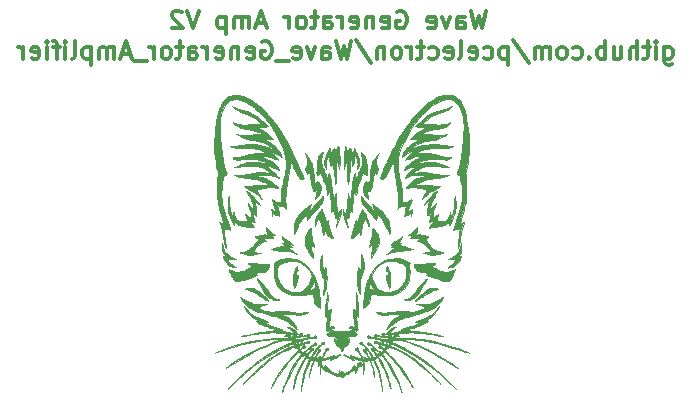
<source format=gbo>
G04 #@! TF.GenerationSoftware,KiCad,Pcbnew,(5.1.4)-1*
G04 #@! TF.CreationDate,2020-03-14T09:34:49+01:00*
G04 #@! TF.ProjectId,wave_gen_amp,77617665-5f67-4656-9e5f-616d702e6b69,rev?*
G04 #@! TF.SameCoordinates,Original*
G04 #@! TF.FileFunction,Legend,Bot*
G04 #@! TF.FilePolarity,Positive*
%FSLAX46Y46*%
G04 Gerber Fmt 4.6, Leading zero omitted, Abs format (unit mm)*
G04 Created by KiCad (PCBNEW (5.1.4)-1) date 2020-03-14 09:34:49*
%MOMM*%
%LPD*%
G04 APERTURE LIST*
%ADD10C,0.300000*%
%ADD11C,0.010000*%
G04 APERTURE END LIST*
D10*
X192428571Y-72378571D02*
X192428571Y-73592857D01*
X192500000Y-73735714D01*
X192571428Y-73807142D01*
X192714285Y-73878571D01*
X192928571Y-73878571D01*
X193071428Y-73807142D01*
X192428571Y-73307142D02*
X192571428Y-73378571D01*
X192857142Y-73378571D01*
X193000000Y-73307142D01*
X193071428Y-73235714D01*
X193142857Y-73092857D01*
X193142857Y-72664285D01*
X193071428Y-72521428D01*
X193000000Y-72450000D01*
X192857142Y-72378571D01*
X192571428Y-72378571D01*
X192428571Y-72450000D01*
X191714285Y-73378571D02*
X191714285Y-72378571D01*
X191714285Y-71878571D02*
X191785714Y-71950000D01*
X191714285Y-72021428D01*
X191642857Y-71950000D01*
X191714285Y-71878571D01*
X191714285Y-72021428D01*
X191214285Y-72378571D02*
X190642857Y-72378571D01*
X191000000Y-71878571D02*
X191000000Y-73164285D01*
X190928571Y-73307142D01*
X190785714Y-73378571D01*
X190642857Y-73378571D01*
X190142857Y-73378571D02*
X190142857Y-71878571D01*
X189500000Y-73378571D02*
X189500000Y-72592857D01*
X189571428Y-72450000D01*
X189714285Y-72378571D01*
X189928571Y-72378571D01*
X190071428Y-72450000D01*
X190142857Y-72521428D01*
X188142857Y-72378571D02*
X188142857Y-73378571D01*
X188785714Y-72378571D02*
X188785714Y-73164285D01*
X188714285Y-73307142D01*
X188571428Y-73378571D01*
X188357142Y-73378571D01*
X188214285Y-73307142D01*
X188142857Y-73235714D01*
X187428571Y-73378571D02*
X187428571Y-71878571D01*
X187428571Y-72450000D02*
X187285714Y-72378571D01*
X187000000Y-72378571D01*
X186857142Y-72450000D01*
X186785714Y-72521428D01*
X186714285Y-72664285D01*
X186714285Y-73092857D01*
X186785714Y-73235714D01*
X186857142Y-73307142D01*
X187000000Y-73378571D01*
X187285714Y-73378571D01*
X187428571Y-73307142D01*
X186071428Y-73235714D02*
X186000000Y-73307142D01*
X186071428Y-73378571D01*
X186142857Y-73307142D01*
X186071428Y-73235714D01*
X186071428Y-73378571D01*
X184714285Y-73307142D02*
X184857142Y-73378571D01*
X185142857Y-73378571D01*
X185285714Y-73307142D01*
X185357142Y-73235714D01*
X185428571Y-73092857D01*
X185428571Y-72664285D01*
X185357142Y-72521428D01*
X185285714Y-72450000D01*
X185142857Y-72378571D01*
X184857142Y-72378571D01*
X184714285Y-72450000D01*
X183857142Y-73378571D02*
X184000000Y-73307142D01*
X184071428Y-73235714D01*
X184142857Y-73092857D01*
X184142857Y-72664285D01*
X184071428Y-72521428D01*
X184000000Y-72450000D01*
X183857142Y-72378571D01*
X183642857Y-72378571D01*
X183500000Y-72450000D01*
X183428571Y-72521428D01*
X183357142Y-72664285D01*
X183357142Y-73092857D01*
X183428571Y-73235714D01*
X183500000Y-73307142D01*
X183642857Y-73378571D01*
X183857142Y-73378571D01*
X182714285Y-73378571D02*
X182714285Y-72378571D01*
X182714285Y-72521428D02*
X182642857Y-72450000D01*
X182500000Y-72378571D01*
X182285714Y-72378571D01*
X182142857Y-72450000D01*
X182071428Y-72592857D01*
X182071428Y-73378571D01*
X182071428Y-72592857D02*
X182000000Y-72450000D01*
X181857142Y-72378571D01*
X181642857Y-72378571D01*
X181500000Y-72450000D01*
X181428571Y-72592857D01*
X181428571Y-73378571D01*
X179642857Y-71807142D02*
X180928571Y-73735714D01*
X179142857Y-72378571D02*
X179142857Y-73878571D01*
X179142857Y-72450000D02*
X179000000Y-72378571D01*
X178714285Y-72378571D01*
X178571428Y-72450000D01*
X178500000Y-72521428D01*
X178428571Y-72664285D01*
X178428571Y-73092857D01*
X178500000Y-73235714D01*
X178571428Y-73307142D01*
X178714285Y-73378571D01*
X179000000Y-73378571D01*
X179142857Y-73307142D01*
X177142857Y-73307142D02*
X177285714Y-73378571D01*
X177571428Y-73378571D01*
X177714285Y-73307142D01*
X177785714Y-73235714D01*
X177857142Y-73092857D01*
X177857142Y-72664285D01*
X177785714Y-72521428D01*
X177714285Y-72450000D01*
X177571428Y-72378571D01*
X177285714Y-72378571D01*
X177142857Y-72450000D01*
X175928571Y-73307142D02*
X176071428Y-73378571D01*
X176357142Y-73378571D01*
X176500000Y-73307142D01*
X176571428Y-73164285D01*
X176571428Y-72592857D01*
X176500000Y-72450000D01*
X176357142Y-72378571D01*
X176071428Y-72378571D01*
X175928571Y-72450000D01*
X175857142Y-72592857D01*
X175857142Y-72735714D01*
X176571428Y-72878571D01*
X175000000Y-73378571D02*
X175142857Y-73307142D01*
X175214285Y-73164285D01*
X175214285Y-71878571D01*
X173857142Y-73307142D02*
X174000000Y-73378571D01*
X174285714Y-73378571D01*
X174428571Y-73307142D01*
X174500000Y-73164285D01*
X174500000Y-72592857D01*
X174428571Y-72450000D01*
X174285714Y-72378571D01*
X174000000Y-72378571D01*
X173857142Y-72450000D01*
X173785714Y-72592857D01*
X173785714Y-72735714D01*
X174500000Y-72878571D01*
X172500000Y-73307142D02*
X172642857Y-73378571D01*
X172928571Y-73378571D01*
X173071428Y-73307142D01*
X173142857Y-73235714D01*
X173214285Y-73092857D01*
X173214285Y-72664285D01*
X173142857Y-72521428D01*
X173071428Y-72450000D01*
X172928571Y-72378571D01*
X172642857Y-72378571D01*
X172500000Y-72450000D01*
X172071428Y-72378571D02*
X171500000Y-72378571D01*
X171857142Y-71878571D02*
X171857142Y-73164285D01*
X171785714Y-73307142D01*
X171642857Y-73378571D01*
X171500000Y-73378571D01*
X171000000Y-73378571D02*
X171000000Y-72378571D01*
X171000000Y-72664285D02*
X170928571Y-72521428D01*
X170857142Y-72450000D01*
X170714285Y-72378571D01*
X170571428Y-72378571D01*
X169857142Y-73378571D02*
X170000000Y-73307142D01*
X170071428Y-73235714D01*
X170142857Y-73092857D01*
X170142857Y-72664285D01*
X170071428Y-72521428D01*
X170000000Y-72450000D01*
X169857142Y-72378571D01*
X169642857Y-72378571D01*
X169500000Y-72450000D01*
X169428571Y-72521428D01*
X169357142Y-72664285D01*
X169357142Y-73092857D01*
X169428571Y-73235714D01*
X169500000Y-73307142D01*
X169642857Y-73378571D01*
X169857142Y-73378571D01*
X168714285Y-72378571D02*
X168714285Y-73378571D01*
X168714285Y-72521428D02*
X168642857Y-72450000D01*
X168500000Y-72378571D01*
X168285714Y-72378571D01*
X168142857Y-72450000D01*
X168071428Y-72592857D01*
X168071428Y-73378571D01*
X166285714Y-71807142D02*
X167571428Y-73735714D01*
X165928571Y-71878571D02*
X165571428Y-73378571D01*
X165285714Y-72307142D01*
X165000000Y-73378571D01*
X164642857Y-71878571D01*
X163428571Y-73378571D02*
X163428571Y-72592857D01*
X163500000Y-72450000D01*
X163642857Y-72378571D01*
X163928571Y-72378571D01*
X164071428Y-72450000D01*
X163428571Y-73307142D02*
X163571428Y-73378571D01*
X163928571Y-73378571D01*
X164071428Y-73307142D01*
X164142857Y-73164285D01*
X164142857Y-73021428D01*
X164071428Y-72878571D01*
X163928571Y-72807142D01*
X163571428Y-72807142D01*
X163428571Y-72735714D01*
X162857142Y-72378571D02*
X162500000Y-73378571D01*
X162142857Y-72378571D01*
X161000000Y-73307142D02*
X161142857Y-73378571D01*
X161428571Y-73378571D01*
X161571428Y-73307142D01*
X161642857Y-73164285D01*
X161642857Y-72592857D01*
X161571428Y-72450000D01*
X161428571Y-72378571D01*
X161142857Y-72378571D01*
X161000000Y-72450000D01*
X160928571Y-72592857D01*
X160928571Y-72735714D01*
X161642857Y-72878571D01*
X160642857Y-73521428D02*
X159500000Y-73521428D01*
X158357142Y-71950000D02*
X158500000Y-71878571D01*
X158714285Y-71878571D01*
X158928571Y-71950000D01*
X159071428Y-72092857D01*
X159142857Y-72235714D01*
X159214285Y-72521428D01*
X159214285Y-72735714D01*
X159142857Y-73021428D01*
X159071428Y-73164285D01*
X158928571Y-73307142D01*
X158714285Y-73378571D01*
X158571428Y-73378571D01*
X158357142Y-73307142D01*
X158285714Y-73235714D01*
X158285714Y-72735714D01*
X158571428Y-72735714D01*
X157071428Y-73307142D02*
X157214285Y-73378571D01*
X157500000Y-73378571D01*
X157642857Y-73307142D01*
X157714285Y-73164285D01*
X157714285Y-72592857D01*
X157642857Y-72450000D01*
X157500000Y-72378571D01*
X157214285Y-72378571D01*
X157071428Y-72450000D01*
X157000000Y-72592857D01*
X157000000Y-72735714D01*
X157714285Y-72878571D01*
X156357142Y-72378571D02*
X156357142Y-73378571D01*
X156357142Y-72521428D02*
X156285714Y-72450000D01*
X156142857Y-72378571D01*
X155928571Y-72378571D01*
X155785714Y-72450000D01*
X155714285Y-72592857D01*
X155714285Y-73378571D01*
X154428571Y-73307142D02*
X154571428Y-73378571D01*
X154857142Y-73378571D01*
X155000000Y-73307142D01*
X155071428Y-73164285D01*
X155071428Y-72592857D01*
X155000000Y-72450000D01*
X154857142Y-72378571D01*
X154571428Y-72378571D01*
X154428571Y-72450000D01*
X154357142Y-72592857D01*
X154357142Y-72735714D01*
X155071428Y-72878571D01*
X153714285Y-73378571D02*
X153714285Y-72378571D01*
X153714285Y-72664285D02*
X153642857Y-72521428D01*
X153571428Y-72450000D01*
X153428571Y-72378571D01*
X153285714Y-72378571D01*
X152142857Y-73378571D02*
X152142857Y-72592857D01*
X152214285Y-72450000D01*
X152357142Y-72378571D01*
X152642857Y-72378571D01*
X152785714Y-72450000D01*
X152142857Y-73307142D02*
X152285714Y-73378571D01*
X152642857Y-73378571D01*
X152785714Y-73307142D01*
X152857142Y-73164285D01*
X152857142Y-73021428D01*
X152785714Y-72878571D01*
X152642857Y-72807142D01*
X152285714Y-72807142D01*
X152142857Y-72735714D01*
X151642857Y-72378571D02*
X151071428Y-72378571D01*
X151428571Y-71878571D02*
X151428571Y-73164285D01*
X151357142Y-73307142D01*
X151214285Y-73378571D01*
X151071428Y-73378571D01*
X150357142Y-73378571D02*
X150500000Y-73307142D01*
X150571428Y-73235714D01*
X150642857Y-73092857D01*
X150642857Y-72664285D01*
X150571428Y-72521428D01*
X150500000Y-72450000D01*
X150357142Y-72378571D01*
X150142857Y-72378571D01*
X150000000Y-72450000D01*
X149928571Y-72521428D01*
X149857142Y-72664285D01*
X149857142Y-73092857D01*
X149928571Y-73235714D01*
X150000000Y-73307142D01*
X150142857Y-73378571D01*
X150357142Y-73378571D01*
X149214285Y-73378571D02*
X149214285Y-72378571D01*
X149214285Y-72664285D02*
X149142857Y-72521428D01*
X149071428Y-72450000D01*
X148928571Y-72378571D01*
X148785714Y-72378571D01*
X148642857Y-73521428D02*
X147500000Y-73521428D01*
X147214285Y-72950000D02*
X146500000Y-72950000D01*
X147357142Y-73378571D02*
X146857142Y-71878571D01*
X146357142Y-73378571D01*
X145857142Y-73378571D02*
X145857142Y-72378571D01*
X145857142Y-72521428D02*
X145785714Y-72450000D01*
X145642857Y-72378571D01*
X145428571Y-72378571D01*
X145285714Y-72450000D01*
X145214285Y-72592857D01*
X145214285Y-73378571D01*
X145214285Y-72592857D02*
X145142857Y-72450000D01*
X145000000Y-72378571D01*
X144785714Y-72378571D01*
X144642857Y-72450000D01*
X144571428Y-72592857D01*
X144571428Y-73378571D01*
X143857142Y-72378571D02*
X143857142Y-73878571D01*
X143857142Y-72450000D02*
X143714285Y-72378571D01*
X143428571Y-72378571D01*
X143285714Y-72450000D01*
X143214285Y-72521428D01*
X143142857Y-72664285D01*
X143142857Y-73092857D01*
X143214285Y-73235714D01*
X143285714Y-73307142D01*
X143428571Y-73378571D01*
X143714285Y-73378571D01*
X143857142Y-73307142D01*
X142285714Y-73378571D02*
X142428571Y-73307142D01*
X142500000Y-73164285D01*
X142500000Y-71878571D01*
X141714285Y-73378571D02*
X141714285Y-72378571D01*
X141714285Y-71878571D02*
X141785714Y-71950000D01*
X141714285Y-72021428D01*
X141642857Y-71950000D01*
X141714285Y-71878571D01*
X141714285Y-72021428D01*
X141214285Y-72378571D02*
X140642857Y-72378571D01*
X141000000Y-73378571D02*
X141000000Y-72092857D01*
X140928571Y-71950000D01*
X140785714Y-71878571D01*
X140642857Y-71878571D01*
X140142857Y-73378571D02*
X140142857Y-72378571D01*
X140142857Y-71878571D02*
X140214285Y-71950000D01*
X140142857Y-72021428D01*
X140071428Y-71950000D01*
X140142857Y-71878571D01*
X140142857Y-72021428D01*
X138857142Y-73307142D02*
X139000000Y-73378571D01*
X139285714Y-73378571D01*
X139428571Y-73307142D01*
X139500000Y-73164285D01*
X139500000Y-72592857D01*
X139428571Y-72450000D01*
X139285714Y-72378571D01*
X139000000Y-72378571D01*
X138857142Y-72450000D01*
X138785714Y-72592857D01*
X138785714Y-72735714D01*
X139500000Y-72878571D01*
X138142857Y-73378571D02*
X138142857Y-72378571D01*
X138142857Y-72664285D02*
X138071428Y-72521428D01*
X138000000Y-72450000D01*
X137857142Y-72378571D01*
X137714285Y-72378571D01*
X177357142Y-69303571D02*
X177000000Y-70803571D01*
X176714285Y-69732142D01*
X176428571Y-70803571D01*
X176071428Y-69303571D01*
X174857142Y-70803571D02*
X174857142Y-70017857D01*
X174928571Y-69875000D01*
X175071428Y-69803571D01*
X175357142Y-69803571D01*
X175500000Y-69875000D01*
X174857142Y-70732142D02*
X175000000Y-70803571D01*
X175357142Y-70803571D01*
X175500000Y-70732142D01*
X175571428Y-70589285D01*
X175571428Y-70446428D01*
X175500000Y-70303571D01*
X175357142Y-70232142D01*
X175000000Y-70232142D01*
X174857142Y-70160714D01*
X174285714Y-69803571D02*
X173928571Y-70803571D01*
X173571428Y-69803571D01*
X172428571Y-70732142D02*
X172571428Y-70803571D01*
X172857142Y-70803571D01*
X173000000Y-70732142D01*
X173071428Y-70589285D01*
X173071428Y-70017857D01*
X173000000Y-69875000D01*
X172857142Y-69803571D01*
X172571428Y-69803571D01*
X172428571Y-69875000D01*
X172357142Y-70017857D01*
X172357142Y-70160714D01*
X173071428Y-70303571D01*
X169785714Y-69375000D02*
X169928571Y-69303571D01*
X170142857Y-69303571D01*
X170357142Y-69375000D01*
X170500000Y-69517857D01*
X170571428Y-69660714D01*
X170642857Y-69946428D01*
X170642857Y-70160714D01*
X170571428Y-70446428D01*
X170500000Y-70589285D01*
X170357142Y-70732142D01*
X170142857Y-70803571D01*
X170000000Y-70803571D01*
X169785714Y-70732142D01*
X169714285Y-70660714D01*
X169714285Y-70160714D01*
X170000000Y-70160714D01*
X168500000Y-70732142D02*
X168642857Y-70803571D01*
X168928571Y-70803571D01*
X169071428Y-70732142D01*
X169142857Y-70589285D01*
X169142857Y-70017857D01*
X169071428Y-69875000D01*
X168928571Y-69803571D01*
X168642857Y-69803571D01*
X168500000Y-69875000D01*
X168428571Y-70017857D01*
X168428571Y-70160714D01*
X169142857Y-70303571D01*
X167785714Y-69803571D02*
X167785714Y-70803571D01*
X167785714Y-69946428D02*
X167714285Y-69875000D01*
X167571428Y-69803571D01*
X167357142Y-69803571D01*
X167214285Y-69875000D01*
X167142857Y-70017857D01*
X167142857Y-70803571D01*
X165857142Y-70732142D02*
X166000000Y-70803571D01*
X166285714Y-70803571D01*
X166428571Y-70732142D01*
X166500000Y-70589285D01*
X166500000Y-70017857D01*
X166428571Y-69875000D01*
X166285714Y-69803571D01*
X166000000Y-69803571D01*
X165857142Y-69875000D01*
X165785714Y-70017857D01*
X165785714Y-70160714D01*
X166500000Y-70303571D01*
X165142857Y-70803571D02*
X165142857Y-69803571D01*
X165142857Y-70089285D02*
X165071428Y-69946428D01*
X165000000Y-69875000D01*
X164857142Y-69803571D01*
X164714285Y-69803571D01*
X163571428Y-70803571D02*
X163571428Y-70017857D01*
X163642857Y-69875000D01*
X163785714Y-69803571D01*
X164071428Y-69803571D01*
X164214285Y-69875000D01*
X163571428Y-70732142D02*
X163714285Y-70803571D01*
X164071428Y-70803571D01*
X164214285Y-70732142D01*
X164285714Y-70589285D01*
X164285714Y-70446428D01*
X164214285Y-70303571D01*
X164071428Y-70232142D01*
X163714285Y-70232142D01*
X163571428Y-70160714D01*
X163071428Y-69803571D02*
X162500000Y-69803571D01*
X162857142Y-69303571D02*
X162857142Y-70589285D01*
X162785714Y-70732142D01*
X162642857Y-70803571D01*
X162500000Y-70803571D01*
X161785714Y-70803571D02*
X161928571Y-70732142D01*
X162000000Y-70660714D01*
X162071428Y-70517857D01*
X162071428Y-70089285D01*
X162000000Y-69946428D01*
X161928571Y-69875000D01*
X161785714Y-69803571D01*
X161571428Y-69803571D01*
X161428571Y-69875000D01*
X161357142Y-69946428D01*
X161285714Y-70089285D01*
X161285714Y-70517857D01*
X161357142Y-70660714D01*
X161428571Y-70732142D01*
X161571428Y-70803571D01*
X161785714Y-70803571D01*
X160642857Y-70803571D02*
X160642857Y-69803571D01*
X160642857Y-70089285D02*
X160571428Y-69946428D01*
X160500000Y-69875000D01*
X160357142Y-69803571D01*
X160214285Y-69803571D01*
X158642857Y-70375000D02*
X157928571Y-70375000D01*
X158785714Y-70803571D02*
X158285714Y-69303571D01*
X157785714Y-70803571D01*
X157285714Y-70803571D02*
X157285714Y-69803571D01*
X157285714Y-69946428D02*
X157214285Y-69875000D01*
X157071428Y-69803571D01*
X156857142Y-69803571D01*
X156714285Y-69875000D01*
X156642857Y-70017857D01*
X156642857Y-70803571D01*
X156642857Y-70017857D02*
X156571428Y-69875000D01*
X156428571Y-69803571D01*
X156214285Y-69803571D01*
X156071428Y-69875000D01*
X156000000Y-70017857D01*
X156000000Y-70803571D01*
X155285714Y-69803571D02*
X155285714Y-71303571D01*
X155285714Y-69875000D02*
X155142857Y-69803571D01*
X154857142Y-69803571D01*
X154714285Y-69875000D01*
X154642857Y-69946428D01*
X154571428Y-70089285D01*
X154571428Y-70517857D01*
X154642857Y-70660714D01*
X154714285Y-70732142D01*
X154857142Y-70803571D01*
X155142857Y-70803571D01*
X155285714Y-70732142D01*
X153000000Y-69303571D02*
X152500000Y-70803571D01*
X152000000Y-69303571D01*
X151571428Y-69446428D02*
X151500000Y-69375000D01*
X151357142Y-69303571D01*
X151000000Y-69303571D01*
X150857142Y-69375000D01*
X150785714Y-69446428D01*
X150714285Y-69589285D01*
X150714285Y-69732142D01*
X150785714Y-69946428D01*
X151642857Y-70803571D01*
X150714285Y-70803571D01*
D11*
G36*
X156945773Y-94524178D02*
G01*
X157102859Y-94781487D01*
X157291430Y-95009036D01*
X157516025Y-95210999D01*
X157781180Y-95391549D01*
X158038800Y-95529827D01*
X158203900Y-95609841D01*
X158013400Y-95594601D01*
X157822900Y-95579362D01*
X157899100Y-95643401D01*
X157999582Y-95713962D01*
X158136738Y-95790595D01*
X158297921Y-95867203D01*
X158470485Y-95937689D01*
X158610300Y-95986231D01*
X158740884Y-96027866D01*
X158898049Y-96078412D01*
X159060132Y-96130881D01*
X159179816Y-96169886D01*
X159495332Y-96273117D01*
X159395716Y-96326066D01*
X159296100Y-96379014D01*
X159499300Y-96408211D01*
X159567340Y-96418260D01*
X159609201Y-96425751D01*
X159621052Y-96431119D01*
X159599063Y-96434801D01*
X159539402Y-96437232D01*
X159438238Y-96438847D01*
X159291740Y-96440084D01*
X159214522Y-96440603D01*
X158881577Y-96449398D01*
X158550808Y-96472222D01*
X158213151Y-96510358D01*
X157859545Y-96565091D01*
X157480927Y-96637702D01*
X157068235Y-96729475D01*
X156914281Y-96766308D01*
X156785382Y-96798402D01*
X156676900Y-96826866D01*
X156597034Y-96849429D01*
X156553985Y-96863822D01*
X156548933Y-96867399D01*
X156576127Y-96866433D01*
X156643295Y-96856690D01*
X156740683Y-96839765D01*
X156858535Y-96817257D01*
X156873352Y-96814304D01*
X157172723Y-96758443D01*
X157502391Y-96703953D01*
X157841884Y-96653886D01*
X158170725Y-96611293D01*
X158417009Y-96584190D01*
X158639168Y-96566120D01*
X158873868Y-96554131D01*
X159114028Y-96547995D01*
X159352570Y-96547479D01*
X159582413Y-96552353D01*
X159796479Y-96562386D01*
X159987687Y-96577347D01*
X160148958Y-96597005D01*
X160273212Y-96621130D01*
X160349013Y-96647204D01*
X160436725Y-96691500D01*
X160323613Y-96750453D01*
X160210500Y-96809407D01*
X160386004Y-96842238D01*
X160485112Y-96865074D01*
X160572388Y-96892627D01*
X160626030Y-96917346D01*
X160690553Y-96959623D01*
X160628327Y-96983696D01*
X160583897Y-96991107D01*
X160497873Y-96997197D01*
X160379454Y-97001620D01*
X160237836Y-97004032D01*
X160083500Y-97004099D01*
X159419674Y-97015908D01*
X158762745Y-97062227D01*
X158107325Y-97144125D01*
X157448021Y-97262670D01*
X156779445Y-97418931D01*
X156096204Y-97613976D01*
X155392910Y-97848873D01*
X154902840Y-98030996D01*
X154760548Y-98086551D01*
X154630350Y-98138566D01*
X154517884Y-98184640D01*
X154428789Y-98222374D01*
X154368702Y-98249366D01*
X154343261Y-98263217D01*
X154358104Y-98261527D01*
X154368500Y-98258477D01*
X154405996Y-98246353D01*
X154484439Y-98220495D01*
X154596605Y-98183301D01*
X154735270Y-98137170D01*
X154893212Y-98084501D01*
X155017452Y-98042994D01*
X155583172Y-97859578D01*
X156126865Y-97694789D01*
X156644659Y-97549624D01*
X157132682Y-97425082D01*
X157587061Y-97322159D01*
X158003924Y-97241854D01*
X158312982Y-97193860D01*
X158458371Y-97177034D01*
X158632453Y-97161530D01*
X158825543Y-97147767D01*
X159027955Y-97136167D01*
X159230002Y-97127150D01*
X159422000Y-97121138D01*
X159594262Y-97118551D01*
X159737102Y-97119811D01*
X159840836Y-97125338D01*
X159854900Y-97126853D01*
X159934696Y-97137568D01*
X159983047Y-97146260D01*
X159991168Y-97151291D01*
X159987952Y-97151661D01*
X159950563Y-97160493D01*
X159873450Y-97183054D01*
X159764990Y-97216741D01*
X159633563Y-97258952D01*
X159487546Y-97307084D01*
X159485842Y-97307653D01*
X158760329Y-97570015D01*
X158065311Y-97863570D01*
X157392702Y-98192450D01*
X156734413Y-98560786D01*
X156082357Y-98972709D01*
X155671102Y-99256475D01*
X155533814Y-99355352D01*
X155422359Y-99437794D01*
X155338754Y-99501955D01*
X155285012Y-99545985D01*
X155263147Y-99568038D01*
X155275175Y-99566264D01*
X155323108Y-99538816D01*
X155408963Y-99483845D01*
X155460700Y-99449506D01*
X155658296Y-99320989D01*
X155892927Y-99174596D01*
X156156188Y-99015160D01*
X156439673Y-98847517D01*
X156734977Y-98676501D01*
X157033694Y-98506945D01*
X157327419Y-98343685D01*
X157607747Y-98191555D01*
X157866272Y-98055388D01*
X158026692Y-97973696D01*
X158507513Y-97750893D01*
X159023558Y-97544903D01*
X159560579Y-97361013D01*
X160091964Y-97207729D01*
X160222214Y-97174855D01*
X160320481Y-97154434D01*
X160403553Y-97144716D01*
X160488220Y-97143951D01*
X160591271Y-97150387D01*
X160619517Y-97152716D01*
X160723917Y-97162449D01*
X160807238Y-97171962D01*
X160857928Y-97179843D01*
X160867756Y-97183020D01*
X160877996Y-97212542D01*
X160890869Y-97269829D01*
X160891206Y-97271594D01*
X160906108Y-97350088D01*
X160621804Y-97472573D01*
X159936423Y-97790215D01*
X159275809Y-98142629D01*
X158635136Y-98532964D01*
X158009576Y-98964372D01*
X157394303Y-99440000D01*
X156784488Y-99963000D01*
X156730700Y-100011601D01*
X156581466Y-100149983D01*
X156411985Y-100312139D01*
X156231229Y-100489076D01*
X156048168Y-100671802D01*
X155871772Y-100851325D01*
X155711013Y-101018654D01*
X155574860Y-101164795D01*
X155524462Y-101220740D01*
X155468610Y-101284416D01*
X155438911Y-101320612D01*
X155437080Y-101327937D01*
X155464833Y-101305000D01*
X155523887Y-101250411D01*
X155615956Y-101162778D01*
X155722957Y-101059821D01*
X156359638Y-100464894D01*
X156986366Y-99918574D01*
X157604445Y-99419929D01*
X158215181Y-98968029D01*
X158819876Y-98561942D01*
X159419837Y-98200739D01*
X160016368Y-97883487D01*
X160479938Y-97666025D01*
X160636234Y-97597260D01*
X160752868Y-97547620D01*
X160836655Y-97515725D01*
X160894410Y-97500195D01*
X160932950Y-97499653D01*
X160959091Y-97512717D01*
X160979647Y-97538010D01*
X160994189Y-97561957D01*
X161022596Y-97615488D01*
X161032922Y-97646402D01*
X161032125Y-97648417D01*
X161006846Y-97660383D01*
X160943223Y-97688399D01*
X160849728Y-97728789D01*
X160734831Y-97777881D01*
X160680400Y-97800985D01*
X160333695Y-97956416D01*
X160004477Y-98122671D01*
X159685057Y-98304700D01*
X159367746Y-98507452D01*
X159044856Y-98735879D01*
X158708696Y-98994928D01*
X158351578Y-99289552D01*
X158300205Y-99333294D01*
X158188657Y-99431326D01*
X158055405Y-99552882D01*
X157905936Y-99692567D01*
X157745734Y-99844983D01*
X157580287Y-100004734D01*
X157415080Y-100166424D01*
X157255599Y-100324657D01*
X157107329Y-100474036D01*
X156975756Y-100609166D01*
X156866367Y-100724650D01*
X156784647Y-100815092D01*
X156744695Y-100863400D01*
X156736894Y-100879084D01*
X156761505Y-100862342D01*
X156814814Y-100816463D01*
X156893108Y-100744735D01*
X156992673Y-100650447D01*
X157074970Y-100570900D01*
X157444766Y-100216765D01*
X157809170Y-99879505D01*
X158164215Y-99562478D01*
X158505933Y-99269040D01*
X158830356Y-99002548D01*
X159133515Y-98766357D01*
X159411441Y-98563824D01*
X159592849Y-98441277D01*
X159844842Y-98291154D01*
X160139382Y-98139552D01*
X160468490Y-97990267D01*
X160824187Y-97847096D01*
X160906725Y-97816238D01*
X161104569Y-97743291D01*
X161262282Y-97901004D01*
X161290633Y-97826452D01*
X161318985Y-97751900D01*
X161369180Y-97900564D01*
X161419375Y-98049229D01*
X160992345Y-98484764D01*
X160730572Y-98756653D01*
X160502106Y-99005429D01*
X160300343Y-99239405D01*
X160118677Y-99466896D01*
X159950505Y-99696217D01*
X159789221Y-99935681D01*
X159628222Y-100193603D01*
X159607282Y-100228400D01*
X159553865Y-100320021D01*
X159491073Y-100431746D01*
X159422528Y-100556659D01*
X159351854Y-100687847D01*
X159282672Y-100818395D01*
X159218606Y-100941390D01*
X159163278Y-101049917D01*
X159120312Y-101137063D01*
X159093329Y-101195912D01*
X159085953Y-101219552D01*
X159088619Y-101218280D01*
X159106016Y-101193409D01*
X159145714Y-101132475D01*
X159203188Y-101042555D01*
X159273913Y-100930727D01*
X159348480Y-100811880D01*
X159490572Y-100588409D01*
X159645025Y-100352208D01*
X159805440Y-100112618D01*
X159965421Y-99878981D01*
X160118569Y-99660635D01*
X160258488Y-99466923D01*
X160378779Y-99307184D01*
X160381350Y-99303874D01*
X160501814Y-99153675D01*
X160639095Y-98990481D01*
X160785265Y-98823063D01*
X160932392Y-98660188D01*
X161072550Y-98510628D01*
X161197808Y-98383151D01*
X161300237Y-98286527D01*
X161304991Y-98282334D01*
X161467150Y-98139967D01*
X161577555Y-98261912D01*
X161687960Y-98383858D01*
X161494535Y-98613979D01*
X161233697Y-98953641D01*
X160982450Y-99339739D01*
X160742957Y-99768455D01*
X160517380Y-100235970D01*
X160345257Y-100643218D01*
X160304879Y-100748528D01*
X160258618Y-100875338D01*
X160209465Y-101014711D01*
X160160415Y-101157713D01*
X160114460Y-101295407D01*
X160074594Y-101418857D01*
X160043808Y-101519128D01*
X160025097Y-101587283D01*
X160020788Y-101611957D01*
X160029874Y-101598874D01*
X160054465Y-101545813D01*
X160091400Y-101460042D01*
X160137519Y-101348831D01*
X160169536Y-101269800D01*
X160337381Y-100867894D01*
X160512592Y-100478226D01*
X160692219Y-100106326D01*
X160873311Y-99757725D01*
X161052921Y-99437953D01*
X161228097Y-99152541D01*
X161395891Y-98907019D01*
X161506683Y-98762701D01*
X161605342Y-98642332D01*
X161677614Y-98557076D01*
X161728481Y-98502087D01*
X161762925Y-98472522D01*
X161785932Y-98463537D01*
X161802483Y-98470288D01*
X161805042Y-98472681D01*
X161851124Y-98499173D01*
X161888161Y-98490583D01*
X161899600Y-98459989D01*
X161905857Y-98432978D01*
X161932663Y-98446322D01*
X161939087Y-98451550D01*
X161981627Y-98492198D01*
X162002400Y-98532519D01*
X161999808Y-98581763D01*
X161972253Y-98649184D01*
X161918137Y-98744032D01*
X161877157Y-98810153D01*
X161618463Y-99256213D01*
X161404323Y-99702175D01*
X161229969Y-100159946D01*
X161090635Y-100641436D01*
X161021736Y-100947281D01*
X160993218Y-101093614D01*
X160974389Y-101203356D01*
X160965193Y-101274308D01*
X160965578Y-101304271D01*
X160975488Y-101291047D01*
X160994870Y-101232436D01*
X161023669Y-101126241D01*
X161025926Y-101117400D01*
X161146107Y-100676697D01*
X161271736Y-100279527D01*
X161405359Y-99918704D01*
X161549523Y-99587045D01*
X161618152Y-99446115D01*
X161661568Y-99363328D01*
X161719344Y-99257886D01*
X161786330Y-99138669D01*
X161857374Y-99014559D01*
X161927323Y-98894437D01*
X161991026Y-98787184D01*
X162043332Y-98701680D01*
X162079088Y-98646808D01*
X162089929Y-98632804D01*
X162112861Y-98642105D01*
X162164743Y-98674398D01*
X162225410Y-98716370D01*
X162352995Y-98808031D01*
X162239265Y-99064540D01*
X162020911Y-99618600D01*
X161849921Y-100187751D01*
X161727458Y-100767499D01*
X161658589Y-101307054D01*
X161651770Y-101406236D01*
X161652137Y-101457670D01*
X161658318Y-101463681D01*
X161668942Y-101426594D01*
X161682639Y-101348735D01*
X161696897Y-101242075D01*
X161746960Y-100919268D01*
X161821920Y-100568276D01*
X161917802Y-100202713D01*
X162030635Y-99836196D01*
X162156445Y-99482336D01*
X162291258Y-99154751D01*
X162332257Y-99064930D01*
X162379921Y-98965753D01*
X162413410Y-98905693D01*
X162438758Y-98877259D01*
X162462001Y-98872960D01*
X162480769Y-98880577D01*
X162518948Y-98892324D01*
X162542951Y-98867673D01*
X162554924Y-98837547D01*
X162579345Y-98767900D01*
X162608194Y-98840510D01*
X162632537Y-98888162D01*
X162657018Y-98893824D01*
X162674721Y-98881850D01*
X162698910Y-98863837D01*
X162708551Y-98865685D01*
X162702176Y-98894115D01*
X162678315Y-98955846D01*
X162637117Y-99053795D01*
X162585199Y-99189558D01*
X162532193Y-99352340D01*
X162480639Y-99531590D01*
X162433078Y-99716757D01*
X162392050Y-99897290D01*
X162360095Y-100062637D01*
X162339754Y-100202249D01*
X162333567Y-100305572D01*
X162333823Y-100313474D01*
X162339032Y-100317027D01*
X162350756Y-100278431D01*
X162366766Y-100205578D01*
X162372189Y-100177600D01*
X162439929Y-99852859D01*
X162515012Y-99555260D01*
X162594982Y-99294028D01*
X162641284Y-99166291D01*
X162682996Y-99062643D01*
X162718826Y-98980750D01*
X162744646Y-98929596D01*
X162755788Y-98917121D01*
X162783909Y-98914533D01*
X162843817Y-98894755D01*
X162906686Y-98868903D01*
X163044744Y-98807847D01*
X162989834Y-98884961D01*
X162934925Y-98962074D01*
X163116243Y-98944208D01*
X163211012Y-98936408D01*
X163264324Y-98936962D01*
X163284978Y-98946790D01*
X163283974Y-98961750D01*
X163252733Y-98996102D01*
X163196117Y-99030025D01*
X163194271Y-99030851D01*
X163115285Y-99084577D01*
X163078697Y-99160668D01*
X163081003Y-99264991D01*
X163093614Y-99327369D01*
X163109127Y-99348253D01*
X163137681Y-99336431D01*
X163152066Y-99326589D01*
X163209720Y-99293341D01*
X163234498Y-99296824D01*
X163229894Y-99325896D01*
X163226924Y-99364486D01*
X163229096Y-99442019D01*
X163235428Y-99547005D01*
X163244941Y-99667958D01*
X163256653Y-99793389D01*
X163269584Y-99911811D01*
X163282754Y-100011737D01*
X163293922Y-100076000D01*
X163299704Y-100082931D01*
X163303502Y-100045303D01*
X163305142Y-99969322D01*
X163304449Y-99861197D01*
X163302522Y-99771200D01*
X163292038Y-99377500D01*
X163360972Y-99471480D01*
X163416683Y-99535342D01*
X163496303Y-99612208D01*
X163582040Y-99684983D01*
X163734173Y-99804505D01*
X163716061Y-99722039D01*
X163697948Y-99639573D01*
X163894420Y-99795702D01*
X164179979Y-99990381D01*
X164494103Y-100143994D01*
X164628199Y-100193899D01*
X164738143Y-100229898D01*
X164809020Y-100247717D01*
X164849244Y-100247230D01*
X164867233Y-100228315D01*
X164871400Y-100190845D01*
X164871400Y-100190300D01*
X164874913Y-100143178D01*
X164890173Y-100132229D01*
X164924263Y-100158731D01*
X164970208Y-100208155D01*
X165042899Y-100289511D01*
X165060704Y-100208447D01*
X165082083Y-100138323D01*
X165103262Y-100118842D01*
X165122727Y-100149859D01*
X165136751Y-100215555D01*
X165153792Y-100329191D01*
X165209446Y-100276206D01*
X165329908Y-100173806D01*
X165464937Y-100085887D01*
X165582600Y-100023802D01*
X165681565Y-99971415D01*
X165801396Y-99902663D01*
X165920983Y-99829787D01*
X165958125Y-99806057D01*
X166048300Y-99748232D01*
X166121444Y-99702556D01*
X166167905Y-99674988D01*
X166179163Y-99669600D01*
X166185763Y-99692721D01*
X166192471Y-99753023D01*
X166197338Y-99828350D01*
X166204900Y-99987100D01*
X166310878Y-99771200D01*
X166362274Y-99661637D01*
X166408169Y-99555183D01*
X166441097Y-99469462D01*
X166448734Y-99445727D01*
X166466595Y-99386953D01*
X166485623Y-99356462D01*
X166518913Y-99349843D01*
X166579560Y-99362684D01*
X166643050Y-99380263D01*
X166684970Y-99384338D01*
X166699237Y-99355254D01*
X166700200Y-99329662D01*
X166702180Y-99284647D01*
X166716147Y-99267512D01*
X166754143Y-99275383D01*
X166818663Y-99301402D01*
X166910093Y-99339604D01*
X166898719Y-99752252D01*
X166895554Y-99905543D01*
X166895845Y-100008257D01*
X166899506Y-100060490D01*
X166906450Y-100062341D01*
X166916588Y-100013908D01*
X166929834Y-99915288D01*
X166946099Y-99766581D01*
X166953669Y-99690662D01*
X166963199Y-99545232D01*
X166965209Y-99393583D01*
X166960356Y-99247002D01*
X166949302Y-99116777D01*
X166932704Y-99014195D01*
X166911222Y-98950543D01*
X166910362Y-98949115D01*
X166925612Y-98939106D01*
X166983871Y-98937207D01*
X167077965Y-98943638D01*
X167080482Y-98943885D01*
X167265076Y-98962074D01*
X167210167Y-98884961D01*
X167155257Y-98807847D01*
X167293315Y-98868903D01*
X167368727Y-98899398D01*
X167423938Y-98916405D01*
X167444213Y-98917121D01*
X167457868Y-98933956D01*
X167485151Y-98989403D01*
X167521934Y-99074476D01*
X167558717Y-99166291D01*
X167640361Y-99402962D01*
X167718500Y-99681199D01*
X167790680Y-99991776D01*
X167827812Y-100177600D01*
X167844689Y-100259373D01*
X167857964Y-100309310D01*
X167865407Y-100319516D01*
X167866178Y-100313474D01*
X167861540Y-100214343D01*
X167842495Y-100077873D01*
X167811583Y-99914617D01*
X167771345Y-99735123D01*
X167724321Y-99549945D01*
X167673051Y-99369632D01*
X167620076Y-99204736D01*
X167567936Y-99065808D01*
X167562884Y-99053795D01*
X167520674Y-98953378D01*
X167497374Y-98892775D01*
X167491515Y-98865265D01*
X167501627Y-98864130D01*
X167525280Y-98881850D01*
X167554875Y-98895984D01*
X167577813Y-98872181D01*
X167591807Y-98840510D01*
X167620656Y-98767900D01*
X167645077Y-98837547D01*
X167667788Y-98884626D01*
X167696683Y-98890672D01*
X167719232Y-98880577D01*
X167744686Y-98872163D01*
X167767911Y-98882504D01*
X167794943Y-98919092D01*
X167831816Y-98989416D01*
X167867744Y-99064930D01*
X168011282Y-99398373D01*
X168145012Y-99761134D01*
X168264886Y-100139324D01*
X168366856Y-100519054D01*
X168446872Y-100886435D01*
X168500886Y-101227577D01*
X168502803Y-101243460D01*
X168518761Y-101364860D01*
X168532607Y-101447422D01*
X168543221Y-101488965D01*
X168549485Y-101487310D01*
X168550279Y-101440278D01*
X168544485Y-101345690D01*
X168542413Y-101320600D01*
X168467007Y-100735007D01*
X168341938Y-100155919D01*
X168168288Y-99587540D01*
X167960736Y-99064540D01*
X167847006Y-98808031D01*
X167974591Y-98716370D01*
X168041928Y-98669838D01*
X168090444Y-98639791D01*
X168108353Y-98632804D01*
X168157006Y-98703670D01*
X168223086Y-98809900D01*
X168300950Y-98941597D01*
X168384957Y-99088864D01*
X168469464Y-99241805D01*
X168548831Y-99390523D01*
X168617414Y-99525121D01*
X168619769Y-99529900D01*
X168750017Y-99814575D01*
X168871162Y-100122224D01*
X168986140Y-100461107D01*
X169097886Y-100839486D01*
X169138746Y-100990187D01*
X169179431Y-101138709D01*
X169209333Y-101237791D01*
X169228219Y-101287685D01*
X169235859Y-101288642D01*
X169232019Y-101240914D01*
X169216467Y-101144754D01*
X169188973Y-101000412D01*
X169178265Y-100947281D01*
X169057809Y-100446208D01*
X168905266Y-99976007D01*
X168715856Y-99524740D01*
X168484801Y-99080469D01*
X168322562Y-98809704D01*
X168262392Y-98712295D01*
X168213841Y-98630714D01*
X168182451Y-98574470D01*
X168173400Y-98553782D01*
X168190173Y-98525647D01*
X168231133Y-98481293D01*
X168236900Y-98475800D01*
X168279585Y-98439711D01*
X168297572Y-98438963D01*
X168300400Y-98458672D01*
X168317579Y-98494673D01*
X168357760Y-98496880D01*
X168394959Y-98472681D01*
X168410902Y-98463713D01*
X168432444Y-98469647D01*
X168464567Y-98495328D01*
X168512254Y-98545600D01*
X168580490Y-98625306D01*
X168674258Y-98739292D01*
X168693318Y-98762701D01*
X168854238Y-98977216D01*
X169024592Y-99235468D01*
X169201430Y-99531927D01*
X169381803Y-99861062D01*
X169562762Y-100217342D01*
X169741357Y-100595237D01*
X169914637Y-100989216D01*
X170030465Y-101269800D01*
X170080765Y-101393592D01*
X170123833Y-101496886D01*
X170156497Y-101572295D01*
X170175586Y-101612431D01*
X170179213Y-101616373D01*
X170171770Y-101575726D01*
X170150113Y-101496636D01*
X170117241Y-101388459D01*
X170076150Y-101260545D01*
X170029841Y-101122250D01*
X169981310Y-100982925D01*
X169937844Y-100863400D01*
X169719845Y-100322156D01*
X169485139Y-99822920D01*
X169234688Y-99367412D01*
X168969451Y-98957358D01*
X168690389Y-98594480D01*
X168642832Y-98538972D01*
X168509880Y-98386245D01*
X168621069Y-98263434D01*
X168732257Y-98140622D01*
X168881799Y-98270173D01*
X168974370Y-98356276D01*
X169090928Y-98473775D01*
X169223869Y-98614283D01*
X169365589Y-98769413D01*
X169508485Y-98930778D01*
X169644953Y-99089992D01*
X169767389Y-99238667D01*
X169818987Y-99303884D01*
X170013986Y-99563700D01*
X170229376Y-99868175D01*
X170464176Y-100215884D01*
X170717405Y-100605400D01*
X170763005Y-100676912D01*
X170851505Y-100815931D01*
X170932317Y-100942596D01*
X171000925Y-101049850D01*
X171052816Y-101130640D01*
X171083472Y-101177909D01*
X171088134Y-101184912D01*
X171101188Y-101199780D01*
X171093271Y-101176174D01*
X171067595Y-101120294D01*
X171027374Y-101038340D01*
X170975821Y-100936512D01*
X170916148Y-100821009D01*
X170851568Y-100698031D01*
X170785295Y-100573779D01*
X170720541Y-100454453D01*
X170660520Y-100346251D01*
X170608444Y-100255375D01*
X170592443Y-100228400D01*
X170430595Y-99967207D01*
X170269421Y-99725703D01*
X170102215Y-99495421D01*
X169922267Y-99267892D01*
X169722869Y-99034649D01*
X169497311Y-98787226D01*
X169238886Y-98517155D01*
X169226808Y-98504775D01*
X168780989Y-98048153D01*
X168831003Y-97900026D01*
X168881016Y-97751900D01*
X168937250Y-97899772D01*
X169100500Y-97742544D01*
X169379900Y-97849882D01*
X169618351Y-97945322D01*
X169855211Y-98047227D01*
X170079243Y-98150390D01*
X170279214Y-98249609D01*
X170443886Y-98339677D01*
X170467733Y-98353808D01*
X170706679Y-98507283D01*
X170974395Y-98697250D01*
X171267489Y-98920880D01*
X171582569Y-99175341D01*
X171916243Y-99457804D01*
X172265118Y-99765439D01*
X172625803Y-100095416D01*
X172994905Y-100444904D01*
X173125031Y-100570900D01*
X173237554Y-100679372D01*
X173331455Y-100767704D01*
X173403021Y-100832597D01*
X173448537Y-100870748D01*
X173464288Y-100878856D01*
X173455231Y-100864390D01*
X173400443Y-100799760D01*
X173314221Y-100705899D01*
X173202160Y-100588358D01*
X173069853Y-100452685D01*
X172922894Y-100304431D01*
X172766875Y-100149144D01*
X172607391Y-99992374D01*
X172450036Y-99839672D01*
X172300402Y-99696586D01*
X172164084Y-99568666D01*
X172046674Y-99461461D01*
X171996100Y-99416745D01*
X171628726Y-99105183D01*
X171283188Y-98830592D01*
X170952263Y-98588275D01*
X170628726Y-98373535D01*
X170305356Y-98181675D01*
X169974929Y-98007998D01*
X169630221Y-97847808D01*
X169492755Y-97788980D01*
X169376173Y-97739886D01*
X169277638Y-97697849D01*
X169206023Y-97666697D01*
X169170204Y-97650257D01*
X169167876Y-97648888D01*
X169173561Y-97624412D01*
X169198871Y-97573966D01*
X169205812Y-97561957D01*
X169226494Y-97529007D01*
X169248043Y-97507330D01*
X169277273Y-97498306D01*
X169321000Y-97503314D01*
X169386040Y-97523732D01*
X169479208Y-97560941D01*
X169607320Y-97616319D01*
X169720063Y-97666025D01*
X170309564Y-97946907D01*
X170901093Y-98270028D01*
X171496099Y-98636424D01*
X172096035Y-99047132D01*
X172702351Y-99503188D01*
X173316499Y-100005628D01*
X173939930Y-100555491D01*
X174492527Y-101074731D01*
X174599806Y-101177607D01*
X174685583Y-101258408D01*
X174746648Y-101314242D01*
X174779790Y-101342220D01*
X174781797Y-101339449D01*
X174765581Y-101320561D01*
X174184992Y-100704421D01*
X173593583Y-100129470D01*
X172993535Y-99597524D01*
X172387027Y-99110396D01*
X171776240Y-98669903D01*
X171163354Y-98277860D01*
X170984221Y-98172732D01*
X170840755Y-98092960D01*
X170667012Y-98000636D01*
X170473255Y-97900837D01*
X170269746Y-97798637D01*
X170066745Y-97699110D01*
X169874515Y-97607332D01*
X169703318Y-97528376D01*
X169563416Y-97467317D01*
X169530164Y-97453682D01*
X169303700Y-97362674D01*
X169312405Y-97277887D01*
X169317584Y-97241500D01*
X169166669Y-97241500D01*
X169157012Y-97279550D01*
X169148766Y-97288767D01*
X169117409Y-97290143D01*
X169062616Y-97273705D01*
X169005045Y-97246862D01*
X168974770Y-97226375D01*
X168981855Y-97213999D01*
X169027783Y-97206665D01*
X169057320Y-97205800D01*
X169131828Y-97215455D01*
X169166669Y-97241500D01*
X169317584Y-97241500D01*
X169321009Y-97217441D01*
X169330294Y-97183914D01*
X169331077Y-97182894D01*
X169359107Y-97176399D01*
X169426026Y-97167444D01*
X169520076Y-97157492D01*
X169576373Y-97152360D01*
X169675744Y-97144877D01*
X169756446Y-97143103D01*
X169832435Y-97148672D01*
X169917667Y-97163220D01*
X170026101Y-97188381D01*
X170145967Y-97219081D01*
X170722630Y-97386938D01*
X171290571Y-97586795D01*
X171835102Y-97813184D01*
X172171195Y-97972806D01*
X172476817Y-98130008D01*
X172812208Y-98309764D01*
X173165622Y-98505352D01*
X173525313Y-98710052D01*
X173879535Y-98917143D01*
X174216540Y-99119903D01*
X174524583Y-99311612D01*
X174637700Y-99384110D01*
X174765726Y-99465812D01*
X174852842Y-99518882D01*
X174899659Y-99543957D01*
X174906787Y-99541674D01*
X174874838Y-99512671D01*
X174804421Y-99457585D01*
X174696147Y-99377054D01*
X174550628Y-99271714D01*
X174485300Y-99225035D01*
X173787007Y-98756364D01*
X173074012Y-98335314D01*
X172342167Y-97959813D01*
X171587323Y-97627790D01*
X170805333Y-97337174D01*
X170510200Y-97240333D01*
X170377903Y-97197741D01*
X170289940Y-97167438D01*
X170241911Y-97147384D01*
X170229412Y-97135545D01*
X170248040Y-97129881D01*
X170268900Y-97128691D01*
X170348282Y-97124152D01*
X170413106Y-97116804D01*
X170421300Y-97115304D01*
X170470342Y-97112015D01*
X170561580Y-97112150D01*
X170686560Y-97115262D01*
X170836826Y-97120907D01*
X171003923Y-97128640D01*
X171179395Y-97138015D01*
X171354786Y-97148587D01*
X171521641Y-97159912D01*
X171671505Y-97171543D01*
X171795922Y-97183037D01*
X171869100Y-97191518D01*
X172263567Y-97253700D01*
X172699272Y-97340354D01*
X173173351Y-97450744D01*
X173682941Y-97584129D01*
X174225176Y-97739772D01*
X174797194Y-97916935D01*
X175221808Y-98056038D01*
X175391374Y-98112474D01*
X175544363Y-98162780D01*
X175674414Y-98204913D01*
X175775169Y-98236832D01*
X175840268Y-98256497D01*
X175863317Y-98261950D01*
X175844427Y-98249879D01*
X175784535Y-98223128D01*
X175690414Y-98184288D01*
X175568839Y-98135947D01*
X175426581Y-98080695D01*
X175270413Y-98021122D01*
X175107110Y-97959817D01*
X174943444Y-97899369D01*
X174786188Y-97842369D01*
X174642116Y-97791405D01*
X174548800Y-97759381D01*
X173984840Y-97577685D01*
X173452157Y-97424602D01*
X172941262Y-97298437D01*
X172442664Y-97197493D01*
X171946873Y-97120076D01*
X171444399Y-97064489D01*
X171096377Y-97040700D01*
X169341800Y-97040700D01*
X169329100Y-97053400D01*
X169316400Y-97040700D01*
X169329100Y-97028000D01*
X169341800Y-97040700D01*
X171096377Y-97040700D01*
X170925752Y-97029037D01*
X170381441Y-97012025D01*
X170364726Y-97011783D01*
X170172990Y-97008428D01*
X169995750Y-97004053D01*
X169839950Y-96998928D01*
X169712533Y-96993326D01*
X169620444Y-96987519D01*
X169570624Y-96981778D01*
X169565900Y-96980506D01*
X169509448Y-96959623D01*
X169573971Y-96917346D01*
X169631994Y-96891013D01*
X169720495Y-96863563D01*
X169813997Y-96842238D01*
X169989500Y-96809407D01*
X169876388Y-96750453D01*
X169827337Y-96724888D01*
X169559063Y-96724888D01*
X169548681Y-96752411D01*
X169510934Y-96795190D01*
X169466587Y-96852811D01*
X169444095Y-96904212D01*
X169443400Y-96911493D01*
X169434201Y-96942484D01*
X169397469Y-96945059D01*
X169373805Y-96939839D01*
X169315989Y-96917076D01*
X169285294Y-96892636D01*
X169270998Y-96855334D01*
X169075578Y-96855334D01*
X169072501Y-96869852D01*
X169044291Y-96875117D01*
X168984102Y-96871541D01*
X168885089Y-96859535D01*
X168794750Y-96847138D01*
X168590599Y-96818612D01*
X168658891Y-96745506D01*
X168725535Y-96691637D01*
X168803209Y-96673008D01*
X168826864Y-96672400D01*
X168889842Y-96677846D01*
X168940968Y-96700010D01*
X168993095Y-96747630D01*
X169059075Y-96829446D01*
X169060366Y-96831150D01*
X169075578Y-96855334D01*
X169270998Y-96855334D01*
X169267166Y-96845336D01*
X169265989Y-96834325D01*
X169261015Y-96790339D01*
X169250227Y-96728880D01*
X169234853Y-96652011D01*
X169377546Y-96643155D01*
X169463621Y-96641306D01*
X169504693Y-96649951D01*
X169508824Y-96663947D01*
X169518522Y-96696691D01*
X169537937Y-96709148D01*
X169559063Y-96724888D01*
X169827337Y-96724888D01*
X169763276Y-96691500D01*
X169850988Y-96647204D01*
X169934726Y-96619156D01*
X170062025Y-96595361D01*
X170225806Y-96576050D01*
X170418988Y-96561453D01*
X170634493Y-96551802D01*
X170865241Y-96547327D01*
X171104152Y-96548259D01*
X171344147Y-96554830D01*
X171578146Y-96567270D01*
X171782992Y-96584190D01*
X172087962Y-96618419D01*
X172420295Y-96662614D01*
X172759518Y-96713723D01*
X173085156Y-96768693D01*
X173326649Y-96814304D01*
X173446274Y-96837367D01*
X173546587Y-96855033D01*
X173617833Y-96865708D01*
X173650257Y-96867794D01*
X173651068Y-96867399D01*
X173631616Y-96858201D01*
X173570530Y-96839940D01*
X173475771Y-96814563D01*
X173355296Y-96784013D01*
X173217066Y-96750238D01*
X173069039Y-96715182D01*
X172919176Y-96680792D01*
X172775435Y-96649013D01*
X172648925Y-96622429D01*
X172385405Y-96570865D01*
X172155889Y-96530943D01*
X171945365Y-96500962D01*
X171738819Y-96479224D01*
X171521239Y-96464026D01*
X171277613Y-96453669D01*
X171119800Y-96449243D01*
X170928565Y-96444479D01*
X170784263Y-96440398D01*
X170683039Y-96436609D01*
X170621036Y-96432718D01*
X170594400Y-96428335D01*
X170599276Y-96423065D01*
X170631807Y-96416517D01*
X170688138Y-96408298D01*
X170700700Y-96406584D01*
X170903900Y-96379014D01*
X170704660Y-96273112D01*
X170982080Y-96182558D01*
X171129665Y-96134597D01*
X171299708Y-96079664D01*
X171466242Y-96026137D01*
X171551600Y-95998842D01*
X171744808Y-95930933D01*
X171929648Y-95854264D01*
X172095003Y-95774103D01*
X172229753Y-95695716D01*
X172300900Y-95643900D01*
X172377100Y-95580359D01*
X172201736Y-95596888D01*
X172106434Y-95603655D01*
X172055272Y-95601142D01*
X172042358Y-95588870D01*
X172044485Y-95584108D01*
X172081700Y-95556693D01*
X172093915Y-95554800D01*
X172135376Y-95541416D01*
X172208970Y-95505165D01*
X172304922Y-95451896D01*
X172413462Y-95387459D01*
X172524817Y-95317702D01*
X172629213Y-95248474D01*
X172716880Y-95185626D01*
X172737833Y-95169385D01*
X172933329Y-94985858D01*
X173110796Y-94762232D01*
X173254228Y-94524178D01*
X173359328Y-94322900D01*
X173275053Y-94424500D01*
X173149040Y-94569011D01*
X173013297Y-94712096D01*
X172880214Y-94841303D01*
X172762183Y-94944179D01*
X172742506Y-94959702D01*
X172644564Y-95026432D01*
X172506518Y-95107557D01*
X172335704Y-95199311D01*
X172139460Y-95297926D01*
X171925123Y-95399635D01*
X171700031Y-95500672D01*
X171628868Y-95531417D01*
X171312436Y-95666825D01*
X171437722Y-95693405D01*
X171563007Y-95719984D01*
X171436422Y-95801214D01*
X171285748Y-95888701D01*
X171130221Y-95958054D01*
X170950274Y-96017559D01*
X170878500Y-96037432D01*
X170750589Y-96073089D01*
X170614141Y-96113793D01*
X170478222Y-96156524D01*
X170351896Y-96198260D01*
X170244229Y-96235982D01*
X170164287Y-96266668D01*
X170121133Y-96287298D01*
X170116532Y-96291348D01*
X170128585Y-96310697D01*
X170175775Y-96328543D01*
X170179488Y-96329387D01*
X170246244Y-96349443D01*
X170262951Y-96368397D01*
X170230359Y-96385064D01*
X170149218Y-96398261D01*
X170134905Y-96399683D01*
X170028228Y-96415862D01*
X169920693Y-96441664D01*
X169875200Y-96456598D01*
X169791621Y-96481681D01*
X169674950Y-96508436D01*
X169542661Y-96533670D01*
X169412228Y-96554190D01*
X169301125Y-96566804D01*
X169259250Y-96569126D01*
X169205057Y-96559353D01*
X169189400Y-96536276D01*
X169208250Y-96490354D01*
X169258660Y-96423600D01*
X169331426Y-96345489D01*
X169417339Y-96265497D01*
X169507195Y-96193100D01*
X169555077Y-96159878D01*
X169631871Y-96107288D01*
X169664809Y-96076212D01*
X169653004Y-96065846D01*
X169595571Y-96075383D01*
X169493174Y-96103557D01*
X169324045Y-96176212D01*
X169169090Y-96284971D01*
X169040758Y-96419322D01*
X168957033Y-96556225D01*
X168930758Y-96603958D01*
X168912273Y-96622706D01*
X168880058Y-96627831D01*
X168817574Y-96639313D01*
X168792923Y-96644042D01*
X168722338Y-96653444D01*
X168682459Y-96643726D01*
X168659357Y-96617536D01*
X168610232Y-96580627D01*
X168541979Y-96572125D01*
X168487974Y-96590238D01*
X168446010Y-96644088D01*
X168443746Y-96712537D01*
X168480868Y-96776667D01*
X168536935Y-96832734D01*
X168437718Y-96816346D01*
X168350257Y-96806339D01*
X168246483Y-96800377D01*
X168206862Y-96799679D01*
X168125769Y-96796005D01*
X168081654Y-96782377D01*
X168060982Y-96754221D01*
X168059513Y-96749899D01*
X168021319Y-96699693D01*
X167960194Y-96678336D01*
X167894806Y-96685907D01*
X167843824Y-96722484D01*
X167830393Y-96748939D01*
X167829737Y-96821476D01*
X167869145Y-96876861D01*
X167937966Y-96900861D01*
X167944195Y-96901000D01*
X168002520Y-96893079D01*
X168033700Y-96875600D01*
X168060140Y-96859497D01*
X168116732Y-96852537D01*
X168207567Y-96854961D01*
X168336739Y-96867008D01*
X168508338Y-96888919D01*
X168676222Y-96913304D01*
X168839327Y-96938203D01*
X168958868Y-96957734D01*
X169041575Y-96973707D01*
X169094173Y-96987931D01*
X169123392Y-97002217D01*
X169135958Y-97018373D01*
X169138600Y-97037677D01*
X169113302Y-97058475D01*
X169037809Y-97079549D01*
X168912726Y-97100738D01*
X168898346Y-97102743D01*
X168780651Y-97117593D01*
X168694306Y-97123244D01*
X168620555Y-97118855D01*
X168540638Y-97103587D01*
X168460196Y-97083116D01*
X168248520Y-97032957D01*
X168013845Y-96987403D01*
X167783969Y-96951573D01*
X167673144Y-96938228D01*
X167579082Y-96924705D01*
X167521053Y-96904789D01*
X167484291Y-96872674D01*
X167475708Y-96860567D01*
X167419846Y-96809729D01*
X167356281Y-96800336D01*
X167300168Y-96832055D01*
X167278880Y-96864872D01*
X167258942Y-96925126D01*
X167266652Y-96967447D01*
X167307338Y-96994780D01*
X167386330Y-97010067D01*
X167508957Y-97016252D01*
X167553874Y-97016766D01*
X167682224Y-97022853D01*
X167822755Y-97038330D01*
X167966019Y-97061112D01*
X168102567Y-97089111D01*
X168222953Y-97120240D01*
X168317729Y-97152413D01*
X168377446Y-97183543D01*
X168392947Y-97202099D01*
X168434976Y-97286500D01*
X168492693Y-97328300D01*
X168559108Y-97324475D01*
X168605800Y-97294157D01*
X168632358Y-97274174D01*
X168662711Y-97266939D01*
X168708956Y-97273622D01*
X168783190Y-97295393D01*
X168851356Y-97317913D01*
X168971043Y-97358657D01*
X169049197Y-97389132D01*
X169092469Y-97415161D01*
X169107509Y-97442569D01*
X169100968Y-97477177D01*
X169081894Y-97519780D01*
X169037878Y-97582796D01*
X168990730Y-97595491D01*
X168941507Y-97558170D01*
X168891269Y-97471140D01*
X168887991Y-97463764D01*
X168836170Y-97345500D01*
X168819110Y-97428050D01*
X168801556Y-97484053D01*
X168781546Y-97510322D01*
X168779650Y-97510600D01*
X168732176Y-97503488D01*
X168649990Y-97484357D01*
X168544348Y-97456511D01*
X168426503Y-97423251D01*
X168307712Y-97387884D01*
X168199229Y-97353712D01*
X168112308Y-97324039D01*
X168058205Y-97302168D01*
X168047484Y-97295680D01*
X167979398Y-97259594D01*
X167913158Y-97264054D01*
X167863009Y-97303675D01*
X167843200Y-97372869D01*
X167859680Y-97436317D01*
X167911679Y-97470372D01*
X168003043Y-97477035D01*
X168037728Y-97474099D01*
X168114099Y-97472067D01*
X168206127Y-97483039D01*
X168325009Y-97508881D01*
X168452800Y-97543154D01*
X168585422Y-97581886D01*
X168674553Y-97614503D01*
X168725771Y-97648046D01*
X168744654Y-97689558D01*
X168736778Y-97746079D01*
X168707720Y-97824650D01*
X168696734Y-97851114D01*
X168656935Y-97946366D01*
X168556797Y-97874533D01*
X168486056Y-97810017D01*
X168440316Y-97741491D01*
X168434871Y-97726500D01*
X168397780Y-97666680D01*
X168340481Y-97639383D01*
X168278212Y-97642970D01*
X168226207Y-97675802D01*
X168199701Y-97736238D01*
X168198800Y-97751900D01*
X168219818Y-97820334D01*
X168275285Y-97858082D01*
X168338932Y-97859900D01*
X168392577Y-97862849D01*
X168454120Y-97896520D01*
X168506405Y-97939461D01*
X168609654Y-98031300D01*
X168517364Y-98151950D01*
X168464742Y-98216235D01*
X168422321Y-98260001D01*
X168402807Y-98272600D01*
X168381298Y-98250944D01*
X168356031Y-98197300D01*
X168350429Y-98181361D01*
X168324709Y-98122724D01*
X168300751Y-98111528D01*
X168293600Y-98116840D01*
X168264415Y-98118169D01*
X168210351Y-98084908D01*
X168127968Y-98014861D01*
X168114644Y-98002610D01*
X168024878Y-97923413D01*
X167912415Y-97829765D01*
X167795771Y-97736917D01*
X167744053Y-97697353D01*
X167646696Y-97621261D01*
X167559057Y-97547681D01*
X167492956Y-97486800D01*
X167466710Y-97458321D01*
X167401384Y-97398401D01*
X167338588Y-97388841D01*
X167276351Y-97429399D01*
X167271607Y-97434503D01*
X167240722Y-97483630D01*
X167248702Y-97535715D01*
X167253422Y-97546600D01*
X167299110Y-97603702D01*
X167360008Y-97629056D01*
X167418643Y-97616128D01*
X167425577Y-97610974D01*
X167450621Y-97601297D01*
X167487457Y-97611535D01*
X167544539Y-97645897D01*
X167630323Y-97708593D01*
X167646608Y-97721023D01*
X167750021Y-97804006D01*
X167869505Y-97905591D01*
X167985060Y-98008606D01*
X168027641Y-98048197D01*
X168224782Y-98234500D01*
X168079094Y-98424268D01*
X167923816Y-98221507D01*
X167856668Y-98128635D01*
X167808107Y-98051058D01*
X167783610Y-97998031D01*
X167782426Y-97982557D01*
X167785219Y-97921477D01*
X167752325Y-97874293D01*
X167698121Y-97846285D01*
X167636984Y-97842737D01*
X167583292Y-97868928D01*
X167560643Y-97901087D01*
X167548747Y-97972876D01*
X167573435Y-98033349D01*
X167626527Y-98066897D01*
X167648881Y-98069400D01*
X167686009Y-98081409D01*
X167733096Y-98121201D01*
X167795791Y-98194427D01*
X167862782Y-98283343D01*
X168018789Y-98497287D01*
X167918221Y-98588143D01*
X167857959Y-98639151D01*
X167811715Y-98672115D01*
X167795756Y-98679000D01*
X167774378Y-98658421D01*
X167734898Y-98603132D01*
X167683936Y-98522798D01*
X167652254Y-98469450D01*
X167427896Y-98122696D01*
X167175619Y-97810335D01*
X167039005Y-97666084D01*
X166956071Y-97580364D01*
X166888368Y-97505839D01*
X166843038Y-97450687D01*
X166827200Y-97423514D01*
X166804947Y-97372667D01*
X166750687Y-97338802D01*
X166712900Y-97332800D01*
X166642392Y-97354018D01*
X166603461Y-97411646D01*
X166598600Y-97449069D01*
X166619377Y-97516186D01*
X166675218Y-97552510D01*
X166747009Y-97553308D01*
X166790234Y-97550651D01*
X166831829Y-97566589D01*
X166883772Y-97608166D01*
X166946819Y-97670795D01*
X167167272Y-97920029D01*
X167383178Y-98208725D01*
X167466605Y-98332364D01*
X167614384Y-98557229D01*
X167570916Y-98630814D01*
X167537904Y-98680570D01*
X167515224Y-98704005D01*
X167513874Y-98704273D01*
X167468420Y-98681960D01*
X167410818Y-98622669D01*
X167347163Y-98536836D01*
X167283551Y-98434894D01*
X167226078Y-98327279D01*
X167180838Y-98224424D01*
X167153928Y-98136764D01*
X167150086Y-98081528D01*
X167143263Y-98002764D01*
X167104113Y-97947812D01*
X167043484Y-97926544D01*
X166992197Y-97937825D01*
X166943878Y-97981802D01*
X166927088Y-98043536D01*
X166939089Y-98106573D01*
X166977146Y-98154457D01*
X167030980Y-98171000D01*
X167059516Y-98192363D01*
X167102203Y-98248881D01*
X167152764Y-98329196D01*
X167204926Y-98421950D01*
X167252415Y-98515783D01*
X167288954Y-98599337D01*
X167308270Y-98661255D01*
X167309800Y-98675718D01*
X167305736Y-98710236D01*
X167287934Y-98725047D01*
X167247984Y-98719393D01*
X167177476Y-98692516D01*
X167096144Y-98656462D01*
X166934402Y-98583125D01*
X166947646Y-98681862D01*
X166948771Y-98752183D01*
X166930750Y-98780937D01*
X166898567Y-98771261D01*
X166857206Y-98726291D01*
X166811650Y-98649164D01*
X166779199Y-98575858D01*
X166741306Y-98489576D01*
X166686940Y-98378169D01*
X166625363Y-98260310D01*
X166597602Y-98209844D01*
X166544050Y-98109127D01*
X166501807Y-98019812D01*
X166476429Y-97954206D01*
X166471600Y-97930715D01*
X166450520Y-97859529D01*
X166393510Y-97820199D01*
X166357300Y-97815400D01*
X166287696Y-97835789D01*
X166249610Y-97894871D01*
X166243000Y-97948776D01*
X166253064Y-98003220D01*
X166292324Y-98039617D01*
X166330517Y-98057758D01*
X166403314Y-98105560D01*
X166476820Y-98181950D01*
X166497762Y-98210206D01*
X166537679Y-98273451D01*
X166587494Y-98359762D01*
X166641244Y-98457808D01*
X166692964Y-98556256D01*
X166736692Y-98643776D01*
X166766464Y-98709037D01*
X166776400Y-98739649D01*
X166754077Y-98750425D01*
X166693005Y-98745901D01*
X166602029Y-98728537D01*
X166489997Y-98700789D01*
X166365755Y-98665115D01*
X166238149Y-98623974D01*
X166116025Y-98579823D01*
X166008230Y-98535120D01*
X165963261Y-98513729D01*
X165877879Y-98471673D01*
X165810812Y-98440396D01*
X165774204Y-98425515D01*
X165771502Y-98425000D01*
X165765570Y-98447143D01*
X165769484Y-98502575D01*
X165773100Y-98526600D01*
X165776988Y-98594491D01*
X165763949Y-98629074D01*
X165738634Y-98623550D01*
X165721664Y-98601770D01*
X165671046Y-98552229D01*
X165586982Y-98500370D01*
X165485924Y-98453422D01*
X165384322Y-98418615D01*
X165298626Y-98403176D01*
X165271891Y-98404125D01*
X165252302Y-98412674D01*
X165261413Y-98432051D01*
X165303851Y-98466648D01*
X165384247Y-98520857D01*
X165417500Y-98542266D01*
X165602959Y-98655227D01*
X165773462Y-98748016D01*
X165920607Y-98816329D01*
X166022591Y-98852363D01*
X166119682Y-98879121D01*
X166054341Y-98793455D01*
X166014088Y-98738400D01*
X165991083Y-98702519D01*
X165989000Y-98697121D01*
X166011372Y-98700110D01*
X166071800Y-98716591D01*
X166160256Y-98743675D01*
X166236650Y-98768446D01*
X166365459Y-98808389D01*
X166499525Y-98845549D01*
X166617059Y-98874035D01*
X166657606Y-98882245D01*
X166752133Y-98902434D01*
X166813705Y-98928401D01*
X166851282Y-98971013D01*
X166873827Y-99041133D01*
X166890302Y-99149627D01*
X166892445Y-99166955D01*
X166908904Y-99301300D01*
X166832969Y-99184525D01*
X166760546Y-99091188D01*
X166694360Y-99041788D01*
X166662401Y-99034600D01*
X166661470Y-99055403D01*
X166668975Y-99091267D01*
X166676628Y-99128580D01*
X166663917Y-99132781D01*
X166620235Y-99106288D01*
X166615797Y-99103382D01*
X166547800Y-99058828D01*
X166547800Y-99135614D01*
X166540608Y-99196016D01*
X166518959Y-99207727D01*
X166482749Y-99170776D01*
X166472256Y-99155250D01*
X166450597Y-99125520D01*
X166437335Y-99126072D01*
X166427528Y-99163944D01*
X166417985Y-99232562D01*
X166383190Y-99367223D01*
X166329441Y-99473862D01*
X166258204Y-99580700D01*
X166223654Y-99453700D01*
X166201288Y-99373125D01*
X166182795Y-99309332D01*
X166176398Y-99288822D01*
X166160032Y-99288208D01*
X166129036Y-99330506D01*
X166089460Y-99405609D01*
X166000171Y-99553634D01*
X165880511Y-99683637D01*
X165723905Y-99801401D01*
X165523779Y-99912708D01*
X165499449Y-99924507D01*
X165395086Y-99972378D01*
X165307861Y-100008373D01*
X165247530Y-100028731D01*
X165224299Y-100030588D01*
X165206756Y-99997869D01*
X165179861Y-99934593D01*
X165163585Y-99892362D01*
X165134308Y-99826821D01*
X165107914Y-99789573D01*
X165096383Y-99786136D01*
X165072065Y-99815498D01*
X165036423Y-99873795D01*
X165018911Y-99906273D01*
X164963948Y-100012500D01*
X164882516Y-99735650D01*
X164834565Y-99899475D01*
X164807710Y-99985747D01*
X164784053Y-100052246D01*
X164769205Y-100083731D01*
X164741332Y-100080603D01*
X164677691Y-100057381D01*
X164587374Y-100017810D01*
X164479470Y-99965640D01*
X164465006Y-99958322D01*
X164224838Y-99820602D01*
X164029145Y-99673070D01*
X163871832Y-99510751D01*
X163801757Y-99416765D01*
X163753899Y-99349533D01*
X163716684Y-99303289D01*
X163700508Y-99289254D01*
X163681920Y-99309774D01*
X163652711Y-99362316D01*
X163638947Y-99391427D01*
X163606877Y-99456416D01*
X163580802Y-99498814D01*
X163574174Y-99505628D01*
X163549606Y-99493875D01*
X163511661Y-99446912D01*
X163467039Y-99376194D01*
X163422443Y-99293174D01*
X163384573Y-99209307D01*
X163361797Y-99142630D01*
X163341264Y-99040794D01*
X163348131Y-98972225D01*
X163388878Y-98927575D01*
X163469984Y-98897497D01*
X163542227Y-98882277D01*
X163645811Y-98859402D01*
X163775416Y-98825287D01*
X163909238Y-98785824D01*
X163963350Y-98768446D01*
X164065916Y-98735452D01*
X164147766Y-98710956D01*
X164198871Y-98697846D01*
X164211000Y-98697121D01*
X164197037Y-98722000D01*
X164162000Y-98771692D01*
X164145660Y-98793455D01*
X164080319Y-98879121D01*
X164177410Y-98852363D01*
X164251891Y-98825966D01*
X164347270Y-98783622D01*
X164455866Y-98729773D01*
X164569999Y-98668864D01*
X164681987Y-98605337D01*
X164784150Y-98543635D01*
X164868806Y-98488202D01*
X164928274Y-98443482D01*
X164954873Y-98413917D01*
X164950879Y-98404926D01*
X164890269Y-98403509D01*
X164802435Y-98423390D01*
X164703318Y-98459083D01*
X164608859Y-98505102D01*
X164551678Y-98542313D01*
X164487465Y-98589471D01*
X164440325Y-98620667D01*
X164424448Y-98628200D01*
X164419046Y-98606049D01*
X164423263Y-98550600D01*
X164426900Y-98526600D01*
X164434174Y-98463464D01*
X164431692Y-98427888D01*
X164428499Y-98425000D01*
X164399935Y-98435669D01*
X164338328Y-98463930D01*
X164255824Y-98504164D01*
X164236740Y-98513729D01*
X164140163Y-98557351D01*
X164024621Y-98601824D01*
X163898979Y-98644675D01*
X163772103Y-98683429D01*
X163652859Y-98715613D01*
X163550112Y-98738753D01*
X163472729Y-98750375D01*
X163429574Y-98748004D01*
X163423600Y-98740629D01*
X163435334Y-98705511D01*
X163466591Y-98637750D01*
X163511452Y-98548673D01*
X163563999Y-98449608D01*
X163618315Y-98351882D01*
X163668481Y-98266822D01*
X163684377Y-98241495D01*
X163767613Y-98131881D01*
X163848727Y-98067487D01*
X163867372Y-98058641D01*
X163928624Y-98025408D01*
X163953656Y-97984443D01*
X163957000Y-97946806D01*
X163939864Y-97867655D01*
X163892343Y-97826246D01*
X163820264Y-97827167D01*
X163809433Y-97830622D01*
X163750575Y-97871542D01*
X163728400Y-97930242D01*
X163709759Y-97988839D01*
X163672253Y-98073783D01*
X163623493Y-98168062D01*
X163616194Y-98181052D01*
X163553517Y-98297722D01*
X163486928Y-98431520D01*
X163433863Y-98546729D01*
X163380785Y-98660478D01*
X163337118Y-98732611D01*
X163297671Y-98770163D01*
X163261604Y-98780211D01*
X163251202Y-98758376D01*
X163252249Y-98703326D01*
X163255303Y-98680570D01*
X163271298Y-98580541D01*
X163106707Y-98655170D01*
X163005806Y-98699483D01*
X162942073Y-98722092D01*
X162907149Y-98723829D01*
X162892675Y-98705524D01*
X162890200Y-98676684D01*
X162901936Y-98623748D01*
X162932984Y-98545509D01*
X162977112Y-98453356D01*
X163028083Y-98358673D01*
X163079663Y-98272849D01*
X163125617Y-98207270D01*
X163159711Y-98173322D01*
X163167092Y-98171000D01*
X163225269Y-98150542D01*
X163261989Y-98100468D01*
X163273746Y-98037720D01*
X163257034Y-97979244D01*
X163214050Y-97943997D01*
X163140840Y-97936552D01*
X163086202Y-97972808D01*
X163056534Y-98047148D01*
X163053112Y-98085315D01*
X163038560Y-98165088D01*
X163001990Y-98264834D01*
X162949603Y-98374105D01*
X162887604Y-98482453D01*
X162822193Y-98579429D01*
X162759575Y-98654587D01*
X162705952Y-98697477D01*
X162686127Y-98703486D01*
X162665437Y-98684615D01*
X162632992Y-98637334D01*
X162629085Y-98630814D01*
X162585617Y-98557229D01*
X162733396Y-98332364D01*
X162949241Y-98026291D01*
X163167190Y-97762787D01*
X163253182Y-97670795D01*
X163323909Y-97601135D01*
X163373850Y-97563250D01*
X163414983Y-97550099D01*
X163452992Y-97553308D01*
X163521636Y-97553448D01*
X163563237Y-97536052D01*
X163595885Y-97480347D01*
X163596436Y-97411549D01*
X163570920Y-97363280D01*
X163514579Y-97335124D01*
X163450595Y-97339548D01*
X163397280Y-97370641D01*
X163372947Y-97422492D01*
X163372800Y-97427229D01*
X163355302Y-97458092D01*
X163308258Y-97513746D01*
X163239845Y-97584958D01*
X163192897Y-97630409D01*
X163017205Y-97814290D01*
X162838304Y-98035276D01*
X162665538Y-98281251D01*
X162557754Y-98454194D01*
X162499641Y-98547892D01*
X162448347Y-98622457D01*
X162410575Y-98668595D01*
X162395725Y-98679000D01*
X162362052Y-98661668D01*
X162311397Y-98619360D01*
X162258481Y-98566603D01*
X162218018Y-98517924D01*
X162204400Y-98490137D01*
X162218387Y-98461555D01*
X162255991Y-98402137D01*
X162310675Y-98321931D01*
X162348183Y-98269096D01*
X162428025Y-98164199D01*
X162488131Y-98099779D01*
X162532766Y-98071539D01*
X162546303Y-98069400D01*
X162617479Y-98048315D01*
X162656804Y-97991298D01*
X162661600Y-97955100D01*
X162641114Y-97885386D01*
X162582183Y-97847202D01*
X162530414Y-97840800D01*
X162466073Y-97860606D01*
X162422818Y-97909025D01*
X162413784Y-97969557D01*
X162417575Y-97982557D01*
X162408865Y-98017887D01*
X162373038Y-98082925D01*
X162315571Y-98168416D01*
X162276185Y-98221507D01*
X162120907Y-98424268D01*
X161975219Y-98234500D01*
X162172360Y-98048197D01*
X162280295Y-97949705D01*
X162400564Y-97845427D01*
X162513168Y-97752534D01*
X162553393Y-97721023D01*
X162644343Y-97653594D01*
X162705291Y-97615146D01*
X162744692Y-97601471D01*
X162771000Y-97608358D01*
X162774424Y-97610974D01*
X162831208Y-97629308D01*
X162893761Y-97609812D01*
X162942465Y-97558659D01*
X162942833Y-97557976D01*
X162955580Y-97505265D01*
X162930275Y-97446553D01*
X162929520Y-97445396D01*
X162875156Y-97393799D01*
X162814118Y-97391969D01*
X162749035Y-97439734D01*
X162733291Y-97458321D01*
X162688095Y-97505091D01*
X162613486Y-97571346D01*
X162521287Y-97646898D01*
X162455948Y-97697353D01*
X162343831Y-97784448D01*
X162227064Y-97879617D01*
X162124164Y-97967608D01*
X162085357Y-98002610D01*
X161998934Y-98077734D01*
X161941289Y-98115778D01*
X161908981Y-98118938D01*
X161906401Y-98116840D01*
X161882432Y-98114618D01*
X161857522Y-98158906D01*
X161849572Y-98181361D01*
X161824865Y-98240211D01*
X161801547Y-98271196D01*
X161797194Y-98272600D01*
X161771042Y-98253921D01*
X161725901Y-98205468D01*
X161682637Y-98151950D01*
X161590347Y-98031300D01*
X161693596Y-97939461D01*
X161767794Y-97881676D01*
X161825293Y-97858794D01*
X161861069Y-97859900D01*
X161936393Y-97854083D01*
X161986661Y-97810341D01*
X162001200Y-97751900D01*
X161980411Y-97683427D01*
X161923154Y-97645966D01*
X161857495Y-97642114D01*
X161799763Y-97662956D01*
X161767801Y-97717651D01*
X161765130Y-97726500D01*
X161728050Y-97792891D01*
X161661848Y-97860277D01*
X161643204Y-97874533D01*
X161543066Y-97946366D01*
X161503267Y-97851114D01*
X161469353Y-97765230D01*
X161455084Y-97703336D01*
X161466036Y-97658391D01*
X161507787Y-97623355D01*
X161585915Y-97591185D01*
X161705995Y-97554841D01*
X161747200Y-97543154D01*
X161897048Y-97503486D01*
X162010700Y-97480240D01*
X162099355Y-97471554D01*
X162162273Y-97474099D01*
X162265865Y-97475063D01*
X162328970Y-97449219D01*
X162355432Y-97394568D01*
X162356800Y-97372869D01*
X162336899Y-97303537D01*
X162286693Y-97263997D01*
X162220430Y-97259631D01*
X162152517Y-97295680D01*
X162117006Y-97312981D01*
X162043532Y-97339559D01*
X161943351Y-97372113D01*
X161827720Y-97407346D01*
X161707895Y-97441958D01*
X161595132Y-97472650D01*
X161500688Y-97496124D01*
X161435818Y-97509080D01*
X161419194Y-97510600D01*
X161398204Y-97488632D01*
X161379134Y-97435274D01*
X161378045Y-97430503D01*
X161360452Y-97350406D01*
X161310321Y-97466217D01*
X161260872Y-97555263D01*
X161211811Y-97594842D01*
X161164477Y-97584583D01*
X161120208Y-97524112D01*
X161118107Y-97519780D01*
X161097719Y-97473574D01*
X161092868Y-97439862D01*
X161110204Y-97412821D01*
X161156378Y-97386628D01*
X161238039Y-97355459D01*
X161348645Y-97317913D01*
X161447274Y-97285819D01*
X161510132Y-97269567D01*
X161549318Y-97267985D01*
X161576928Y-97279903D01*
X161594201Y-97294157D01*
X161662540Y-97330824D01*
X161726946Y-97319806D01*
X161780430Y-97264126D01*
X161798388Y-97222288D01*
X161235946Y-97222288D01*
X161210407Y-97243246D01*
X161182050Y-97255808D01*
X161102420Y-97278077D01*
X161051306Y-97271878D01*
X161036000Y-97243900D01*
X161052777Y-97217407D01*
X161108391Y-97206491D01*
X161137600Y-97205800D01*
X161211746Y-97209883D01*
X161235946Y-97222288D01*
X161798388Y-97222288D01*
X161807054Y-97202099D01*
X161839136Y-97172750D01*
X161912372Y-97141011D01*
X162017314Y-97108969D01*
X162144516Y-97078711D01*
X162284528Y-97052325D01*
X162427904Y-97031895D01*
X162565195Y-97019511D01*
X162646127Y-97016766D01*
X162782533Y-97012688D01*
X162873745Y-97000370D01*
X162925092Y-96976868D01*
X162941902Y-96939238D01*
X162929505Y-96884537D01*
X162921121Y-96864872D01*
X162874929Y-96811802D01*
X162813368Y-96799672D01*
X162751590Y-96828813D01*
X162724293Y-96860567D01*
X162690870Y-96897190D01*
X162640358Y-96919969D01*
X162557993Y-96934712D01*
X162526857Y-96938228D01*
X162310870Y-96966797D01*
X162075288Y-97007813D01*
X161847911Y-97056158D01*
X161739805Y-97083116D01*
X161641594Y-97107637D01*
X161564465Y-97120611D01*
X161489663Y-97122877D01*
X161398429Y-97115275D01*
X161301655Y-97102743D01*
X161171911Y-97081552D01*
X161091701Y-97060459D01*
X161063175Y-97040700D01*
X160883600Y-97040700D01*
X160870900Y-97053400D01*
X160858200Y-97040700D01*
X160870900Y-97028000D01*
X160883600Y-97040700D01*
X161063175Y-97040700D01*
X161061628Y-97039629D01*
X161061400Y-97037677D01*
X161064201Y-97017950D01*
X161077088Y-97001859D01*
X161106789Y-96987596D01*
X161160031Y-96973351D01*
X161243543Y-96957314D01*
X161364051Y-96937676D01*
X161523779Y-96913304D01*
X161731714Y-96883448D01*
X161893995Y-96863644D01*
X162014713Y-96853653D01*
X162097962Y-96853235D01*
X162147832Y-96862149D01*
X162166300Y-96875600D01*
X162200681Y-96893987D01*
X162255806Y-96901000D01*
X162326454Y-96880014D01*
X162368513Y-96826544D01*
X162371329Y-96754825D01*
X162369608Y-96748939D01*
X162331457Y-96699053D01*
X162270349Y-96678208D01*
X162204954Y-96686327D01*
X162153942Y-96723331D01*
X162140488Y-96749899D01*
X162121624Y-96779994D01*
X162080855Y-96795043D01*
X162004645Y-96799618D01*
X161993139Y-96799679D01*
X161891946Y-96803120D01*
X161792143Y-96811454D01*
X161759900Y-96815705D01*
X161658300Y-96831451D01*
X161668008Y-96822088D01*
X161612649Y-96822088D01*
X161470375Y-96838087D01*
X161387615Y-96848379D01*
X161325006Y-96857958D01*
X161302700Y-96862838D01*
X161261410Y-96869430D01*
X161195912Y-96873484D01*
X161191640Y-96873594D01*
X161136170Y-96872220D01*
X161122484Y-96859564D01*
X161139635Y-96831150D01*
X161205956Y-96748690D01*
X161258208Y-96700571D01*
X161309245Y-96678054D01*
X161371921Y-96672401D01*
X161373137Y-96672400D01*
X161456184Y-96683812D01*
X161521893Y-96726257D01*
X161542734Y-96747244D01*
X161612649Y-96822088D01*
X161668008Y-96822088D01*
X161715450Y-96776336D01*
X161763459Y-96714769D01*
X161764696Y-96661662D01*
X161726150Y-96612836D01*
X161660148Y-96576637D01*
X161594929Y-96577600D01*
X161547505Y-96615208D01*
X161545743Y-96618344D01*
X161522121Y-96647217D01*
X161483464Y-96655055D01*
X161461568Y-96651975D01*
X160964521Y-96651975D01*
X160948106Y-96744737D01*
X160929239Y-96839531D01*
X160911008Y-96895376D01*
X160888267Y-96923791D01*
X160863357Y-96934520D01*
X160795396Y-96947285D01*
X160763373Y-96936823D01*
X160756600Y-96908739D01*
X160739964Y-96863150D01*
X160698952Y-96805970D01*
X160689067Y-96795190D01*
X160648165Y-96747916D01*
X160641934Y-96722504D01*
X160662064Y-96709148D01*
X160691156Y-96681667D01*
X160691177Y-96663947D01*
X160701414Y-96646831D01*
X160753008Y-96640810D01*
X160822141Y-96643137D01*
X160964521Y-96651975D01*
X161461568Y-96651975D01*
X161413069Y-96645153D01*
X161411499Y-96644850D01*
X161341472Y-96631727D01*
X161294575Y-96623710D01*
X161286732Y-96622706D01*
X161267036Y-96601041D01*
X161241149Y-96550065D01*
X161239748Y-96546721D01*
X161190228Y-96464585D01*
X161109967Y-96370319D01*
X161012315Y-96277025D01*
X160910620Y-96197808D01*
X160842734Y-96157017D01*
X160746151Y-96116074D01*
X160644432Y-96084452D01*
X160604200Y-96076002D01*
X160489900Y-96057657D01*
X160642512Y-96157307D01*
X160731760Y-96222686D01*
X160821717Y-96300446D01*
X160903267Y-96381203D01*
X160967296Y-96455573D01*
X161004690Y-96514172D01*
X161010600Y-96536276D01*
X160988713Y-96562979D01*
X160948138Y-96570800D01*
X160843103Y-96564333D01*
X160713686Y-96547199D01*
X160578727Y-96522798D01*
X160457069Y-96494531D01*
X160368509Y-96466193D01*
X160273911Y-96436067D01*
X160159093Y-96411360D01*
X160083488Y-96401070D01*
X159988261Y-96388207D01*
X159941724Y-96372400D01*
X159944521Y-96354380D01*
X159997295Y-96334880D01*
X160020513Y-96329387D01*
X160069372Y-96311932D01*
X160084023Y-96292412D01*
X160083469Y-96291348D01*
X160054292Y-96274657D01*
X159985365Y-96246923D01*
X159885754Y-96211166D01*
X159764525Y-96170408D01*
X159630741Y-96127670D01*
X159493469Y-96085972D01*
X159361774Y-96048335D01*
X159321500Y-96037432D01*
X159127823Y-95979170D01*
X158965517Y-95913882D01*
X158815168Y-95833357D01*
X158764966Y-95802104D01*
X158639767Y-95721764D01*
X158764734Y-95695018D01*
X158889700Y-95668272D01*
X158572200Y-95532366D01*
X158329759Y-95425543D01*
X158101657Y-95319138D01*
X157894525Y-95216550D01*
X157714993Y-95121178D01*
X157569692Y-95036418D01*
X157465253Y-94965670D01*
X157462867Y-94963836D01*
X157343163Y-94862441D01*
X157206784Y-94732228D01*
X157066369Y-94585867D01*
X156934557Y-94436032D01*
X156924948Y-94424500D01*
X156840673Y-94322900D01*
X156945773Y-94524178D01*
X156945773Y-94524178D01*
G37*
X156945773Y-94524178D02*
X157102859Y-94781487D01*
X157291430Y-95009036D01*
X157516025Y-95210999D01*
X157781180Y-95391549D01*
X158038800Y-95529827D01*
X158203900Y-95609841D01*
X158013400Y-95594601D01*
X157822900Y-95579362D01*
X157899100Y-95643401D01*
X157999582Y-95713962D01*
X158136738Y-95790595D01*
X158297921Y-95867203D01*
X158470485Y-95937689D01*
X158610300Y-95986231D01*
X158740884Y-96027866D01*
X158898049Y-96078412D01*
X159060132Y-96130881D01*
X159179816Y-96169886D01*
X159495332Y-96273117D01*
X159395716Y-96326066D01*
X159296100Y-96379014D01*
X159499300Y-96408211D01*
X159567340Y-96418260D01*
X159609201Y-96425751D01*
X159621052Y-96431119D01*
X159599063Y-96434801D01*
X159539402Y-96437232D01*
X159438238Y-96438847D01*
X159291740Y-96440084D01*
X159214522Y-96440603D01*
X158881577Y-96449398D01*
X158550808Y-96472222D01*
X158213151Y-96510358D01*
X157859545Y-96565091D01*
X157480927Y-96637702D01*
X157068235Y-96729475D01*
X156914281Y-96766308D01*
X156785382Y-96798402D01*
X156676900Y-96826866D01*
X156597034Y-96849429D01*
X156553985Y-96863822D01*
X156548933Y-96867399D01*
X156576127Y-96866433D01*
X156643295Y-96856690D01*
X156740683Y-96839765D01*
X156858535Y-96817257D01*
X156873352Y-96814304D01*
X157172723Y-96758443D01*
X157502391Y-96703953D01*
X157841884Y-96653886D01*
X158170725Y-96611293D01*
X158417009Y-96584190D01*
X158639168Y-96566120D01*
X158873868Y-96554131D01*
X159114028Y-96547995D01*
X159352570Y-96547479D01*
X159582413Y-96552353D01*
X159796479Y-96562386D01*
X159987687Y-96577347D01*
X160148958Y-96597005D01*
X160273212Y-96621130D01*
X160349013Y-96647204D01*
X160436725Y-96691500D01*
X160323613Y-96750453D01*
X160210500Y-96809407D01*
X160386004Y-96842238D01*
X160485112Y-96865074D01*
X160572388Y-96892627D01*
X160626030Y-96917346D01*
X160690553Y-96959623D01*
X160628327Y-96983696D01*
X160583897Y-96991107D01*
X160497873Y-96997197D01*
X160379454Y-97001620D01*
X160237836Y-97004032D01*
X160083500Y-97004099D01*
X159419674Y-97015908D01*
X158762745Y-97062227D01*
X158107325Y-97144125D01*
X157448021Y-97262670D01*
X156779445Y-97418931D01*
X156096204Y-97613976D01*
X155392910Y-97848873D01*
X154902840Y-98030996D01*
X154760548Y-98086551D01*
X154630350Y-98138566D01*
X154517884Y-98184640D01*
X154428789Y-98222374D01*
X154368702Y-98249366D01*
X154343261Y-98263217D01*
X154358104Y-98261527D01*
X154368500Y-98258477D01*
X154405996Y-98246353D01*
X154484439Y-98220495D01*
X154596605Y-98183301D01*
X154735270Y-98137170D01*
X154893212Y-98084501D01*
X155017452Y-98042994D01*
X155583172Y-97859578D01*
X156126865Y-97694789D01*
X156644659Y-97549624D01*
X157132682Y-97425082D01*
X157587061Y-97322159D01*
X158003924Y-97241854D01*
X158312982Y-97193860D01*
X158458371Y-97177034D01*
X158632453Y-97161530D01*
X158825543Y-97147767D01*
X159027955Y-97136167D01*
X159230002Y-97127150D01*
X159422000Y-97121138D01*
X159594262Y-97118551D01*
X159737102Y-97119811D01*
X159840836Y-97125338D01*
X159854900Y-97126853D01*
X159934696Y-97137568D01*
X159983047Y-97146260D01*
X159991168Y-97151291D01*
X159987952Y-97151661D01*
X159950563Y-97160493D01*
X159873450Y-97183054D01*
X159764990Y-97216741D01*
X159633563Y-97258952D01*
X159487546Y-97307084D01*
X159485842Y-97307653D01*
X158760329Y-97570015D01*
X158065311Y-97863570D01*
X157392702Y-98192450D01*
X156734413Y-98560786D01*
X156082357Y-98972709D01*
X155671102Y-99256475D01*
X155533814Y-99355352D01*
X155422359Y-99437794D01*
X155338754Y-99501955D01*
X155285012Y-99545985D01*
X155263147Y-99568038D01*
X155275175Y-99566264D01*
X155323108Y-99538816D01*
X155408963Y-99483845D01*
X155460700Y-99449506D01*
X155658296Y-99320989D01*
X155892927Y-99174596D01*
X156156188Y-99015160D01*
X156439673Y-98847517D01*
X156734977Y-98676501D01*
X157033694Y-98506945D01*
X157327419Y-98343685D01*
X157607747Y-98191555D01*
X157866272Y-98055388D01*
X158026692Y-97973696D01*
X158507513Y-97750893D01*
X159023558Y-97544903D01*
X159560579Y-97361013D01*
X160091964Y-97207729D01*
X160222214Y-97174855D01*
X160320481Y-97154434D01*
X160403553Y-97144716D01*
X160488220Y-97143951D01*
X160591271Y-97150387D01*
X160619517Y-97152716D01*
X160723917Y-97162449D01*
X160807238Y-97171962D01*
X160857928Y-97179843D01*
X160867756Y-97183020D01*
X160877996Y-97212542D01*
X160890869Y-97269829D01*
X160891206Y-97271594D01*
X160906108Y-97350088D01*
X160621804Y-97472573D01*
X159936423Y-97790215D01*
X159275809Y-98142629D01*
X158635136Y-98532964D01*
X158009576Y-98964372D01*
X157394303Y-99440000D01*
X156784488Y-99963000D01*
X156730700Y-100011601D01*
X156581466Y-100149983D01*
X156411985Y-100312139D01*
X156231229Y-100489076D01*
X156048168Y-100671802D01*
X155871772Y-100851325D01*
X155711013Y-101018654D01*
X155574860Y-101164795D01*
X155524462Y-101220740D01*
X155468610Y-101284416D01*
X155438911Y-101320612D01*
X155437080Y-101327937D01*
X155464833Y-101305000D01*
X155523887Y-101250411D01*
X155615956Y-101162778D01*
X155722957Y-101059821D01*
X156359638Y-100464894D01*
X156986366Y-99918574D01*
X157604445Y-99419929D01*
X158215181Y-98968029D01*
X158819876Y-98561942D01*
X159419837Y-98200739D01*
X160016368Y-97883487D01*
X160479938Y-97666025D01*
X160636234Y-97597260D01*
X160752868Y-97547620D01*
X160836655Y-97515725D01*
X160894410Y-97500195D01*
X160932950Y-97499653D01*
X160959091Y-97512717D01*
X160979647Y-97538010D01*
X160994189Y-97561957D01*
X161022596Y-97615488D01*
X161032922Y-97646402D01*
X161032125Y-97648417D01*
X161006846Y-97660383D01*
X160943223Y-97688399D01*
X160849728Y-97728789D01*
X160734831Y-97777881D01*
X160680400Y-97800985D01*
X160333695Y-97956416D01*
X160004477Y-98122671D01*
X159685057Y-98304700D01*
X159367746Y-98507452D01*
X159044856Y-98735879D01*
X158708696Y-98994928D01*
X158351578Y-99289552D01*
X158300205Y-99333294D01*
X158188657Y-99431326D01*
X158055405Y-99552882D01*
X157905936Y-99692567D01*
X157745734Y-99844983D01*
X157580287Y-100004734D01*
X157415080Y-100166424D01*
X157255599Y-100324657D01*
X157107329Y-100474036D01*
X156975756Y-100609166D01*
X156866367Y-100724650D01*
X156784647Y-100815092D01*
X156744695Y-100863400D01*
X156736894Y-100879084D01*
X156761505Y-100862342D01*
X156814814Y-100816463D01*
X156893108Y-100744735D01*
X156992673Y-100650447D01*
X157074970Y-100570900D01*
X157444766Y-100216765D01*
X157809170Y-99879505D01*
X158164215Y-99562478D01*
X158505933Y-99269040D01*
X158830356Y-99002548D01*
X159133515Y-98766357D01*
X159411441Y-98563824D01*
X159592849Y-98441277D01*
X159844842Y-98291154D01*
X160139382Y-98139552D01*
X160468490Y-97990267D01*
X160824187Y-97847096D01*
X160906725Y-97816238D01*
X161104569Y-97743291D01*
X161262282Y-97901004D01*
X161290633Y-97826452D01*
X161318985Y-97751900D01*
X161369180Y-97900564D01*
X161419375Y-98049229D01*
X160992345Y-98484764D01*
X160730572Y-98756653D01*
X160502106Y-99005429D01*
X160300343Y-99239405D01*
X160118677Y-99466896D01*
X159950505Y-99696217D01*
X159789221Y-99935681D01*
X159628222Y-100193603D01*
X159607282Y-100228400D01*
X159553865Y-100320021D01*
X159491073Y-100431746D01*
X159422528Y-100556659D01*
X159351854Y-100687847D01*
X159282672Y-100818395D01*
X159218606Y-100941390D01*
X159163278Y-101049917D01*
X159120312Y-101137063D01*
X159093329Y-101195912D01*
X159085953Y-101219552D01*
X159088619Y-101218280D01*
X159106016Y-101193409D01*
X159145714Y-101132475D01*
X159203188Y-101042555D01*
X159273913Y-100930727D01*
X159348480Y-100811880D01*
X159490572Y-100588409D01*
X159645025Y-100352208D01*
X159805440Y-100112618D01*
X159965421Y-99878981D01*
X160118569Y-99660635D01*
X160258488Y-99466923D01*
X160378779Y-99307184D01*
X160381350Y-99303874D01*
X160501814Y-99153675D01*
X160639095Y-98990481D01*
X160785265Y-98823063D01*
X160932392Y-98660188D01*
X161072550Y-98510628D01*
X161197808Y-98383151D01*
X161300237Y-98286527D01*
X161304991Y-98282334D01*
X161467150Y-98139967D01*
X161577555Y-98261912D01*
X161687960Y-98383858D01*
X161494535Y-98613979D01*
X161233697Y-98953641D01*
X160982450Y-99339739D01*
X160742957Y-99768455D01*
X160517380Y-100235970D01*
X160345257Y-100643218D01*
X160304879Y-100748528D01*
X160258618Y-100875338D01*
X160209465Y-101014711D01*
X160160415Y-101157713D01*
X160114460Y-101295407D01*
X160074594Y-101418857D01*
X160043808Y-101519128D01*
X160025097Y-101587283D01*
X160020788Y-101611957D01*
X160029874Y-101598874D01*
X160054465Y-101545813D01*
X160091400Y-101460042D01*
X160137519Y-101348831D01*
X160169536Y-101269800D01*
X160337381Y-100867894D01*
X160512592Y-100478226D01*
X160692219Y-100106326D01*
X160873311Y-99757725D01*
X161052921Y-99437953D01*
X161228097Y-99152541D01*
X161395891Y-98907019D01*
X161506683Y-98762701D01*
X161605342Y-98642332D01*
X161677614Y-98557076D01*
X161728481Y-98502087D01*
X161762925Y-98472522D01*
X161785932Y-98463537D01*
X161802483Y-98470288D01*
X161805042Y-98472681D01*
X161851124Y-98499173D01*
X161888161Y-98490583D01*
X161899600Y-98459989D01*
X161905857Y-98432978D01*
X161932663Y-98446322D01*
X161939087Y-98451550D01*
X161981627Y-98492198D01*
X162002400Y-98532519D01*
X161999808Y-98581763D01*
X161972253Y-98649184D01*
X161918137Y-98744032D01*
X161877157Y-98810153D01*
X161618463Y-99256213D01*
X161404323Y-99702175D01*
X161229969Y-100159946D01*
X161090635Y-100641436D01*
X161021736Y-100947281D01*
X160993218Y-101093614D01*
X160974389Y-101203356D01*
X160965193Y-101274308D01*
X160965578Y-101304271D01*
X160975488Y-101291047D01*
X160994870Y-101232436D01*
X161023669Y-101126241D01*
X161025926Y-101117400D01*
X161146107Y-100676697D01*
X161271736Y-100279527D01*
X161405359Y-99918704D01*
X161549523Y-99587045D01*
X161618152Y-99446115D01*
X161661568Y-99363328D01*
X161719344Y-99257886D01*
X161786330Y-99138669D01*
X161857374Y-99014559D01*
X161927323Y-98894437D01*
X161991026Y-98787184D01*
X162043332Y-98701680D01*
X162079088Y-98646808D01*
X162089929Y-98632804D01*
X162112861Y-98642105D01*
X162164743Y-98674398D01*
X162225410Y-98716370D01*
X162352995Y-98808031D01*
X162239265Y-99064540D01*
X162020911Y-99618600D01*
X161849921Y-100187751D01*
X161727458Y-100767499D01*
X161658589Y-101307054D01*
X161651770Y-101406236D01*
X161652137Y-101457670D01*
X161658318Y-101463681D01*
X161668942Y-101426594D01*
X161682639Y-101348735D01*
X161696897Y-101242075D01*
X161746960Y-100919268D01*
X161821920Y-100568276D01*
X161917802Y-100202713D01*
X162030635Y-99836196D01*
X162156445Y-99482336D01*
X162291258Y-99154751D01*
X162332257Y-99064930D01*
X162379921Y-98965753D01*
X162413410Y-98905693D01*
X162438758Y-98877259D01*
X162462001Y-98872960D01*
X162480769Y-98880577D01*
X162518948Y-98892324D01*
X162542951Y-98867673D01*
X162554924Y-98837547D01*
X162579345Y-98767900D01*
X162608194Y-98840510D01*
X162632537Y-98888162D01*
X162657018Y-98893824D01*
X162674721Y-98881850D01*
X162698910Y-98863837D01*
X162708551Y-98865685D01*
X162702176Y-98894115D01*
X162678315Y-98955846D01*
X162637117Y-99053795D01*
X162585199Y-99189558D01*
X162532193Y-99352340D01*
X162480639Y-99531590D01*
X162433078Y-99716757D01*
X162392050Y-99897290D01*
X162360095Y-100062637D01*
X162339754Y-100202249D01*
X162333567Y-100305572D01*
X162333823Y-100313474D01*
X162339032Y-100317027D01*
X162350756Y-100278431D01*
X162366766Y-100205578D01*
X162372189Y-100177600D01*
X162439929Y-99852859D01*
X162515012Y-99555260D01*
X162594982Y-99294028D01*
X162641284Y-99166291D01*
X162682996Y-99062643D01*
X162718826Y-98980750D01*
X162744646Y-98929596D01*
X162755788Y-98917121D01*
X162783909Y-98914533D01*
X162843817Y-98894755D01*
X162906686Y-98868903D01*
X163044744Y-98807847D01*
X162989834Y-98884961D01*
X162934925Y-98962074D01*
X163116243Y-98944208D01*
X163211012Y-98936408D01*
X163264324Y-98936962D01*
X163284978Y-98946790D01*
X163283974Y-98961750D01*
X163252733Y-98996102D01*
X163196117Y-99030025D01*
X163194271Y-99030851D01*
X163115285Y-99084577D01*
X163078697Y-99160668D01*
X163081003Y-99264991D01*
X163093614Y-99327369D01*
X163109127Y-99348253D01*
X163137681Y-99336431D01*
X163152066Y-99326589D01*
X163209720Y-99293341D01*
X163234498Y-99296824D01*
X163229894Y-99325896D01*
X163226924Y-99364486D01*
X163229096Y-99442019D01*
X163235428Y-99547005D01*
X163244941Y-99667958D01*
X163256653Y-99793389D01*
X163269584Y-99911811D01*
X163282754Y-100011737D01*
X163293922Y-100076000D01*
X163299704Y-100082931D01*
X163303502Y-100045303D01*
X163305142Y-99969322D01*
X163304449Y-99861197D01*
X163302522Y-99771200D01*
X163292038Y-99377500D01*
X163360972Y-99471480D01*
X163416683Y-99535342D01*
X163496303Y-99612208D01*
X163582040Y-99684983D01*
X163734173Y-99804505D01*
X163716061Y-99722039D01*
X163697948Y-99639573D01*
X163894420Y-99795702D01*
X164179979Y-99990381D01*
X164494103Y-100143994D01*
X164628199Y-100193899D01*
X164738143Y-100229898D01*
X164809020Y-100247717D01*
X164849244Y-100247230D01*
X164867233Y-100228315D01*
X164871400Y-100190845D01*
X164871400Y-100190300D01*
X164874913Y-100143178D01*
X164890173Y-100132229D01*
X164924263Y-100158731D01*
X164970208Y-100208155D01*
X165042899Y-100289511D01*
X165060704Y-100208447D01*
X165082083Y-100138323D01*
X165103262Y-100118842D01*
X165122727Y-100149859D01*
X165136751Y-100215555D01*
X165153792Y-100329191D01*
X165209446Y-100276206D01*
X165329908Y-100173806D01*
X165464937Y-100085887D01*
X165582600Y-100023802D01*
X165681565Y-99971415D01*
X165801396Y-99902663D01*
X165920983Y-99829787D01*
X165958125Y-99806057D01*
X166048300Y-99748232D01*
X166121444Y-99702556D01*
X166167905Y-99674988D01*
X166179163Y-99669600D01*
X166185763Y-99692721D01*
X166192471Y-99753023D01*
X166197338Y-99828350D01*
X166204900Y-99987100D01*
X166310878Y-99771200D01*
X166362274Y-99661637D01*
X166408169Y-99555183D01*
X166441097Y-99469462D01*
X166448734Y-99445727D01*
X166466595Y-99386953D01*
X166485623Y-99356462D01*
X166518913Y-99349843D01*
X166579560Y-99362684D01*
X166643050Y-99380263D01*
X166684970Y-99384338D01*
X166699237Y-99355254D01*
X166700200Y-99329662D01*
X166702180Y-99284647D01*
X166716147Y-99267512D01*
X166754143Y-99275383D01*
X166818663Y-99301402D01*
X166910093Y-99339604D01*
X166898719Y-99752252D01*
X166895554Y-99905543D01*
X166895845Y-100008257D01*
X166899506Y-100060490D01*
X166906450Y-100062341D01*
X166916588Y-100013908D01*
X166929834Y-99915288D01*
X166946099Y-99766581D01*
X166953669Y-99690662D01*
X166963199Y-99545232D01*
X166965209Y-99393583D01*
X166960356Y-99247002D01*
X166949302Y-99116777D01*
X166932704Y-99014195D01*
X166911222Y-98950543D01*
X166910362Y-98949115D01*
X166925612Y-98939106D01*
X166983871Y-98937207D01*
X167077965Y-98943638D01*
X167080482Y-98943885D01*
X167265076Y-98962074D01*
X167210167Y-98884961D01*
X167155257Y-98807847D01*
X167293315Y-98868903D01*
X167368727Y-98899398D01*
X167423938Y-98916405D01*
X167444213Y-98917121D01*
X167457868Y-98933956D01*
X167485151Y-98989403D01*
X167521934Y-99074476D01*
X167558717Y-99166291D01*
X167640361Y-99402962D01*
X167718500Y-99681199D01*
X167790680Y-99991776D01*
X167827812Y-100177600D01*
X167844689Y-100259373D01*
X167857964Y-100309310D01*
X167865407Y-100319516D01*
X167866178Y-100313474D01*
X167861540Y-100214343D01*
X167842495Y-100077873D01*
X167811583Y-99914617D01*
X167771345Y-99735123D01*
X167724321Y-99549945D01*
X167673051Y-99369632D01*
X167620076Y-99204736D01*
X167567936Y-99065808D01*
X167562884Y-99053795D01*
X167520674Y-98953378D01*
X167497374Y-98892775D01*
X167491515Y-98865265D01*
X167501627Y-98864130D01*
X167525280Y-98881850D01*
X167554875Y-98895984D01*
X167577813Y-98872181D01*
X167591807Y-98840510D01*
X167620656Y-98767900D01*
X167645077Y-98837547D01*
X167667788Y-98884626D01*
X167696683Y-98890672D01*
X167719232Y-98880577D01*
X167744686Y-98872163D01*
X167767911Y-98882504D01*
X167794943Y-98919092D01*
X167831816Y-98989416D01*
X167867744Y-99064930D01*
X168011282Y-99398373D01*
X168145012Y-99761134D01*
X168264886Y-100139324D01*
X168366856Y-100519054D01*
X168446872Y-100886435D01*
X168500886Y-101227577D01*
X168502803Y-101243460D01*
X168518761Y-101364860D01*
X168532607Y-101447422D01*
X168543221Y-101488965D01*
X168549485Y-101487310D01*
X168550279Y-101440278D01*
X168544485Y-101345690D01*
X168542413Y-101320600D01*
X168467007Y-100735007D01*
X168341938Y-100155919D01*
X168168288Y-99587540D01*
X167960736Y-99064540D01*
X167847006Y-98808031D01*
X167974591Y-98716370D01*
X168041928Y-98669838D01*
X168090444Y-98639791D01*
X168108353Y-98632804D01*
X168157006Y-98703670D01*
X168223086Y-98809900D01*
X168300950Y-98941597D01*
X168384957Y-99088864D01*
X168469464Y-99241805D01*
X168548831Y-99390523D01*
X168617414Y-99525121D01*
X168619769Y-99529900D01*
X168750017Y-99814575D01*
X168871162Y-100122224D01*
X168986140Y-100461107D01*
X169097886Y-100839486D01*
X169138746Y-100990187D01*
X169179431Y-101138709D01*
X169209333Y-101237791D01*
X169228219Y-101287685D01*
X169235859Y-101288642D01*
X169232019Y-101240914D01*
X169216467Y-101144754D01*
X169188973Y-101000412D01*
X169178265Y-100947281D01*
X169057809Y-100446208D01*
X168905266Y-99976007D01*
X168715856Y-99524740D01*
X168484801Y-99080469D01*
X168322562Y-98809704D01*
X168262392Y-98712295D01*
X168213841Y-98630714D01*
X168182451Y-98574470D01*
X168173400Y-98553782D01*
X168190173Y-98525647D01*
X168231133Y-98481293D01*
X168236900Y-98475800D01*
X168279585Y-98439711D01*
X168297572Y-98438963D01*
X168300400Y-98458672D01*
X168317579Y-98494673D01*
X168357760Y-98496880D01*
X168394959Y-98472681D01*
X168410902Y-98463713D01*
X168432444Y-98469647D01*
X168464567Y-98495328D01*
X168512254Y-98545600D01*
X168580490Y-98625306D01*
X168674258Y-98739292D01*
X168693318Y-98762701D01*
X168854238Y-98977216D01*
X169024592Y-99235468D01*
X169201430Y-99531927D01*
X169381803Y-99861062D01*
X169562762Y-100217342D01*
X169741357Y-100595237D01*
X169914637Y-100989216D01*
X170030465Y-101269800D01*
X170080765Y-101393592D01*
X170123833Y-101496886D01*
X170156497Y-101572295D01*
X170175586Y-101612431D01*
X170179213Y-101616373D01*
X170171770Y-101575726D01*
X170150113Y-101496636D01*
X170117241Y-101388459D01*
X170076150Y-101260545D01*
X170029841Y-101122250D01*
X169981310Y-100982925D01*
X169937844Y-100863400D01*
X169719845Y-100322156D01*
X169485139Y-99822920D01*
X169234688Y-99367412D01*
X168969451Y-98957358D01*
X168690389Y-98594480D01*
X168642832Y-98538972D01*
X168509880Y-98386245D01*
X168621069Y-98263434D01*
X168732257Y-98140622D01*
X168881799Y-98270173D01*
X168974370Y-98356276D01*
X169090928Y-98473775D01*
X169223869Y-98614283D01*
X169365589Y-98769413D01*
X169508485Y-98930778D01*
X169644953Y-99089992D01*
X169767389Y-99238667D01*
X169818987Y-99303884D01*
X170013986Y-99563700D01*
X170229376Y-99868175D01*
X170464176Y-100215884D01*
X170717405Y-100605400D01*
X170763005Y-100676912D01*
X170851505Y-100815931D01*
X170932317Y-100942596D01*
X171000925Y-101049850D01*
X171052816Y-101130640D01*
X171083472Y-101177909D01*
X171088134Y-101184912D01*
X171101188Y-101199780D01*
X171093271Y-101176174D01*
X171067595Y-101120294D01*
X171027374Y-101038340D01*
X170975821Y-100936512D01*
X170916148Y-100821009D01*
X170851568Y-100698031D01*
X170785295Y-100573779D01*
X170720541Y-100454453D01*
X170660520Y-100346251D01*
X170608444Y-100255375D01*
X170592443Y-100228400D01*
X170430595Y-99967207D01*
X170269421Y-99725703D01*
X170102215Y-99495421D01*
X169922267Y-99267892D01*
X169722869Y-99034649D01*
X169497311Y-98787226D01*
X169238886Y-98517155D01*
X169226808Y-98504775D01*
X168780989Y-98048153D01*
X168831003Y-97900026D01*
X168881016Y-97751900D01*
X168937250Y-97899772D01*
X169100500Y-97742544D01*
X169379900Y-97849882D01*
X169618351Y-97945322D01*
X169855211Y-98047227D01*
X170079243Y-98150390D01*
X170279214Y-98249609D01*
X170443886Y-98339677D01*
X170467733Y-98353808D01*
X170706679Y-98507283D01*
X170974395Y-98697250D01*
X171267489Y-98920880D01*
X171582569Y-99175341D01*
X171916243Y-99457804D01*
X172265118Y-99765439D01*
X172625803Y-100095416D01*
X172994905Y-100444904D01*
X173125031Y-100570900D01*
X173237554Y-100679372D01*
X173331455Y-100767704D01*
X173403021Y-100832597D01*
X173448537Y-100870748D01*
X173464288Y-100878856D01*
X173455231Y-100864390D01*
X173400443Y-100799760D01*
X173314221Y-100705899D01*
X173202160Y-100588358D01*
X173069853Y-100452685D01*
X172922894Y-100304431D01*
X172766875Y-100149144D01*
X172607391Y-99992374D01*
X172450036Y-99839672D01*
X172300402Y-99696586D01*
X172164084Y-99568666D01*
X172046674Y-99461461D01*
X171996100Y-99416745D01*
X171628726Y-99105183D01*
X171283188Y-98830592D01*
X170952263Y-98588275D01*
X170628726Y-98373535D01*
X170305356Y-98181675D01*
X169974929Y-98007998D01*
X169630221Y-97847808D01*
X169492755Y-97788980D01*
X169376173Y-97739886D01*
X169277638Y-97697849D01*
X169206023Y-97666697D01*
X169170204Y-97650257D01*
X169167876Y-97648888D01*
X169173561Y-97624412D01*
X169198871Y-97573966D01*
X169205812Y-97561957D01*
X169226494Y-97529007D01*
X169248043Y-97507330D01*
X169277273Y-97498306D01*
X169321000Y-97503314D01*
X169386040Y-97523732D01*
X169479208Y-97560941D01*
X169607320Y-97616319D01*
X169720063Y-97666025D01*
X170309564Y-97946907D01*
X170901093Y-98270028D01*
X171496099Y-98636424D01*
X172096035Y-99047132D01*
X172702351Y-99503188D01*
X173316499Y-100005628D01*
X173939930Y-100555491D01*
X174492527Y-101074731D01*
X174599806Y-101177607D01*
X174685583Y-101258408D01*
X174746648Y-101314242D01*
X174779790Y-101342220D01*
X174781797Y-101339449D01*
X174765581Y-101320561D01*
X174184992Y-100704421D01*
X173593583Y-100129470D01*
X172993535Y-99597524D01*
X172387027Y-99110396D01*
X171776240Y-98669903D01*
X171163354Y-98277860D01*
X170984221Y-98172732D01*
X170840755Y-98092960D01*
X170667012Y-98000636D01*
X170473255Y-97900837D01*
X170269746Y-97798637D01*
X170066745Y-97699110D01*
X169874515Y-97607332D01*
X169703318Y-97528376D01*
X169563416Y-97467317D01*
X169530164Y-97453682D01*
X169303700Y-97362674D01*
X169312405Y-97277887D01*
X169317584Y-97241500D01*
X169166669Y-97241500D01*
X169157012Y-97279550D01*
X169148766Y-97288767D01*
X169117409Y-97290143D01*
X169062616Y-97273705D01*
X169005045Y-97246862D01*
X168974770Y-97226375D01*
X168981855Y-97213999D01*
X169027783Y-97206665D01*
X169057320Y-97205800D01*
X169131828Y-97215455D01*
X169166669Y-97241500D01*
X169317584Y-97241500D01*
X169321009Y-97217441D01*
X169330294Y-97183914D01*
X169331077Y-97182894D01*
X169359107Y-97176399D01*
X169426026Y-97167444D01*
X169520076Y-97157492D01*
X169576373Y-97152360D01*
X169675744Y-97144877D01*
X169756446Y-97143103D01*
X169832435Y-97148672D01*
X169917667Y-97163220D01*
X170026101Y-97188381D01*
X170145967Y-97219081D01*
X170722630Y-97386938D01*
X171290571Y-97586795D01*
X171835102Y-97813184D01*
X172171195Y-97972806D01*
X172476817Y-98130008D01*
X172812208Y-98309764D01*
X173165622Y-98505352D01*
X173525313Y-98710052D01*
X173879535Y-98917143D01*
X174216540Y-99119903D01*
X174524583Y-99311612D01*
X174637700Y-99384110D01*
X174765726Y-99465812D01*
X174852842Y-99518882D01*
X174899659Y-99543957D01*
X174906787Y-99541674D01*
X174874838Y-99512671D01*
X174804421Y-99457585D01*
X174696147Y-99377054D01*
X174550628Y-99271714D01*
X174485300Y-99225035D01*
X173787007Y-98756364D01*
X173074012Y-98335314D01*
X172342167Y-97959813D01*
X171587323Y-97627790D01*
X170805333Y-97337174D01*
X170510200Y-97240333D01*
X170377903Y-97197741D01*
X170289940Y-97167438D01*
X170241911Y-97147384D01*
X170229412Y-97135545D01*
X170248040Y-97129881D01*
X170268900Y-97128691D01*
X170348282Y-97124152D01*
X170413106Y-97116804D01*
X170421300Y-97115304D01*
X170470342Y-97112015D01*
X170561580Y-97112150D01*
X170686560Y-97115262D01*
X170836826Y-97120907D01*
X171003923Y-97128640D01*
X171179395Y-97138015D01*
X171354786Y-97148587D01*
X171521641Y-97159912D01*
X171671505Y-97171543D01*
X171795922Y-97183037D01*
X171869100Y-97191518D01*
X172263567Y-97253700D01*
X172699272Y-97340354D01*
X173173351Y-97450744D01*
X173682941Y-97584129D01*
X174225176Y-97739772D01*
X174797194Y-97916935D01*
X175221808Y-98056038D01*
X175391374Y-98112474D01*
X175544363Y-98162780D01*
X175674414Y-98204913D01*
X175775169Y-98236832D01*
X175840268Y-98256497D01*
X175863317Y-98261950D01*
X175844427Y-98249879D01*
X175784535Y-98223128D01*
X175690414Y-98184288D01*
X175568839Y-98135947D01*
X175426581Y-98080695D01*
X175270413Y-98021122D01*
X175107110Y-97959817D01*
X174943444Y-97899369D01*
X174786188Y-97842369D01*
X174642116Y-97791405D01*
X174548800Y-97759381D01*
X173984840Y-97577685D01*
X173452157Y-97424602D01*
X172941262Y-97298437D01*
X172442664Y-97197493D01*
X171946873Y-97120076D01*
X171444399Y-97064489D01*
X171096377Y-97040700D01*
X169341800Y-97040700D01*
X169329100Y-97053400D01*
X169316400Y-97040700D01*
X169329100Y-97028000D01*
X169341800Y-97040700D01*
X171096377Y-97040700D01*
X170925752Y-97029037D01*
X170381441Y-97012025D01*
X170364726Y-97011783D01*
X170172990Y-97008428D01*
X169995750Y-97004053D01*
X169839950Y-96998928D01*
X169712533Y-96993326D01*
X169620444Y-96987519D01*
X169570624Y-96981778D01*
X169565900Y-96980506D01*
X169509448Y-96959623D01*
X169573971Y-96917346D01*
X169631994Y-96891013D01*
X169720495Y-96863563D01*
X169813997Y-96842238D01*
X169989500Y-96809407D01*
X169876388Y-96750453D01*
X169827337Y-96724888D01*
X169559063Y-96724888D01*
X169548681Y-96752411D01*
X169510934Y-96795190D01*
X169466587Y-96852811D01*
X169444095Y-96904212D01*
X169443400Y-96911493D01*
X169434201Y-96942484D01*
X169397469Y-96945059D01*
X169373805Y-96939839D01*
X169315989Y-96917076D01*
X169285294Y-96892636D01*
X169270998Y-96855334D01*
X169075578Y-96855334D01*
X169072501Y-96869852D01*
X169044291Y-96875117D01*
X168984102Y-96871541D01*
X168885089Y-96859535D01*
X168794750Y-96847138D01*
X168590599Y-96818612D01*
X168658891Y-96745506D01*
X168725535Y-96691637D01*
X168803209Y-96673008D01*
X168826864Y-96672400D01*
X168889842Y-96677846D01*
X168940968Y-96700010D01*
X168993095Y-96747630D01*
X169059075Y-96829446D01*
X169060366Y-96831150D01*
X169075578Y-96855334D01*
X169270998Y-96855334D01*
X169267166Y-96845336D01*
X169265989Y-96834325D01*
X169261015Y-96790339D01*
X169250227Y-96728880D01*
X169234853Y-96652011D01*
X169377546Y-96643155D01*
X169463621Y-96641306D01*
X169504693Y-96649951D01*
X169508824Y-96663947D01*
X169518522Y-96696691D01*
X169537937Y-96709148D01*
X169559063Y-96724888D01*
X169827337Y-96724888D01*
X169763276Y-96691500D01*
X169850988Y-96647204D01*
X169934726Y-96619156D01*
X170062025Y-96595361D01*
X170225806Y-96576050D01*
X170418988Y-96561453D01*
X170634493Y-96551802D01*
X170865241Y-96547327D01*
X171104152Y-96548259D01*
X171344147Y-96554830D01*
X171578146Y-96567270D01*
X171782992Y-96584190D01*
X172087962Y-96618419D01*
X172420295Y-96662614D01*
X172759518Y-96713723D01*
X173085156Y-96768693D01*
X173326649Y-96814304D01*
X173446274Y-96837367D01*
X173546587Y-96855033D01*
X173617833Y-96865708D01*
X173650257Y-96867794D01*
X173651068Y-96867399D01*
X173631616Y-96858201D01*
X173570530Y-96839940D01*
X173475771Y-96814563D01*
X173355296Y-96784013D01*
X173217066Y-96750238D01*
X173069039Y-96715182D01*
X172919176Y-96680792D01*
X172775435Y-96649013D01*
X172648925Y-96622429D01*
X172385405Y-96570865D01*
X172155889Y-96530943D01*
X171945365Y-96500962D01*
X171738819Y-96479224D01*
X171521239Y-96464026D01*
X171277613Y-96453669D01*
X171119800Y-96449243D01*
X170928565Y-96444479D01*
X170784263Y-96440398D01*
X170683039Y-96436609D01*
X170621036Y-96432718D01*
X170594400Y-96428335D01*
X170599276Y-96423065D01*
X170631807Y-96416517D01*
X170688138Y-96408298D01*
X170700700Y-96406584D01*
X170903900Y-96379014D01*
X170704660Y-96273112D01*
X170982080Y-96182558D01*
X171129665Y-96134597D01*
X171299708Y-96079664D01*
X171466242Y-96026137D01*
X171551600Y-95998842D01*
X171744808Y-95930933D01*
X171929648Y-95854264D01*
X172095003Y-95774103D01*
X172229753Y-95695716D01*
X172300900Y-95643900D01*
X172377100Y-95580359D01*
X172201736Y-95596888D01*
X172106434Y-95603655D01*
X172055272Y-95601142D01*
X172042358Y-95588870D01*
X172044485Y-95584108D01*
X172081700Y-95556693D01*
X172093915Y-95554800D01*
X172135376Y-95541416D01*
X172208970Y-95505165D01*
X172304922Y-95451896D01*
X172413462Y-95387459D01*
X172524817Y-95317702D01*
X172629213Y-95248474D01*
X172716880Y-95185626D01*
X172737833Y-95169385D01*
X172933329Y-94985858D01*
X173110796Y-94762232D01*
X173254228Y-94524178D01*
X173359328Y-94322900D01*
X173275053Y-94424500D01*
X173149040Y-94569011D01*
X173013297Y-94712096D01*
X172880214Y-94841303D01*
X172762183Y-94944179D01*
X172742506Y-94959702D01*
X172644564Y-95026432D01*
X172506518Y-95107557D01*
X172335704Y-95199311D01*
X172139460Y-95297926D01*
X171925123Y-95399635D01*
X171700031Y-95500672D01*
X171628868Y-95531417D01*
X171312436Y-95666825D01*
X171437722Y-95693405D01*
X171563007Y-95719984D01*
X171436422Y-95801214D01*
X171285748Y-95888701D01*
X171130221Y-95958054D01*
X170950274Y-96017559D01*
X170878500Y-96037432D01*
X170750589Y-96073089D01*
X170614141Y-96113793D01*
X170478222Y-96156524D01*
X170351896Y-96198260D01*
X170244229Y-96235982D01*
X170164287Y-96266668D01*
X170121133Y-96287298D01*
X170116532Y-96291348D01*
X170128585Y-96310697D01*
X170175775Y-96328543D01*
X170179488Y-96329387D01*
X170246244Y-96349443D01*
X170262951Y-96368397D01*
X170230359Y-96385064D01*
X170149218Y-96398261D01*
X170134905Y-96399683D01*
X170028228Y-96415862D01*
X169920693Y-96441664D01*
X169875200Y-96456598D01*
X169791621Y-96481681D01*
X169674950Y-96508436D01*
X169542661Y-96533670D01*
X169412228Y-96554190D01*
X169301125Y-96566804D01*
X169259250Y-96569126D01*
X169205057Y-96559353D01*
X169189400Y-96536276D01*
X169208250Y-96490354D01*
X169258660Y-96423600D01*
X169331426Y-96345489D01*
X169417339Y-96265497D01*
X169507195Y-96193100D01*
X169555077Y-96159878D01*
X169631871Y-96107288D01*
X169664809Y-96076212D01*
X169653004Y-96065846D01*
X169595571Y-96075383D01*
X169493174Y-96103557D01*
X169324045Y-96176212D01*
X169169090Y-96284971D01*
X169040758Y-96419322D01*
X168957033Y-96556225D01*
X168930758Y-96603958D01*
X168912273Y-96622706D01*
X168880058Y-96627831D01*
X168817574Y-96639313D01*
X168792923Y-96644042D01*
X168722338Y-96653444D01*
X168682459Y-96643726D01*
X168659357Y-96617536D01*
X168610232Y-96580627D01*
X168541979Y-96572125D01*
X168487974Y-96590238D01*
X168446010Y-96644088D01*
X168443746Y-96712537D01*
X168480868Y-96776667D01*
X168536935Y-96832734D01*
X168437718Y-96816346D01*
X168350257Y-96806339D01*
X168246483Y-96800377D01*
X168206862Y-96799679D01*
X168125769Y-96796005D01*
X168081654Y-96782377D01*
X168060982Y-96754221D01*
X168059513Y-96749899D01*
X168021319Y-96699693D01*
X167960194Y-96678336D01*
X167894806Y-96685907D01*
X167843824Y-96722484D01*
X167830393Y-96748939D01*
X167829737Y-96821476D01*
X167869145Y-96876861D01*
X167937966Y-96900861D01*
X167944195Y-96901000D01*
X168002520Y-96893079D01*
X168033700Y-96875600D01*
X168060140Y-96859497D01*
X168116732Y-96852537D01*
X168207567Y-96854961D01*
X168336739Y-96867008D01*
X168508338Y-96888919D01*
X168676222Y-96913304D01*
X168839327Y-96938203D01*
X168958868Y-96957734D01*
X169041575Y-96973707D01*
X169094173Y-96987931D01*
X169123392Y-97002217D01*
X169135958Y-97018373D01*
X169138600Y-97037677D01*
X169113302Y-97058475D01*
X169037809Y-97079549D01*
X168912726Y-97100738D01*
X168898346Y-97102743D01*
X168780651Y-97117593D01*
X168694306Y-97123244D01*
X168620555Y-97118855D01*
X168540638Y-97103587D01*
X168460196Y-97083116D01*
X168248520Y-97032957D01*
X168013845Y-96987403D01*
X167783969Y-96951573D01*
X167673144Y-96938228D01*
X167579082Y-96924705D01*
X167521053Y-96904789D01*
X167484291Y-96872674D01*
X167475708Y-96860567D01*
X167419846Y-96809729D01*
X167356281Y-96800336D01*
X167300168Y-96832055D01*
X167278880Y-96864872D01*
X167258942Y-96925126D01*
X167266652Y-96967447D01*
X167307338Y-96994780D01*
X167386330Y-97010067D01*
X167508957Y-97016252D01*
X167553874Y-97016766D01*
X167682224Y-97022853D01*
X167822755Y-97038330D01*
X167966019Y-97061112D01*
X168102567Y-97089111D01*
X168222953Y-97120240D01*
X168317729Y-97152413D01*
X168377446Y-97183543D01*
X168392947Y-97202099D01*
X168434976Y-97286500D01*
X168492693Y-97328300D01*
X168559108Y-97324475D01*
X168605800Y-97294157D01*
X168632358Y-97274174D01*
X168662711Y-97266939D01*
X168708956Y-97273622D01*
X168783190Y-97295393D01*
X168851356Y-97317913D01*
X168971043Y-97358657D01*
X169049197Y-97389132D01*
X169092469Y-97415161D01*
X169107509Y-97442569D01*
X169100968Y-97477177D01*
X169081894Y-97519780D01*
X169037878Y-97582796D01*
X168990730Y-97595491D01*
X168941507Y-97558170D01*
X168891269Y-97471140D01*
X168887991Y-97463764D01*
X168836170Y-97345500D01*
X168819110Y-97428050D01*
X168801556Y-97484053D01*
X168781546Y-97510322D01*
X168779650Y-97510600D01*
X168732176Y-97503488D01*
X168649990Y-97484357D01*
X168544348Y-97456511D01*
X168426503Y-97423251D01*
X168307712Y-97387884D01*
X168199229Y-97353712D01*
X168112308Y-97324039D01*
X168058205Y-97302168D01*
X168047484Y-97295680D01*
X167979398Y-97259594D01*
X167913158Y-97264054D01*
X167863009Y-97303675D01*
X167843200Y-97372869D01*
X167859680Y-97436317D01*
X167911679Y-97470372D01*
X168003043Y-97477035D01*
X168037728Y-97474099D01*
X168114099Y-97472067D01*
X168206127Y-97483039D01*
X168325009Y-97508881D01*
X168452800Y-97543154D01*
X168585422Y-97581886D01*
X168674553Y-97614503D01*
X168725771Y-97648046D01*
X168744654Y-97689558D01*
X168736778Y-97746079D01*
X168707720Y-97824650D01*
X168696734Y-97851114D01*
X168656935Y-97946366D01*
X168556797Y-97874533D01*
X168486056Y-97810017D01*
X168440316Y-97741491D01*
X168434871Y-97726500D01*
X168397780Y-97666680D01*
X168340481Y-97639383D01*
X168278212Y-97642970D01*
X168226207Y-97675802D01*
X168199701Y-97736238D01*
X168198800Y-97751900D01*
X168219818Y-97820334D01*
X168275285Y-97858082D01*
X168338932Y-97859900D01*
X168392577Y-97862849D01*
X168454120Y-97896520D01*
X168506405Y-97939461D01*
X168609654Y-98031300D01*
X168517364Y-98151950D01*
X168464742Y-98216235D01*
X168422321Y-98260001D01*
X168402807Y-98272600D01*
X168381298Y-98250944D01*
X168356031Y-98197300D01*
X168350429Y-98181361D01*
X168324709Y-98122724D01*
X168300751Y-98111528D01*
X168293600Y-98116840D01*
X168264415Y-98118169D01*
X168210351Y-98084908D01*
X168127968Y-98014861D01*
X168114644Y-98002610D01*
X168024878Y-97923413D01*
X167912415Y-97829765D01*
X167795771Y-97736917D01*
X167744053Y-97697353D01*
X167646696Y-97621261D01*
X167559057Y-97547681D01*
X167492956Y-97486800D01*
X167466710Y-97458321D01*
X167401384Y-97398401D01*
X167338588Y-97388841D01*
X167276351Y-97429399D01*
X167271607Y-97434503D01*
X167240722Y-97483630D01*
X167248702Y-97535715D01*
X167253422Y-97546600D01*
X167299110Y-97603702D01*
X167360008Y-97629056D01*
X167418643Y-97616128D01*
X167425577Y-97610974D01*
X167450621Y-97601297D01*
X167487457Y-97611535D01*
X167544539Y-97645897D01*
X167630323Y-97708593D01*
X167646608Y-97721023D01*
X167750021Y-97804006D01*
X167869505Y-97905591D01*
X167985060Y-98008606D01*
X168027641Y-98048197D01*
X168224782Y-98234500D01*
X168079094Y-98424268D01*
X167923816Y-98221507D01*
X167856668Y-98128635D01*
X167808107Y-98051058D01*
X167783610Y-97998031D01*
X167782426Y-97982557D01*
X167785219Y-97921477D01*
X167752325Y-97874293D01*
X167698121Y-97846285D01*
X167636984Y-97842737D01*
X167583292Y-97868928D01*
X167560643Y-97901087D01*
X167548747Y-97972876D01*
X167573435Y-98033349D01*
X167626527Y-98066897D01*
X167648881Y-98069400D01*
X167686009Y-98081409D01*
X167733096Y-98121201D01*
X167795791Y-98194427D01*
X167862782Y-98283343D01*
X168018789Y-98497287D01*
X167918221Y-98588143D01*
X167857959Y-98639151D01*
X167811715Y-98672115D01*
X167795756Y-98679000D01*
X167774378Y-98658421D01*
X167734898Y-98603132D01*
X167683936Y-98522798D01*
X167652254Y-98469450D01*
X167427896Y-98122696D01*
X167175619Y-97810335D01*
X167039005Y-97666084D01*
X166956071Y-97580364D01*
X166888368Y-97505839D01*
X166843038Y-97450687D01*
X166827200Y-97423514D01*
X166804947Y-97372667D01*
X166750687Y-97338802D01*
X166712900Y-97332800D01*
X166642392Y-97354018D01*
X166603461Y-97411646D01*
X166598600Y-97449069D01*
X166619377Y-97516186D01*
X166675218Y-97552510D01*
X166747009Y-97553308D01*
X166790234Y-97550651D01*
X166831829Y-97566589D01*
X166883772Y-97608166D01*
X166946819Y-97670795D01*
X167167272Y-97920029D01*
X167383178Y-98208725D01*
X167466605Y-98332364D01*
X167614384Y-98557229D01*
X167570916Y-98630814D01*
X167537904Y-98680570D01*
X167515224Y-98704005D01*
X167513874Y-98704273D01*
X167468420Y-98681960D01*
X167410818Y-98622669D01*
X167347163Y-98536836D01*
X167283551Y-98434894D01*
X167226078Y-98327279D01*
X167180838Y-98224424D01*
X167153928Y-98136764D01*
X167150086Y-98081528D01*
X167143263Y-98002764D01*
X167104113Y-97947812D01*
X167043484Y-97926544D01*
X166992197Y-97937825D01*
X166943878Y-97981802D01*
X166927088Y-98043536D01*
X166939089Y-98106573D01*
X166977146Y-98154457D01*
X167030980Y-98171000D01*
X167059516Y-98192363D01*
X167102203Y-98248881D01*
X167152764Y-98329196D01*
X167204926Y-98421950D01*
X167252415Y-98515783D01*
X167288954Y-98599337D01*
X167308270Y-98661255D01*
X167309800Y-98675718D01*
X167305736Y-98710236D01*
X167287934Y-98725047D01*
X167247984Y-98719393D01*
X167177476Y-98692516D01*
X167096144Y-98656462D01*
X166934402Y-98583125D01*
X166947646Y-98681862D01*
X166948771Y-98752183D01*
X166930750Y-98780937D01*
X166898567Y-98771261D01*
X166857206Y-98726291D01*
X166811650Y-98649164D01*
X166779199Y-98575858D01*
X166741306Y-98489576D01*
X166686940Y-98378169D01*
X166625363Y-98260310D01*
X166597602Y-98209844D01*
X166544050Y-98109127D01*
X166501807Y-98019812D01*
X166476429Y-97954206D01*
X166471600Y-97930715D01*
X166450520Y-97859529D01*
X166393510Y-97820199D01*
X166357300Y-97815400D01*
X166287696Y-97835789D01*
X166249610Y-97894871D01*
X166243000Y-97948776D01*
X166253064Y-98003220D01*
X166292324Y-98039617D01*
X166330517Y-98057758D01*
X166403314Y-98105560D01*
X166476820Y-98181950D01*
X166497762Y-98210206D01*
X166537679Y-98273451D01*
X166587494Y-98359762D01*
X166641244Y-98457808D01*
X166692964Y-98556256D01*
X166736692Y-98643776D01*
X166766464Y-98709037D01*
X166776400Y-98739649D01*
X166754077Y-98750425D01*
X166693005Y-98745901D01*
X166602029Y-98728537D01*
X166489997Y-98700789D01*
X166365755Y-98665115D01*
X166238149Y-98623974D01*
X166116025Y-98579823D01*
X166008230Y-98535120D01*
X165963261Y-98513729D01*
X165877879Y-98471673D01*
X165810812Y-98440396D01*
X165774204Y-98425515D01*
X165771502Y-98425000D01*
X165765570Y-98447143D01*
X165769484Y-98502575D01*
X165773100Y-98526600D01*
X165776988Y-98594491D01*
X165763949Y-98629074D01*
X165738634Y-98623550D01*
X165721664Y-98601770D01*
X165671046Y-98552229D01*
X165586982Y-98500370D01*
X165485924Y-98453422D01*
X165384322Y-98418615D01*
X165298626Y-98403176D01*
X165271891Y-98404125D01*
X165252302Y-98412674D01*
X165261413Y-98432051D01*
X165303851Y-98466648D01*
X165384247Y-98520857D01*
X165417500Y-98542266D01*
X165602959Y-98655227D01*
X165773462Y-98748016D01*
X165920607Y-98816329D01*
X166022591Y-98852363D01*
X166119682Y-98879121D01*
X166054341Y-98793455D01*
X166014088Y-98738400D01*
X165991083Y-98702519D01*
X165989000Y-98697121D01*
X166011372Y-98700110D01*
X166071800Y-98716591D01*
X166160256Y-98743675D01*
X166236650Y-98768446D01*
X166365459Y-98808389D01*
X166499525Y-98845549D01*
X166617059Y-98874035D01*
X166657606Y-98882245D01*
X166752133Y-98902434D01*
X166813705Y-98928401D01*
X166851282Y-98971013D01*
X166873827Y-99041133D01*
X166890302Y-99149627D01*
X166892445Y-99166955D01*
X166908904Y-99301300D01*
X166832969Y-99184525D01*
X166760546Y-99091188D01*
X166694360Y-99041788D01*
X166662401Y-99034600D01*
X166661470Y-99055403D01*
X166668975Y-99091267D01*
X166676628Y-99128580D01*
X166663917Y-99132781D01*
X166620235Y-99106288D01*
X166615797Y-99103382D01*
X166547800Y-99058828D01*
X166547800Y-99135614D01*
X166540608Y-99196016D01*
X166518959Y-99207727D01*
X166482749Y-99170776D01*
X166472256Y-99155250D01*
X166450597Y-99125520D01*
X166437335Y-99126072D01*
X166427528Y-99163944D01*
X166417985Y-99232562D01*
X166383190Y-99367223D01*
X166329441Y-99473862D01*
X166258204Y-99580700D01*
X166223654Y-99453700D01*
X166201288Y-99373125D01*
X166182795Y-99309332D01*
X166176398Y-99288822D01*
X166160032Y-99288208D01*
X166129036Y-99330506D01*
X166089460Y-99405609D01*
X166000171Y-99553634D01*
X165880511Y-99683637D01*
X165723905Y-99801401D01*
X165523779Y-99912708D01*
X165499449Y-99924507D01*
X165395086Y-99972378D01*
X165307861Y-100008373D01*
X165247530Y-100028731D01*
X165224299Y-100030588D01*
X165206756Y-99997869D01*
X165179861Y-99934593D01*
X165163585Y-99892362D01*
X165134308Y-99826821D01*
X165107914Y-99789573D01*
X165096383Y-99786136D01*
X165072065Y-99815498D01*
X165036423Y-99873795D01*
X165018911Y-99906273D01*
X164963948Y-100012500D01*
X164882516Y-99735650D01*
X164834565Y-99899475D01*
X164807710Y-99985747D01*
X164784053Y-100052246D01*
X164769205Y-100083731D01*
X164741332Y-100080603D01*
X164677691Y-100057381D01*
X164587374Y-100017810D01*
X164479470Y-99965640D01*
X164465006Y-99958322D01*
X164224838Y-99820602D01*
X164029145Y-99673070D01*
X163871832Y-99510751D01*
X163801757Y-99416765D01*
X163753899Y-99349533D01*
X163716684Y-99303289D01*
X163700508Y-99289254D01*
X163681920Y-99309774D01*
X163652711Y-99362316D01*
X163638947Y-99391427D01*
X163606877Y-99456416D01*
X163580802Y-99498814D01*
X163574174Y-99505628D01*
X163549606Y-99493875D01*
X163511661Y-99446912D01*
X163467039Y-99376194D01*
X163422443Y-99293174D01*
X163384573Y-99209307D01*
X163361797Y-99142630D01*
X163341264Y-99040794D01*
X163348131Y-98972225D01*
X163388878Y-98927575D01*
X163469984Y-98897497D01*
X163542227Y-98882277D01*
X163645811Y-98859402D01*
X163775416Y-98825287D01*
X163909238Y-98785824D01*
X163963350Y-98768446D01*
X164065916Y-98735452D01*
X164147766Y-98710956D01*
X164198871Y-98697846D01*
X164211000Y-98697121D01*
X164197037Y-98722000D01*
X164162000Y-98771692D01*
X164145660Y-98793455D01*
X164080319Y-98879121D01*
X164177410Y-98852363D01*
X164251891Y-98825966D01*
X164347270Y-98783622D01*
X164455866Y-98729773D01*
X164569999Y-98668864D01*
X164681987Y-98605337D01*
X164784150Y-98543635D01*
X164868806Y-98488202D01*
X164928274Y-98443482D01*
X164954873Y-98413917D01*
X164950879Y-98404926D01*
X164890269Y-98403509D01*
X164802435Y-98423390D01*
X164703318Y-98459083D01*
X164608859Y-98505102D01*
X164551678Y-98542313D01*
X164487465Y-98589471D01*
X164440325Y-98620667D01*
X164424448Y-98628200D01*
X164419046Y-98606049D01*
X164423263Y-98550600D01*
X164426900Y-98526600D01*
X164434174Y-98463464D01*
X164431692Y-98427888D01*
X164428499Y-98425000D01*
X164399935Y-98435669D01*
X164338328Y-98463930D01*
X164255824Y-98504164D01*
X164236740Y-98513729D01*
X164140163Y-98557351D01*
X164024621Y-98601824D01*
X163898979Y-98644675D01*
X163772103Y-98683429D01*
X163652859Y-98715613D01*
X163550112Y-98738753D01*
X163472729Y-98750375D01*
X163429574Y-98748004D01*
X163423600Y-98740629D01*
X163435334Y-98705511D01*
X163466591Y-98637750D01*
X163511452Y-98548673D01*
X163563999Y-98449608D01*
X163618315Y-98351882D01*
X163668481Y-98266822D01*
X163684377Y-98241495D01*
X163767613Y-98131881D01*
X163848727Y-98067487D01*
X163867372Y-98058641D01*
X163928624Y-98025408D01*
X163953656Y-97984443D01*
X163957000Y-97946806D01*
X163939864Y-97867655D01*
X163892343Y-97826246D01*
X163820264Y-97827167D01*
X163809433Y-97830622D01*
X163750575Y-97871542D01*
X163728400Y-97930242D01*
X163709759Y-97988839D01*
X163672253Y-98073783D01*
X163623493Y-98168062D01*
X163616194Y-98181052D01*
X163553517Y-98297722D01*
X163486928Y-98431520D01*
X163433863Y-98546729D01*
X163380785Y-98660478D01*
X163337118Y-98732611D01*
X163297671Y-98770163D01*
X163261604Y-98780211D01*
X163251202Y-98758376D01*
X163252249Y-98703326D01*
X163255303Y-98680570D01*
X163271298Y-98580541D01*
X163106707Y-98655170D01*
X163005806Y-98699483D01*
X162942073Y-98722092D01*
X162907149Y-98723829D01*
X162892675Y-98705524D01*
X162890200Y-98676684D01*
X162901936Y-98623748D01*
X162932984Y-98545509D01*
X162977112Y-98453356D01*
X163028083Y-98358673D01*
X163079663Y-98272849D01*
X163125617Y-98207270D01*
X163159711Y-98173322D01*
X163167092Y-98171000D01*
X163225269Y-98150542D01*
X163261989Y-98100468D01*
X163273746Y-98037720D01*
X163257034Y-97979244D01*
X163214050Y-97943997D01*
X163140840Y-97936552D01*
X163086202Y-97972808D01*
X163056534Y-98047148D01*
X163053112Y-98085315D01*
X163038560Y-98165088D01*
X163001990Y-98264834D01*
X162949603Y-98374105D01*
X162887604Y-98482453D01*
X162822193Y-98579429D01*
X162759575Y-98654587D01*
X162705952Y-98697477D01*
X162686127Y-98703486D01*
X162665437Y-98684615D01*
X162632992Y-98637334D01*
X162629085Y-98630814D01*
X162585617Y-98557229D01*
X162733396Y-98332364D01*
X162949241Y-98026291D01*
X163167190Y-97762787D01*
X163253182Y-97670795D01*
X163323909Y-97601135D01*
X163373850Y-97563250D01*
X163414983Y-97550099D01*
X163452992Y-97553308D01*
X163521636Y-97553448D01*
X163563237Y-97536052D01*
X163595885Y-97480347D01*
X163596436Y-97411549D01*
X163570920Y-97363280D01*
X163514579Y-97335124D01*
X163450595Y-97339548D01*
X163397280Y-97370641D01*
X163372947Y-97422492D01*
X163372800Y-97427229D01*
X163355302Y-97458092D01*
X163308258Y-97513746D01*
X163239845Y-97584958D01*
X163192897Y-97630409D01*
X163017205Y-97814290D01*
X162838304Y-98035276D01*
X162665538Y-98281251D01*
X162557754Y-98454194D01*
X162499641Y-98547892D01*
X162448347Y-98622457D01*
X162410575Y-98668595D01*
X162395725Y-98679000D01*
X162362052Y-98661668D01*
X162311397Y-98619360D01*
X162258481Y-98566603D01*
X162218018Y-98517924D01*
X162204400Y-98490137D01*
X162218387Y-98461555D01*
X162255991Y-98402137D01*
X162310675Y-98321931D01*
X162348183Y-98269096D01*
X162428025Y-98164199D01*
X162488131Y-98099779D01*
X162532766Y-98071539D01*
X162546303Y-98069400D01*
X162617479Y-98048315D01*
X162656804Y-97991298D01*
X162661600Y-97955100D01*
X162641114Y-97885386D01*
X162582183Y-97847202D01*
X162530414Y-97840800D01*
X162466073Y-97860606D01*
X162422818Y-97909025D01*
X162413784Y-97969557D01*
X162417575Y-97982557D01*
X162408865Y-98017887D01*
X162373038Y-98082925D01*
X162315571Y-98168416D01*
X162276185Y-98221507D01*
X162120907Y-98424268D01*
X161975219Y-98234500D01*
X162172360Y-98048197D01*
X162280295Y-97949705D01*
X162400564Y-97845427D01*
X162513168Y-97752534D01*
X162553393Y-97721023D01*
X162644343Y-97653594D01*
X162705291Y-97615146D01*
X162744692Y-97601471D01*
X162771000Y-97608358D01*
X162774424Y-97610974D01*
X162831208Y-97629308D01*
X162893761Y-97609812D01*
X162942465Y-97558659D01*
X162942833Y-97557976D01*
X162955580Y-97505265D01*
X162930275Y-97446553D01*
X162929520Y-97445396D01*
X162875156Y-97393799D01*
X162814118Y-97391969D01*
X162749035Y-97439734D01*
X162733291Y-97458321D01*
X162688095Y-97505091D01*
X162613486Y-97571346D01*
X162521287Y-97646898D01*
X162455948Y-97697353D01*
X162343831Y-97784448D01*
X162227064Y-97879617D01*
X162124164Y-97967608D01*
X162085357Y-98002610D01*
X161998934Y-98077734D01*
X161941289Y-98115778D01*
X161908981Y-98118938D01*
X161906401Y-98116840D01*
X161882432Y-98114618D01*
X161857522Y-98158906D01*
X161849572Y-98181361D01*
X161824865Y-98240211D01*
X161801547Y-98271196D01*
X161797194Y-98272600D01*
X161771042Y-98253921D01*
X161725901Y-98205468D01*
X161682637Y-98151950D01*
X161590347Y-98031300D01*
X161693596Y-97939461D01*
X161767794Y-97881676D01*
X161825293Y-97858794D01*
X161861069Y-97859900D01*
X161936393Y-97854083D01*
X161986661Y-97810341D01*
X162001200Y-97751900D01*
X161980411Y-97683427D01*
X161923154Y-97645966D01*
X161857495Y-97642114D01*
X161799763Y-97662956D01*
X161767801Y-97717651D01*
X161765130Y-97726500D01*
X161728050Y-97792891D01*
X161661848Y-97860277D01*
X161643204Y-97874533D01*
X161543066Y-97946366D01*
X161503267Y-97851114D01*
X161469353Y-97765230D01*
X161455084Y-97703336D01*
X161466036Y-97658391D01*
X161507787Y-97623355D01*
X161585915Y-97591185D01*
X161705995Y-97554841D01*
X161747200Y-97543154D01*
X161897048Y-97503486D01*
X162010700Y-97480240D01*
X162099355Y-97471554D01*
X162162273Y-97474099D01*
X162265865Y-97475063D01*
X162328970Y-97449219D01*
X162355432Y-97394568D01*
X162356800Y-97372869D01*
X162336899Y-97303537D01*
X162286693Y-97263997D01*
X162220430Y-97259631D01*
X162152517Y-97295680D01*
X162117006Y-97312981D01*
X162043532Y-97339559D01*
X161943351Y-97372113D01*
X161827720Y-97407346D01*
X161707895Y-97441958D01*
X161595132Y-97472650D01*
X161500688Y-97496124D01*
X161435818Y-97509080D01*
X161419194Y-97510600D01*
X161398204Y-97488632D01*
X161379134Y-97435274D01*
X161378045Y-97430503D01*
X161360452Y-97350406D01*
X161310321Y-97466217D01*
X161260872Y-97555263D01*
X161211811Y-97594842D01*
X161164477Y-97584583D01*
X161120208Y-97524112D01*
X161118107Y-97519780D01*
X161097719Y-97473574D01*
X161092868Y-97439862D01*
X161110204Y-97412821D01*
X161156378Y-97386628D01*
X161238039Y-97355459D01*
X161348645Y-97317913D01*
X161447274Y-97285819D01*
X161510132Y-97269567D01*
X161549318Y-97267985D01*
X161576928Y-97279903D01*
X161594201Y-97294157D01*
X161662540Y-97330824D01*
X161726946Y-97319806D01*
X161780430Y-97264126D01*
X161798388Y-97222288D01*
X161235946Y-97222288D01*
X161210407Y-97243246D01*
X161182050Y-97255808D01*
X161102420Y-97278077D01*
X161051306Y-97271878D01*
X161036000Y-97243900D01*
X161052777Y-97217407D01*
X161108391Y-97206491D01*
X161137600Y-97205800D01*
X161211746Y-97209883D01*
X161235946Y-97222288D01*
X161798388Y-97222288D01*
X161807054Y-97202099D01*
X161839136Y-97172750D01*
X161912372Y-97141011D01*
X162017314Y-97108969D01*
X162144516Y-97078711D01*
X162284528Y-97052325D01*
X162427904Y-97031895D01*
X162565195Y-97019511D01*
X162646127Y-97016766D01*
X162782533Y-97012688D01*
X162873745Y-97000370D01*
X162925092Y-96976868D01*
X162941902Y-96939238D01*
X162929505Y-96884537D01*
X162921121Y-96864872D01*
X162874929Y-96811802D01*
X162813368Y-96799672D01*
X162751590Y-96828813D01*
X162724293Y-96860567D01*
X162690870Y-96897190D01*
X162640358Y-96919969D01*
X162557993Y-96934712D01*
X162526857Y-96938228D01*
X162310870Y-96966797D01*
X162075288Y-97007813D01*
X161847911Y-97056158D01*
X161739805Y-97083116D01*
X161641594Y-97107637D01*
X161564465Y-97120611D01*
X161489663Y-97122877D01*
X161398429Y-97115275D01*
X161301655Y-97102743D01*
X161171911Y-97081552D01*
X161091701Y-97060459D01*
X161063175Y-97040700D01*
X160883600Y-97040700D01*
X160870900Y-97053400D01*
X160858200Y-97040700D01*
X160870900Y-97028000D01*
X160883600Y-97040700D01*
X161063175Y-97040700D01*
X161061628Y-97039629D01*
X161061400Y-97037677D01*
X161064201Y-97017950D01*
X161077088Y-97001859D01*
X161106789Y-96987596D01*
X161160031Y-96973351D01*
X161243543Y-96957314D01*
X161364051Y-96937676D01*
X161523779Y-96913304D01*
X161731714Y-96883448D01*
X161893995Y-96863644D01*
X162014713Y-96853653D01*
X162097962Y-96853235D01*
X162147832Y-96862149D01*
X162166300Y-96875600D01*
X162200681Y-96893987D01*
X162255806Y-96901000D01*
X162326454Y-96880014D01*
X162368513Y-96826544D01*
X162371329Y-96754825D01*
X162369608Y-96748939D01*
X162331457Y-96699053D01*
X162270349Y-96678208D01*
X162204954Y-96686327D01*
X162153942Y-96723331D01*
X162140488Y-96749899D01*
X162121624Y-96779994D01*
X162080855Y-96795043D01*
X162004645Y-96799618D01*
X161993139Y-96799679D01*
X161891946Y-96803120D01*
X161792143Y-96811454D01*
X161759900Y-96815705D01*
X161658300Y-96831451D01*
X161668008Y-96822088D01*
X161612649Y-96822088D01*
X161470375Y-96838087D01*
X161387615Y-96848379D01*
X161325006Y-96857958D01*
X161302700Y-96862838D01*
X161261410Y-96869430D01*
X161195912Y-96873484D01*
X161191640Y-96873594D01*
X161136170Y-96872220D01*
X161122484Y-96859564D01*
X161139635Y-96831150D01*
X161205956Y-96748690D01*
X161258208Y-96700571D01*
X161309245Y-96678054D01*
X161371921Y-96672401D01*
X161373137Y-96672400D01*
X161456184Y-96683812D01*
X161521893Y-96726257D01*
X161542734Y-96747244D01*
X161612649Y-96822088D01*
X161668008Y-96822088D01*
X161715450Y-96776336D01*
X161763459Y-96714769D01*
X161764696Y-96661662D01*
X161726150Y-96612836D01*
X161660148Y-96576637D01*
X161594929Y-96577600D01*
X161547505Y-96615208D01*
X161545743Y-96618344D01*
X161522121Y-96647217D01*
X161483464Y-96655055D01*
X161461568Y-96651975D01*
X160964521Y-96651975D01*
X160948106Y-96744737D01*
X160929239Y-96839531D01*
X160911008Y-96895376D01*
X160888267Y-96923791D01*
X160863357Y-96934520D01*
X160795396Y-96947285D01*
X160763373Y-96936823D01*
X160756600Y-96908739D01*
X160739964Y-96863150D01*
X160698952Y-96805970D01*
X160689067Y-96795190D01*
X160648165Y-96747916D01*
X160641934Y-96722504D01*
X160662064Y-96709148D01*
X160691156Y-96681667D01*
X160691177Y-96663947D01*
X160701414Y-96646831D01*
X160753008Y-96640810D01*
X160822141Y-96643137D01*
X160964521Y-96651975D01*
X161461568Y-96651975D01*
X161413069Y-96645153D01*
X161411499Y-96644850D01*
X161341472Y-96631727D01*
X161294575Y-96623710D01*
X161286732Y-96622706D01*
X161267036Y-96601041D01*
X161241149Y-96550065D01*
X161239748Y-96546721D01*
X161190228Y-96464585D01*
X161109967Y-96370319D01*
X161012315Y-96277025D01*
X160910620Y-96197808D01*
X160842734Y-96157017D01*
X160746151Y-96116074D01*
X160644432Y-96084452D01*
X160604200Y-96076002D01*
X160489900Y-96057657D01*
X160642512Y-96157307D01*
X160731760Y-96222686D01*
X160821717Y-96300446D01*
X160903267Y-96381203D01*
X160967296Y-96455573D01*
X161004690Y-96514172D01*
X161010600Y-96536276D01*
X160988713Y-96562979D01*
X160948138Y-96570800D01*
X160843103Y-96564333D01*
X160713686Y-96547199D01*
X160578727Y-96522798D01*
X160457069Y-96494531D01*
X160368509Y-96466193D01*
X160273911Y-96436067D01*
X160159093Y-96411360D01*
X160083488Y-96401070D01*
X159988261Y-96388207D01*
X159941724Y-96372400D01*
X159944521Y-96354380D01*
X159997295Y-96334880D01*
X160020513Y-96329387D01*
X160069372Y-96311932D01*
X160084023Y-96292412D01*
X160083469Y-96291348D01*
X160054292Y-96274657D01*
X159985365Y-96246923D01*
X159885754Y-96211166D01*
X159764525Y-96170408D01*
X159630741Y-96127670D01*
X159493469Y-96085972D01*
X159361774Y-96048335D01*
X159321500Y-96037432D01*
X159127823Y-95979170D01*
X158965517Y-95913882D01*
X158815168Y-95833357D01*
X158764966Y-95802104D01*
X158639767Y-95721764D01*
X158764734Y-95695018D01*
X158889700Y-95668272D01*
X158572200Y-95532366D01*
X158329759Y-95425543D01*
X158101657Y-95319138D01*
X157894525Y-95216550D01*
X157714993Y-95121178D01*
X157569692Y-95036418D01*
X157465253Y-94965670D01*
X157462867Y-94963836D01*
X157343163Y-94862441D01*
X157206784Y-94732228D01*
X157066369Y-94585867D01*
X156934557Y-94436032D01*
X156924948Y-94424500D01*
X156840673Y-94322900D01*
X156945773Y-94524178D01*
G36*
X164221155Y-96378507D02*
G01*
X164174821Y-96387059D01*
X164134472Y-96401276D01*
X164091165Y-96421694D01*
X164087209Y-96423659D01*
X163993764Y-96485599D01*
X163906150Y-96568965D01*
X163884718Y-96595258D01*
X163799362Y-96708616D01*
X163862407Y-96762845D01*
X163901960Y-96789560D01*
X163954626Y-96807930D01*
X164032139Y-96820530D01*
X164146234Y-96829939D01*
X164176176Y-96831765D01*
X164338719Y-96845089D01*
X164458251Y-96864840D01*
X164542404Y-96893483D01*
X164598813Y-96933485D01*
X164630872Y-96978692D01*
X164663687Y-97064595D01*
X164662420Y-97121353D01*
X164630843Y-97144062D01*
X164572728Y-97127818D01*
X164534854Y-97103523D01*
X164457136Y-97046064D01*
X164471875Y-97188865D01*
X164512571Y-97362627D01*
X164598570Y-97522315D01*
X164732106Y-97671686D01*
X164788026Y-97720208D01*
X164881008Y-97805300D01*
X164961070Y-97894539D01*
X165011374Y-97967800D01*
X165072235Y-98082100D01*
X165081465Y-97726500D01*
X165109900Y-97903217D01*
X165138335Y-98079935D01*
X165185164Y-97976086D01*
X165239332Y-97892424D01*
X165329627Y-97795156D01*
X165403205Y-97729619D01*
X165553211Y-97583693D01*
X165655817Y-97433426D01*
X165714410Y-97273187D01*
X165728126Y-97188865D01*
X165742865Y-97046064D01*
X165665147Y-97103523D01*
X165595166Y-97141107D01*
X165549834Y-97137283D01*
X165532924Y-97096955D01*
X165548208Y-97025027D01*
X165569129Y-96978692D01*
X165607831Y-96926988D01*
X165667733Y-96888757D01*
X165756469Y-96861534D01*
X165881672Y-96842852D01*
X166023825Y-96831765D01*
X166147165Y-96822700D01*
X166231440Y-96810990D01*
X166288385Y-96794057D01*
X166329735Y-96769323D01*
X166337594Y-96762845D01*
X166400639Y-96708616D01*
X166315283Y-96595258D01*
X166235828Y-96510713D01*
X166141877Y-96439824D01*
X166113182Y-96423847D01*
X166069982Y-96403244D01*
X166030239Y-96388675D01*
X165985215Y-96379630D01*
X165926172Y-96375597D01*
X165844370Y-96376067D01*
X165731071Y-96380527D01*
X165577536Y-96388469D01*
X165541308Y-96390425D01*
X165086124Y-96402353D01*
X164645260Y-96390237D01*
X164485529Y-96381486D01*
X164367564Y-96376256D01*
X164282421Y-96375085D01*
X164221155Y-96378507D01*
X164221155Y-96378507D01*
G37*
X164221155Y-96378507D02*
X164174821Y-96387059D01*
X164134472Y-96401276D01*
X164091165Y-96421694D01*
X164087209Y-96423659D01*
X163993764Y-96485599D01*
X163906150Y-96568965D01*
X163884718Y-96595258D01*
X163799362Y-96708616D01*
X163862407Y-96762845D01*
X163901960Y-96789560D01*
X163954626Y-96807930D01*
X164032139Y-96820530D01*
X164146234Y-96829939D01*
X164176176Y-96831765D01*
X164338719Y-96845089D01*
X164458251Y-96864840D01*
X164542404Y-96893483D01*
X164598813Y-96933485D01*
X164630872Y-96978692D01*
X164663687Y-97064595D01*
X164662420Y-97121353D01*
X164630843Y-97144062D01*
X164572728Y-97127818D01*
X164534854Y-97103523D01*
X164457136Y-97046064D01*
X164471875Y-97188865D01*
X164512571Y-97362627D01*
X164598570Y-97522315D01*
X164732106Y-97671686D01*
X164788026Y-97720208D01*
X164881008Y-97805300D01*
X164961070Y-97894539D01*
X165011374Y-97967800D01*
X165072235Y-98082100D01*
X165081465Y-97726500D01*
X165109900Y-97903217D01*
X165138335Y-98079935D01*
X165185164Y-97976086D01*
X165239332Y-97892424D01*
X165329627Y-97795156D01*
X165403205Y-97729619D01*
X165553211Y-97583693D01*
X165655817Y-97433426D01*
X165714410Y-97273187D01*
X165728126Y-97188865D01*
X165742865Y-97046064D01*
X165665147Y-97103523D01*
X165595166Y-97141107D01*
X165549834Y-97137283D01*
X165532924Y-97096955D01*
X165548208Y-97025027D01*
X165569129Y-96978692D01*
X165607831Y-96926988D01*
X165667733Y-96888757D01*
X165756469Y-96861534D01*
X165881672Y-96842852D01*
X166023825Y-96831765D01*
X166147165Y-96822700D01*
X166231440Y-96810990D01*
X166288385Y-96794057D01*
X166329735Y-96769323D01*
X166337594Y-96762845D01*
X166400639Y-96708616D01*
X166315283Y-96595258D01*
X166235828Y-96510713D01*
X166141877Y-96439824D01*
X166113182Y-96423847D01*
X166069982Y-96403244D01*
X166030239Y-96388675D01*
X165985215Y-96379630D01*
X165926172Y-96375597D01*
X165844370Y-96376067D01*
X165731071Y-96380527D01*
X165577536Y-96388469D01*
X165541308Y-96390425D01*
X165086124Y-96402353D01*
X164645260Y-96390237D01*
X164485529Y-96381486D01*
X164367564Y-96376256D01*
X164282421Y-96375085D01*
X164221155Y-96378507D01*
G36*
X166309521Y-93181889D02*
G01*
X166297878Y-93273982D01*
X166286267Y-93415243D01*
X166281297Y-93491325D01*
X166276257Y-93719398D01*
X166292329Y-93935880D01*
X166304574Y-94024282D01*
X166318576Y-94132576D01*
X166330120Y-94254510D01*
X166338791Y-94379945D01*
X166344171Y-94498741D01*
X166345845Y-94600759D01*
X166343395Y-94675860D01*
X166336405Y-94713905D01*
X166333028Y-94716600D01*
X166308020Y-94703105D01*
X166253247Y-94667638D01*
X166180304Y-94617719D01*
X166176404Y-94614990D01*
X166104238Y-94565656D01*
X166050964Y-94531544D01*
X166027428Y-94519575D01*
X166027178Y-94519740D01*
X166025632Y-94549776D01*
X166028878Y-94620292D01*
X166036011Y-94721286D01*
X166046129Y-94842759D01*
X166058326Y-94974710D01*
X166071700Y-95107139D01*
X166085346Y-95230044D01*
X166098360Y-95333427D01*
X166104592Y-95376237D01*
X166134944Y-95570780D01*
X166158134Y-95721198D01*
X166174701Y-95833578D01*
X166185181Y-95914009D01*
X166190112Y-95968577D01*
X166190032Y-96003372D01*
X166185478Y-96024481D01*
X166176988Y-96037991D01*
X166165099Y-96049991D01*
X166164163Y-96050923D01*
X166134721Y-96072880D01*
X166098130Y-96075201D01*
X166036699Y-96057859D01*
X166016063Y-96050686D01*
X165914590Y-96020402D01*
X165844746Y-96015302D01*
X165794004Y-96035448D01*
X165774915Y-96051914D01*
X165739170Y-96105649D01*
X165744029Y-96146628D01*
X165787840Y-96164307D01*
X165792547Y-96164400D01*
X165825192Y-96167336D01*
X165863296Y-96179066D01*
X165915993Y-96203972D01*
X165992416Y-96246437D01*
X166101696Y-96310843D01*
X166117882Y-96320512D01*
X166218626Y-96376626D01*
X166289572Y-96403717D01*
X166341265Y-96403631D01*
X166384253Y-96378216D01*
X166394101Y-96368899D01*
X166412009Y-96351527D01*
X166425686Y-96335354D01*
X166434958Y-96314393D01*
X166439652Y-96282656D01*
X166439593Y-96234159D01*
X166434609Y-96162914D01*
X166424526Y-96062935D01*
X166409170Y-95928235D01*
X166388368Y-95752829D01*
X166372337Y-95618300D01*
X166352421Y-95448495D01*
X166335105Y-95296310D01*
X166321138Y-95168718D01*
X166311269Y-95072690D01*
X166306249Y-95015199D01*
X166306031Y-95001606D01*
X166321889Y-95016952D01*
X166356409Y-95063987D01*
X166389405Y-95113167D01*
X166466589Y-95231822D01*
X166485331Y-95031821D01*
X166494179Y-94861936D01*
X166493610Y-94657351D01*
X166484422Y-94433127D01*
X166467413Y-94204328D01*
X166443383Y-93986014D01*
X166422408Y-93845105D01*
X166399353Y-93697014D01*
X166377919Y-93538161D01*
X166361034Y-93391328D01*
X166353780Y-93311705D01*
X166343325Y-93203871D01*
X166332376Y-93146508D01*
X166321064Y-93139289D01*
X166309521Y-93181889D01*
X166309521Y-93181889D01*
G37*
X166309521Y-93181889D02*
X166297878Y-93273982D01*
X166286267Y-93415243D01*
X166281297Y-93491325D01*
X166276257Y-93719398D01*
X166292329Y-93935880D01*
X166304574Y-94024282D01*
X166318576Y-94132576D01*
X166330120Y-94254510D01*
X166338791Y-94379945D01*
X166344171Y-94498741D01*
X166345845Y-94600759D01*
X166343395Y-94675860D01*
X166336405Y-94713905D01*
X166333028Y-94716600D01*
X166308020Y-94703105D01*
X166253247Y-94667638D01*
X166180304Y-94617719D01*
X166176404Y-94614990D01*
X166104238Y-94565656D01*
X166050964Y-94531544D01*
X166027428Y-94519575D01*
X166027178Y-94519740D01*
X166025632Y-94549776D01*
X166028878Y-94620292D01*
X166036011Y-94721286D01*
X166046129Y-94842759D01*
X166058326Y-94974710D01*
X166071700Y-95107139D01*
X166085346Y-95230044D01*
X166098360Y-95333427D01*
X166104592Y-95376237D01*
X166134944Y-95570780D01*
X166158134Y-95721198D01*
X166174701Y-95833578D01*
X166185181Y-95914009D01*
X166190112Y-95968577D01*
X166190032Y-96003372D01*
X166185478Y-96024481D01*
X166176988Y-96037991D01*
X166165099Y-96049991D01*
X166164163Y-96050923D01*
X166134721Y-96072880D01*
X166098130Y-96075201D01*
X166036699Y-96057859D01*
X166016063Y-96050686D01*
X165914590Y-96020402D01*
X165844746Y-96015302D01*
X165794004Y-96035448D01*
X165774915Y-96051914D01*
X165739170Y-96105649D01*
X165744029Y-96146628D01*
X165787840Y-96164307D01*
X165792547Y-96164400D01*
X165825192Y-96167336D01*
X165863296Y-96179066D01*
X165915993Y-96203972D01*
X165992416Y-96246437D01*
X166101696Y-96310843D01*
X166117882Y-96320512D01*
X166218626Y-96376626D01*
X166289572Y-96403717D01*
X166341265Y-96403631D01*
X166384253Y-96378216D01*
X166394101Y-96368899D01*
X166412009Y-96351527D01*
X166425686Y-96335354D01*
X166434958Y-96314393D01*
X166439652Y-96282656D01*
X166439593Y-96234159D01*
X166434609Y-96162914D01*
X166424526Y-96062935D01*
X166409170Y-95928235D01*
X166388368Y-95752829D01*
X166372337Y-95618300D01*
X166352421Y-95448495D01*
X166335105Y-95296310D01*
X166321138Y-95168718D01*
X166311269Y-95072690D01*
X166306249Y-95015199D01*
X166306031Y-95001606D01*
X166321889Y-95016952D01*
X166356409Y-95063987D01*
X166389405Y-95113167D01*
X166466589Y-95231822D01*
X166485331Y-95031821D01*
X166494179Y-94861936D01*
X166493610Y-94657351D01*
X166484422Y-94433127D01*
X166467413Y-94204328D01*
X166443383Y-93986014D01*
X166422408Y-93845105D01*
X166399353Y-93697014D01*
X166377919Y-93538161D01*
X166361034Y-93391328D01*
X166353780Y-93311705D01*
X166343325Y-93203871D01*
X166332376Y-93146508D01*
X166321064Y-93139289D01*
X166309521Y-93181889D01*
G36*
X163866672Y-93134044D02*
G01*
X163859241Y-93173874D01*
X163850986Y-93257583D01*
X163846610Y-93311705D01*
X163834199Y-93437995D01*
X163815325Y-93591422D01*
X163792938Y-93749201D01*
X163777593Y-93845105D01*
X163749046Y-94046749D01*
X163726950Y-94269615D01*
X163712105Y-94498643D01*
X163705310Y-94718769D01*
X163707364Y-94914931D01*
X163714670Y-95031821D01*
X163733412Y-95231822D01*
X163810596Y-95113167D01*
X163853575Y-95049795D01*
X163884216Y-95009667D01*
X163894018Y-95001606D01*
X163892859Y-95027713D01*
X163886247Y-95097192D01*
X163874949Y-95202997D01*
X163859735Y-95338080D01*
X163841371Y-95495397D01*
X163828187Y-95605600D01*
X163803347Y-95811500D01*
X163784275Y-95972927D01*
X163770784Y-96095859D01*
X163762692Y-96186273D01*
X163759811Y-96250146D01*
X163761958Y-96293456D01*
X163768948Y-96322179D01*
X163780595Y-96342294D01*
X163796714Y-96359777D01*
X163804600Y-96367600D01*
X163842105Y-96402004D01*
X163874482Y-96414039D01*
X163918484Y-96403898D01*
X163990866Y-96371775D01*
X163995100Y-96369797D01*
X164084900Y-96321338D01*
X164173280Y-96264100D01*
X164185031Y-96255430D01*
X164265859Y-96208134D01*
X164353032Y-96176466D01*
X164369181Y-96173229D01*
X164437671Y-96156464D01*
X164461872Y-96128854D01*
X164448292Y-96079901D01*
X164438707Y-96061130D01*
X164396168Y-96022425D01*
X164323869Y-96015280D01*
X164217206Y-96039506D01*
X164183938Y-96050686D01*
X164113815Y-96072802D01*
X164072825Y-96075247D01*
X164043274Y-96058050D01*
X164035838Y-96050923D01*
X164023733Y-96038802D01*
X164014990Y-96025592D01*
X164010146Y-96005207D01*
X164009739Y-95971557D01*
X164014305Y-95918555D01*
X164024384Y-95840114D01*
X164040511Y-95730145D01*
X164063225Y-95582561D01*
X164093063Y-95391273D01*
X164095409Y-95376237D01*
X164107750Y-95286896D01*
X164121188Y-95172847D01*
X164134819Y-95044091D01*
X164147740Y-94910625D01*
X164159047Y-94782448D01*
X164167837Y-94669560D01*
X164173207Y-94581959D01*
X164174254Y-94529645D01*
X164172792Y-94519708D01*
X164151816Y-94530057D01*
X164100678Y-94563309D01*
X164030231Y-94612393D01*
X164026645Y-94614958D01*
X163953651Y-94665811D01*
X163897551Y-94702264D01*
X163870248Y-94716592D01*
X163870053Y-94716600D01*
X163860318Y-94692998D01*
X163855480Y-94628839D01*
X163855173Y-94534092D01*
X163859030Y-94418726D01*
X163866685Y-94292710D01*
X163877770Y-94166014D01*
X163891920Y-94048606D01*
X163895520Y-94024282D01*
X163915269Y-93838871D01*
X163922218Y-93635571D01*
X163916624Y-93433361D01*
X163898743Y-93251220D01*
X163883921Y-93167200D01*
X163874494Y-93133388D01*
X163866672Y-93134044D01*
X163866672Y-93134044D01*
G37*
X163866672Y-93134044D02*
X163859241Y-93173874D01*
X163850986Y-93257583D01*
X163846610Y-93311705D01*
X163834199Y-93437995D01*
X163815325Y-93591422D01*
X163792938Y-93749201D01*
X163777593Y-93845105D01*
X163749046Y-94046749D01*
X163726950Y-94269615D01*
X163712105Y-94498643D01*
X163705310Y-94718769D01*
X163707364Y-94914931D01*
X163714670Y-95031821D01*
X163733412Y-95231822D01*
X163810596Y-95113167D01*
X163853575Y-95049795D01*
X163884216Y-95009667D01*
X163894018Y-95001606D01*
X163892859Y-95027713D01*
X163886247Y-95097192D01*
X163874949Y-95202997D01*
X163859735Y-95338080D01*
X163841371Y-95495397D01*
X163828187Y-95605600D01*
X163803347Y-95811500D01*
X163784275Y-95972927D01*
X163770784Y-96095859D01*
X163762692Y-96186273D01*
X163759811Y-96250146D01*
X163761958Y-96293456D01*
X163768948Y-96322179D01*
X163780595Y-96342294D01*
X163796714Y-96359777D01*
X163804600Y-96367600D01*
X163842105Y-96402004D01*
X163874482Y-96414039D01*
X163918484Y-96403898D01*
X163990866Y-96371775D01*
X163995100Y-96369797D01*
X164084900Y-96321338D01*
X164173280Y-96264100D01*
X164185031Y-96255430D01*
X164265859Y-96208134D01*
X164353032Y-96176466D01*
X164369181Y-96173229D01*
X164437671Y-96156464D01*
X164461872Y-96128854D01*
X164448292Y-96079901D01*
X164438707Y-96061130D01*
X164396168Y-96022425D01*
X164323869Y-96015280D01*
X164217206Y-96039506D01*
X164183938Y-96050686D01*
X164113815Y-96072802D01*
X164072825Y-96075247D01*
X164043274Y-96058050D01*
X164035838Y-96050923D01*
X164023733Y-96038802D01*
X164014990Y-96025592D01*
X164010146Y-96005207D01*
X164009739Y-95971557D01*
X164014305Y-95918555D01*
X164024384Y-95840114D01*
X164040511Y-95730145D01*
X164063225Y-95582561D01*
X164093063Y-95391273D01*
X164095409Y-95376237D01*
X164107750Y-95286896D01*
X164121188Y-95172847D01*
X164134819Y-95044091D01*
X164147740Y-94910625D01*
X164159047Y-94782448D01*
X164167837Y-94669560D01*
X164173207Y-94581959D01*
X164174254Y-94529645D01*
X164172792Y-94519708D01*
X164151816Y-94530057D01*
X164100678Y-94563309D01*
X164030231Y-94612393D01*
X164026645Y-94614958D01*
X163953651Y-94665811D01*
X163897551Y-94702264D01*
X163870248Y-94716592D01*
X163870053Y-94716600D01*
X163860318Y-94692998D01*
X163855480Y-94628839D01*
X163855173Y-94534092D01*
X163859030Y-94418726D01*
X163866685Y-94292710D01*
X163877770Y-94166014D01*
X163891920Y-94048606D01*
X163895520Y-94024282D01*
X163915269Y-93838871D01*
X163922218Y-93635571D01*
X163916624Y-93433361D01*
X163898743Y-93251220D01*
X163883921Y-93167200D01*
X163874494Y-93133388D01*
X163866672Y-93134044D01*
G36*
X173665564Y-93548142D02*
G01*
X173612273Y-93577027D01*
X173533760Y-93624641D01*
X173450250Y-93678338D01*
X173276580Y-93786650D01*
X173093855Y-93890160D01*
X172913861Y-93982869D01*
X172748384Y-94058779D01*
X172609210Y-94111891D01*
X172581694Y-94120387D01*
X172449559Y-94147780D01*
X172308809Y-94151753D01*
X172253386Y-94148145D01*
X171996327Y-94128588D01*
X171786256Y-94116486D01*
X171623788Y-94111839D01*
X171509540Y-94114646D01*
X171444130Y-94124907D01*
X171428174Y-94142620D01*
X171432927Y-94149193D01*
X171462604Y-94160129D01*
X171530362Y-94177608D01*
X171624374Y-94198711D01*
X171680916Y-94210390D01*
X171835106Y-94249198D01*
X171993084Y-94302012D01*
X172107742Y-94350415D01*
X172300900Y-94443564D01*
X172161200Y-94506447D01*
X171931039Y-94597637D01*
X171677260Y-94677283D01*
X171425622Y-94737762D01*
X171310300Y-94758183D01*
X171193270Y-94773983D01*
X171088013Y-94782575D01*
X170978966Y-94784191D01*
X170850570Y-94779064D01*
X170688000Y-94767485D01*
X170355499Y-94746573D01*
X170062884Y-94740544D01*
X169801420Y-94749576D01*
X169562370Y-94773844D01*
X169443400Y-94792655D01*
X169116004Y-94838935D01*
X168793094Y-94861684D01*
X168489479Y-94860218D01*
X168304317Y-94845358D01*
X168190286Y-94831067D01*
X168092357Y-94816951D01*
X168023365Y-94804961D01*
X167999517Y-94799013D01*
X167971965Y-94794744D01*
X167978017Y-94812051D01*
X168009697Y-94843319D01*
X168059033Y-94880936D01*
X168118050Y-94917286D01*
X168129944Y-94923546D01*
X168290641Y-94987204D01*
X168477641Y-95026191D01*
X168696020Y-95040933D01*
X168950854Y-95031856D01*
X169164000Y-95010288D01*
X169388290Y-94985052D01*
X169598945Y-94966118D01*
X169787929Y-94953940D01*
X169947206Y-94948972D01*
X170068740Y-94951670D01*
X170115746Y-94956459D01*
X170234660Y-94974291D01*
X169959680Y-95109675D01*
X169756704Y-95216083D01*
X169592264Y-95318483D01*
X169455615Y-95425193D01*
X169336010Y-95544533D01*
X169230872Y-95673857D01*
X169166368Y-95765199D01*
X169098621Y-95869836D01*
X169032699Y-95978763D01*
X168973667Y-96082978D01*
X168926592Y-96173479D01*
X168896541Y-96241262D01*
X168888582Y-96277324D01*
X168889883Y-96279749D01*
X168911454Y-96268594D01*
X168957409Y-96229069D01*
X169013185Y-96174381D01*
X169130020Y-96062257D01*
X169274138Y-95936088D01*
X169429820Y-95808872D01*
X169581345Y-95693611D01*
X169668904Y-95632105D01*
X169756724Y-95575314D01*
X169846330Y-95522922D01*
X169942498Y-95473204D01*
X170050002Y-95424433D01*
X170173619Y-95374882D01*
X170318124Y-95322824D01*
X170488291Y-95266533D01*
X170688897Y-95204283D01*
X170924716Y-95134346D01*
X171200524Y-95054996D01*
X171495131Y-94971792D01*
X171774545Y-94892270D01*
X172010487Y-94822494D01*
X172208891Y-94760384D01*
X172375691Y-94703860D01*
X172516819Y-94650842D01*
X172638210Y-94599251D01*
X172745796Y-94547005D01*
X172817061Y-94508370D01*
X172987711Y-94394362D01*
X173163308Y-94246343D01*
X173330406Y-94077654D01*
X173475556Y-93901635D01*
X173566764Y-93764631D01*
X173618670Y-93673864D01*
X173659011Y-93599616D01*
X173682010Y-93552709D01*
X173685200Y-93542849D01*
X173665564Y-93548142D01*
X173665564Y-93548142D01*
G37*
X173665564Y-93548142D02*
X173612273Y-93577027D01*
X173533760Y-93624641D01*
X173450250Y-93678338D01*
X173276580Y-93786650D01*
X173093855Y-93890160D01*
X172913861Y-93982869D01*
X172748384Y-94058779D01*
X172609210Y-94111891D01*
X172581694Y-94120387D01*
X172449559Y-94147780D01*
X172308809Y-94151753D01*
X172253386Y-94148145D01*
X171996327Y-94128588D01*
X171786256Y-94116486D01*
X171623788Y-94111839D01*
X171509540Y-94114646D01*
X171444130Y-94124907D01*
X171428174Y-94142620D01*
X171432927Y-94149193D01*
X171462604Y-94160129D01*
X171530362Y-94177608D01*
X171624374Y-94198711D01*
X171680916Y-94210390D01*
X171835106Y-94249198D01*
X171993084Y-94302012D01*
X172107742Y-94350415D01*
X172300900Y-94443564D01*
X172161200Y-94506447D01*
X171931039Y-94597637D01*
X171677260Y-94677283D01*
X171425622Y-94737762D01*
X171310300Y-94758183D01*
X171193270Y-94773983D01*
X171088013Y-94782575D01*
X170978966Y-94784191D01*
X170850570Y-94779064D01*
X170688000Y-94767485D01*
X170355499Y-94746573D01*
X170062884Y-94740544D01*
X169801420Y-94749576D01*
X169562370Y-94773844D01*
X169443400Y-94792655D01*
X169116004Y-94838935D01*
X168793094Y-94861684D01*
X168489479Y-94860218D01*
X168304317Y-94845358D01*
X168190286Y-94831067D01*
X168092357Y-94816951D01*
X168023365Y-94804961D01*
X167999517Y-94799013D01*
X167971965Y-94794744D01*
X167978017Y-94812051D01*
X168009697Y-94843319D01*
X168059033Y-94880936D01*
X168118050Y-94917286D01*
X168129944Y-94923546D01*
X168290641Y-94987204D01*
X168477641Y-95026191D01*
X168696020Y-95040933D01*
X168950854Y-95031856D01*
X169164000Y-95010288D01*
X169388290Y-94985052D01*
X169598945Y-94966118D01*
X169787929Y-94953940D01*
X169947206Y-94948972D01*
X170068740Y-94951670D01*
X170115746Y-94956459D01*
X170234660Y-94974291D01*
X169959680Y-95109675D01*
X169756704Y-95216083D01*
X169592264Y-95318483D01*
X169455615Y-95425193D01*
X169336010Y-95544533D01*
X169230872Y-95673857D01*
X169166368Y-95765199D01*
X169098621Y-95869836D01*
X169032699Y-95978763D01*
X168973667Y-96082978D01*
X168926592Y-96173479D01*
X168896541Y-96241262D01*
X168888582Y-96277324D01*
X168889883Y-96279749D01*
X168911454Y-96268594D01*
X168957409Y-96229069D01*
X169013185Y-96174381D01*
X169130020Y-96062257D01*
X169274138Y-95936088D01*
X169429820Y-95808872D01*
X169581345Y-95693611D01*
X169668904Y-95632105D01*
X169756724Y-95575314D01*
X169846330Y-95522922D01*
X169942498Y-95473204D01*
X170050002Y-95424433D01*
X170173619Y-95374882D01*
X170318124Y-95322824D01*
X170488291Y-95266533D01*
X170688897Y-95204283D01*
X170924716Y-95134346D01*
X171200524Y-95054996D01*
X171495131Y-94971792D01*
X171774545Y-94892270D01*
X172010487Y-94822494D01*
X172208891Y-94760384D01*
X172375691Y-94703860D01*
X172516819Y-94650842D01*
X172638210Y-94599251D01*
X172745796Y-94547005D01*
X172817061Y-94508370D01*
X172987711Y-94394362D01*
X173163308Y-94246343D01*
X173330406Y-94077654D01*
X173475556Y-93901635D01*
X173566764Y-93764631D01*
X173618670Y-93673864D01*
X173659011Y-93599616D01*
X173682010Y-93552709D01*
X173685200Y-93542849D01*
X173665564Y-93548142D01*
G36*
X156526853Y-93572008D02*
G01*
X156559160Y-93633705D01*
X156605944Y-93717419D01*
X156633237Y-93764631D01*
X156758494Y-93946958D01*
X156923382Y-94135684D01*
X156970373Y-94183200D01*
X157070503Y-94277882D01*
X157170695Y-94362497D01*
X157275843Y-94439183D01*
X157390845Y-94510080D01*
X157520598Y-94577327D01*
X157669996Y-94643063D01*
X157843937Y-94709427D01*
X158047317Y-94778559D01*
X158285033Y-94852596D01*
X158561980Y-94933679D01*
X158883054Y-95023947D01*
X158915100Y-95032821D01*
X159220820Y-95118493D01*
X159481138Y-95193940D01*
X159700123Y-95260479D01*
X159881846Y-95319423D01*
X160030377Y-95372090D01*
X160149785Y-95419793D01*
X160235900Y-95459661D01*
X160492216Y-95606673D01*
X160753119Y-95792836D01*
X161023506Y-96021791D01*
X161146604Y-96136892D01*
X161227274Y-96212479D01*
X161277488Y-96254157D01*
X161301720Y-96264899D01*
X161304445Y-96247680D01*
X161302650Y-96240600D01*
X161272902Y-96166917D01*
X161219680Y-96064142D01*
X161149875Y-95943908D01*
X161070379Y-95817846D01*
X160988083Y-95697589D01*
X160951414Y-95647727D01*
X160831948Y-95507771D01*
X160694133Y-95383371D01*
X160528525Y-95267376D01*
X160325681Y-95152636D01*
X160241500Y-95110150D01*
X159965341Y-94974291D01*
X160084255Y-94956459D01*
X160182130Y-94949444D01*
X160322075Y-94950339D01*
X160496056Y-94958690D01*
X160696036Y-94974042D01*
X160913980Y-94995940D01*
X161036000Y-95010288D01*
X161320815Y-95036574D01*
X161565451Y-95039353D01*
X161774983Y-95018200D01*
X161954487Y-94972689D01*
X162070057Y-94923546D01*
X162130028Y-94888323D01*
X162181865Y-94850357D01*
X162217594Y-94817262D01*
X162229241Y-94796652D01*
X162208831Y-94796140D01*
X162200484Y-94799013D01*
X162158533Y-94808440D01*
X162078906Y-94821321D01*
X161974441Y-94835705D01*
X161895684Y-94845358D01*
X161613268Y-94863423D01*
X161301641Y-94856814D01*
X160975612Y-94826215D01*
X160756600Y-94792655D01*
X160525790Y-94760351D01*
X160277133Y-94743376D01*
X160001893Y-94741553D01*
X159691333Y-94754707D01*
X159512000Y-94767485D01*
X159348862Y-94779097D01*
X159220574Y-94784198D01*
X159111573Y-94782555D01*
X159006300Y-94773935D01*
X158889700Y-94758183D01*
X158648590Y-94709949D01*
X158392647Y-94638795D01*
X158147630Y-94552340D01*
X158038800Y-94506447D01*
X157899100Y-94443564D01*
X158092259Y-94350415D01*
X158230432Y-94293310D01*
X158389754Y-94242031D01*
X158519085Y-94210390D01*
X158622231Y-94188549D01*
X158705404Y-94168783D01*
X158756777Y-94154008D01*
X158767074Y-94149193D01*
X158765665Y-94129306D01*
X158714622Y-94116870D01*
X158614561Y-94111888D01*
X158466101Y-94114360D01*
X158269857Y-94124286D01*
X158026445Y-94141668D01*
X157946615Y-94148145D01*
X157796458Y-94151669D01*
X157664604Y-94132612D01*
X157618205Y-94120358D01*
X157478062Y-94070163D01*
X157308713Y-93994139D01*
X157120953Y-93897774D01*
X156925573Y-93786554D01*
X156763790Y-93685880D01*
X156666827Y-93624452D01*
X156587509Y-93577049D01*
X156534085Y-93548400D01*
X156514800Y-93543132D01*
X156526853Y-93572008D01*
X156526853Y-93572008D01*
G37*
X156526853Y-93572008D02*
X156559160Y-93633705D01*
X156605944Y-93717419D01*
X156633237Y-93764631D01*
X156758494Y-93946958D01*
X156923382Y-94135684D01*
X156970373Y-94183200D01*
X157070503Y-94277882D01*
X157170695Y-94362497D01*
X157275843Y-94439183D01*
X157390845Y-94510080D01*
X157520598Y-94577327D01*
X157669996Y-94643063D01*
X157843937Y-94709427D01*
X158047317Y-94778559D01*
X158285033Y-94852596D01*
X158561980Y-94933679D01*
X158883054Y-95023947D01*
X158915100Y-95032821D01*
X159220820Y-95118493D01*
X159481138Y-95193940D01*
X159700123Y-95260479D01*
X159881846Y-95319423D01*
X160030377Y-95372090D01*
X160149785Y-95419793D01*
X160235900Y-95459661D01*
X160492216Y-95606673D01*
X160753119Y-95792836D01*
X161023506Y-96021791D01*
X161146604Y-96136892D01*
X161227274Y-96212479D01*
X161277488Y-96254157D01*
X161301720Y-96264899D01*
X161304445Y-96247680D01*
X161302650Y-96240600D01*
X161272902Y-96166917D01*
X161219680Y-96064142D01*
X161149875Y-95943908D01*
X161070379Y-95817846D01*
X160988083Y-95697589D01*
X160951414Y-95647727D01*
X160831948Y-95507771D01*
X160694133Y-95383371D01*
X160528525Y-95267376D01*
X160325681Y-95152636D01*
X160241500Y-95110150D01*
X159965341Y-94974291D01*
X160084255Y-94956459D01*
X160182130Y-94949444D01*
X160322075Y-94950339D01*
X160496056Y-94958690D01*
X160696036Y-94974042D01*
X160913980Y-94995940D01*
X161036000Y-95010288D01*
X161320815Y-95036574D01*
X161565451Y-95039353D01*
X161774983Y-95018200D01*
X161954487Y-94972689D01*
X162070057Y-94923546D01*
X162130028Y-94888323D01*
X162181865Y-94850357D01*
X162217594Y-94817262D01*
X162229241Y-94796652D01*
X162208831Y-94796140D01*
X162200484Y-94799013D01*
X162158533Y-94808440D01*
X162078906Y-94821321D01*
X161974441Y-94835705D01*
X161895684Y-94845358D01*
X161613268Y-94863423D01*
X161301641Y-94856814D01*
X160975612Y-94826215D01*
X160756600Y-94792655D01*
X160525790Y-94760351D01*
X160277133Y-94743376D01*
X160001893Y-94741553D01*
X159691333Y-94754707D01*
X159512000Y-94767485D01*
X159348862Y-94779097D01*
X159220574Y-94784198D01*
X159111573Y-94782555D01*
X159006300Y-94773935D01*
X158889700Y-94758183D01*
X158648590Y-94709949D01*
X158392647Y-94638795D01*
X158147630Y-94552340D01*
X158038800Y-94506447D01*
X157899100Y-94443564D01*
X158092259Y-94350415D01*
X158230432Y-94293310D01*
X158389754Y-94242031D01*
X158519085Y-94210390D01*
X158622231Y-94188549D01*
X158705404Y-94168783D01*
X158756777Y-94154008D01*
X158767074Y-94149193D01*
X158765665Y-94129306D01*
X158714622Y-94116870D01*
X158614561Y-94111888D01*
X158466101Y-94114360D01*
X158269857Y-94124286D01*
X158026445Y-94141668D01*
X157946615Y-94148145D01*
X157796458Y-94151669D01*
X157664604Y-94132612D01*
X157618205Y-94120358D01*
X157478062Y-94070163D01*
X157308713Y-93994139D01*
X157120953Y-93897774D01*
X156925573Y-93786554D01*
X156763790Y-93685880D01*
X156666827Y-93624452D01*
X156587509Y-93577049D01*
X156534085Y-93548400D01*
X156514800Y-93543132D01*
X156526853Y-93572008D01*
G36*
X169347212Y-90288295D02*
G01*
X169036001Y-90337252D01*
X168753902Y-90421642D01*
X168496066Y-90544135D01*
X168257640Y-90707399D01*
X168033775Y-90914103D01*
X167819619Y-91166915D01*
X167661917Y-91389200D01*
X167511074Y-91640434D01*
X167380947Y-91910965D01*
X167267525Y-92210417D01*
X167166797Y-92548418D01*
X167146937Y-92624978D01*
X167102740Y-92817858D01*
X167060837Y-93035320D01*
X167022563Y-93266974D01*
X166989253Y-93502426D01*
X166962244Y-93731285D01*
X166942869Y-93943158D01*
X166932466Y-94127654D01*
X166932369Y-94274380D01*
X166933114Y-94288970D01*
X166941500Y-94432840D01*
X167017700Y-94393328D01*
X167184669Y-94280010D01*
X167313546Y-94133254D01*
X167403904Y-93953711D01*
X167455315Y-93742033D01*
X167457788Y-93723286D01*
X167483551Y-93573342D01*
X167521531Y-93460615D01*
X167577177Y-93371972D01*
X167624174Y-93322192D01*
X167689375Y-93261284D01*
X167899638Y-93303787D01*
X168267588Y-93362003D01*
X168626290Y-93387229D01*
X168971076Y-93380327D01*
X169297277Y-93342161D01*
X169600224Y-93273592D01*
X169875249Y-93175484D01*
X170117684Y-93048699D01*
X170322860Y-92894100D01*
X170372025Y-92846931D01*
X170543891Y-92636780D01*
X170678473Y-92392790D01*
X170775516Y-92115896D01*
X170834766Y-91807035D01*
X170853397Y-91508367D01*
X170558456Y-91508367D01*
X170557387Y-91629813D01*
X170550285Y-91730264D01*
X170536096Y-91824549D01*
X170513766Y-91927493D01*
X170513461Y-91928770D01*
X170424609Y-92205073D01*
X170298402Y-92447008D01*
X170135231Y-92654209D01*
X169935486Y-92826309D01*
X169699557Y-92962941D01*
X169427833Y-93063737D01*
X169265600Y-93103291D01*
X169055512Y-93134205D01*
X168867922Y-93134315D01*
X168727101Y-93113489D01*
X168504090Y-93041077D01*
X168342895Y-92947815D01*
X167882521Y-92947815D01*
X167873966Y-92961125D01*
X167841774Y-92959741D01*
X167802422Y-92952808D01*
X167711860Y-92929480D01*
X167616662Y-92895589D01*
X167601900Y-92889242D01*
X167520351Y-92842956D01*
X167448137Y-92786290D01*
X167436800Y-92774772D01*
X167400496Y-92727535D01*
X167382003Y-92675565D01*
X167376471Y-92600537D01*
X167377038Y-92549071D01*
X167385442Y-92444386D01*
X167403042Y-92342889D01*
X167417727Y-92290900D01*
X167441338Y-92229533D01*
X167455475Y-92211291D01*
X167467346Y-92231315D01*
X167474265Y-92252800D01*
X167518428Y-92364889D01*
X167585308Y-92497781D01*
X167664992Y-92633342D01*
X167747569Y-92753438D01*
X167748870Y-92755149D01*
X167821723Y-92851285D01*
X167865690Y-92913354D01*
X167882521Y-92947815D01*
X168342895Y-92947815D01*
X168299180Y-92922523D01*
X168114179Y-92759802D01*
X167950891Y-92554885D01*
X167811123Y-92309748D01*
X167696682Y-92026364D01*
X167677353Y-91966436D01*
X167608231Y-91743573D01*
X167689130Y-91579243D01*
X167851428Y-91300866D01*
X168046472Y-91055663D01*
X168270309Y-90847319D01*
X168518986Y-90679515D01*
X168787202Y-90556419D01*
X168872038Y-90527803D01*
X168947691Y-90508610D01*
X169028189Y-90497019D01*
X169127559Y-90491205D01*
X169259830Y-90489345D01*
X169303700Y-90489284D01*
X169445048Y-90490245D01*
X169550927Y-90494558D01*
X169636655Y-90504447D01*
X169717553Y-90522134D01*
X169808938Y-90549842D01*
X169875200Y-90572211D01*
X170032186Y-90631776D01*
X170180501Y-90698447D01*
X170311777Y-90767530D01*
X170417646Y-90834334D01*
X170489737Y-90894167D01*
X170516711Y-90931898D01*
X170527030Y-90980028D01*
X170537241Y-91067567D01*
X170546317Y-91183131D01*
X170553229Y-91315337D01*
X170554548Y-91351100D01*
X170558456Y-91508367D01*
X170853397Y-91508367D01*
X170855969Y-91467146D01*
X170840961Y-91119968D01*
X170828306Y-90961580D01*
X170822735Y-90846709D01*
X170824192Y-90768578D01*
X170832623Y-90720408D01*
X170837639Y-90708559D01*
X170849477Y-90674716D01*
X170837577Y-90644633D01*
X170794348Y-90606769D01*
X170750088Y-90575427D01*
X170499953Y-90434052D01*
X170224536Y-90336592D01*
X169924333Y-90283190D01*
X169692386Y-90272103D01*
X169347212Y-90288295D01*
X169347212Y-90288295D01*
G37*
X169347212Y-90288295D02*
X169036001Y-90337252D01*
X168753902Y-90421642D01*
X168496066Y-90544135D01*
X168257640Y-90707399D01*
X168033775Y-90914103D01*
X167819619Y-91166915D01*
X167661917Y-91389200D01*
X167511074Y-91640434D01*
X167380947Y-91910965D01*
X167267525Y-92210417D01*
X167166797Y-92548418D01*
X167146937Y-92624978D01*
X167102740Y-92817858D01*
X167060837Y-93035320D01*
X167022563Y-93266974D01*
X166989253Y-93502426D01*
X166962244Y-93731285D01*
X166942869Y-93943158D01*
X166932466Y-94127654D01*
X166932369Y-94274380D01*
X166933114Y-94288970D01*
X166941500Y-94432840D01*
X167017700Y-94393328D01*
X167184669Y-94280010D01*
X167313546Y-94133254D01*
X167403904Y-93953711D01*
X167455315Y-93742033D01*
X167457788Y-93723286D01*
X167483551Y-93573342D01*
X167521531Y-93460615D01*
X167577177Y-93371972D01*
X167624174Y-93322192D01*
X167689375Y-93261284D01*
X167899638Y-93303787D01*
X168267588Y-93362003D01*
X168626290Y-93387229D01*
X168971076Y-93380327D01*
X169297277Y-93342161D01*
X169600224Y-93273592D01*
X169875249Y-93175484D01*
X170117684Y-93048699D01*
X170322860Y-92894100D01*
X170372025Y-92846931D01*
X170543891Y-92636780D01*
X170678473Y-92392790D01*
X170775516Y-92115896D01*
X170834766Y-91807035D01*
X170853397Y-91508367D01*
X170558456Y-91508367D01*
X170557387Y-91629813D01*
X170550285Y-91730264D01*
X170536096Y-91824549D01*
X170513766Y-91927493D01*
X170513461Y-91928770D01*
X170424609Y-92205073D01*
X170298402Y-92447008D01*
X170135231Y-92654209D01*
X169935486Y-92826309D01*
X169699557Y-92962941D01*
X169427833Y-93063737D01*
X169265600Y-93103291D01*
X169055512Y-93134205D01*
X168867922Y-93134315D01*
X168727101Y-93113489D01*
X168504090Y-93041077D01*
X168342895Y-92947815D01*
X167882521Y-92947815D01*
X167873966Y-92961125D01*
X167841774Y-92959741D01*
X167802422Y-92952808D01*
X167711860Y-92929480D01*
X167616662Y-92895589D01*
X167601900Y-92889242D01*
X167520351Y-92842956D01*
X167448137Y-92786290D01*
X167436800Y-92774772D01*
X167400496Y-92727535D01*
X167382003Y-92675565D01*
X167376471Y-92600537D01*
X167377038Y-92549071D01*
X167385442Y-92444386D01*
X167403042Y-92342889D01*
X167417727Y-92290900D01*
X167441338Y-92229533D01*
X167455475Y-92211291D01*
X167467346Y-92231315D01*
X167474265Y-92252800D01*
X167518428Y-92364889D01*
X167585308Y-92497781D01*
X167664992Y-92633342D01*
X167747569Y-92753438D01*
X167748870Y-92755149D01*
X167821723Y-92851285D01*
X167865690Y-92913354D01*
X167882521Y-92947815D01*
X168342895Y-92947815D01*
X168299180Y-92922523D01*
X168114179Y-92759802D01*
X167950891Y-92554885D01*
X167811123Y-92309748D01*
X167696682Y-92026364D01*
X167677353Y-91966436D01*
X167608231Y-91743573D01*
X167689130Y-91579243D01*
X167851428Y-91300866D01*
X168046472Y-91055663D01*
X168270309Y-90847319D01*
X168518986Y-90679515D01*
X168787202Y-90556419D01*
X168872038Y-90527803D01*
X168947691Y-90508610D01*
X169028189Y-90497019D01*
X169127559Y-90491205D01*
X169259830Y-90489345D01*
X169303700Y-90489284D01*
X169445048Y-90490245D01*
X169550927Y-90494558D01*
X169636655Y-90504447D01*
X169717553Y-90522134D01*
X169808938Y-90549842D01*
X169875200Y-90572211D01*
X170032186Y-90631776D01*
X170180501Y-90698447D01*
X170311777Y-90767530D01*
X170417646Y-90834334D01*
X170489737Y-90894167D01*
X170516711Y-90931898D01*
X170527030Y-90980028D01*
X170537241Y-91067567D01*
X170546317Y-91183131D01*
X170553229Y-91315337D01*
X170554548Y-91351100D01*
X170558456Y-91508367D01*
X170853397Y-91508367D01*
X170855969Y-91467146D01*
X170840961Y-91119968D01*
X170828306Y-90961580D01*
X170822735Y-90846709D01*
X170824192Y-90768578D01*
X170832623Y-90720408D01*
X170837639Y-90708559D01*
X170849477Y-90674716D01*
X170837577Y-90644633D01*
X170794348Y-90606769D01*
X170750088Y-90575427D01*
X170499953Y-90434052D01*
X170224536Y-90336592D01*
X169924333Y-90283190D01*
X169692386Y-90272103D01*
X169347212Y-90288295D01*
G36*
X160168883Y-90297828D02*
G01*
X159954711Y-90337842D01*
X159761334Y-90402595D01*
X159575089Y-90496323D01*
X159443499Y-90580167D01*
X159381419Y-90624815D01*
X159354208Y-90656635D01*
X159354433Y-90690925D01*
X159369892Y-90731652D01*
X159390556Y-90845322D01*
X159383219Y-90915510D01*
X159357070Y-91109924D01*
X159343882Y-91330271D01*
X159344323Y-91553192D01*
X159359064Y-91755328D01*
X159359120Y-91755789D01*
X159416117Y-92074176D01*
X159506561Y-92354798D01*
X159631731Y-92599210D01*
X159792910Y-92808964D01*
X159991376Y-92985617D01*
X160228412Y-93130722D01*
X160505298Y-93245833D01*
X160615325Y-93280331D01*
X160903802Y-93344071D01*
X161223611Y-93379148D01*
X161564043Y-93385412D01*
X161914386Y-93362714D01*
X162263932Y-93310906D01*
X162300363Y-93303729D01*
X162510626Y-93261284D01*
X162575827Y-93322192D01*
X162646030Y-93403112D01*
X162694804Y-93500068D01*
X162727645Y-93626251D01*
X162741914Y-93720881D01*
X162789253Y-93936554D01*
X162873231Y-94117732D01*
X162993468Y-94263795D01*
X163142099Y-94370104D01*
X163271200Y-94440370D01*
X163270929Y-94241935D01*
X163261208Y-93974583D01*
X163234261Y-93674572D01*
X163192399Y-93356138D01*
X163137932Y-93033514D01*
X163073170Y-92720935D01*
X163029917Y-92549517D01*
X162824789Y-92549517D01*
X162823136Y-92641198D01*
X162811487Y-92701239D01*
X162783968Y-92748631D01*
X162752102Y-92784463D01*
X162696144Y-92830334D01*
X162622162Y-92874325D01*
X162539700Y-92913158D01*
X162458299Y-92943557D01*
X162387501Y-92962246D01*
X162336849Y-92965947D01*
X162315885Y-92951386D01*
X162321686Y-92932250D01*
X162345712Y-92897125D01*
X162391136Y-92834927D01*
X162448337Y-92758816D01*
X162451062Y-92755239D01*
X162517853Y-92657913D01*
X162589488Y-92538444D01*
X162651207Y-92421552D01*
X162654889Y-92413864D01*
X162748023Y-92217750D01*
X162785450Y-92305125D01*
X162806397Y-92379461D01*
X162820812Y-92478634D01*
X162824789Y-92549517D01*
X163029917Y-92549517D01*
X163000425Y-92432636D01*
X162950114Y-92265500D01*
X162815148Y-91910252D01*
X162735427Y-91749586D01*
X162589895Y-91749586D01*
X162521710Y-91969443D01*
X162428397Y-92218853D01*
X162311034Y-92448980D01*
X162174571Y-92653019D01*
X162023959Y-92824167D01*
X161864149Y-92955619D01*
X161760953Y-93014999D01*
X161531951Y-93096646D01*
X161285861Y-93131499D01*
X161025864Y-93119342D01*
X160820100Y-93078316D01*
X160542838Y-92982263D01*
X160300452Y-92849514D01*
X160093783Y-92680924D01*
X159923674Y-92477344D01*
X159790967Y-92239630D01*
X159696502Y-91968635D01*
X159686540Y-91928770D01*
X159664111Y-91825642D01*
X159649835Y-91731343D01*
X159642659Y-91631044D01*
X159641527Y-91509920D01*
X159645385Y-91353144D01*
X159645453Y-91351100D01*
X159651633Y-91216427D01*
X159660245Y-91095432D01*
X159670259Y-90999496D01*
X159680649Y-90940004D01*
X159683290Y-90931898D01*
X159724346Y-90880378D01*
X159805471Y-90818413D01*
X159918248Y-90750714D01*
X160054263Y-90681993D01*
X160205096Y-90616961D01*
X160324800Y-90572789D01*
X160430378Y-90538126D01*
X160516587Y-90514775D01*
X160598856Y-90500493D01*
X160692612Y-90493038D01*
X160813281Y-90490167D01*
X160896300Y-90489732D01*
X161039599Y-90490486D01*
X161146105Y-90494716D01*
X161229795Y-90504221D01*
X161304648Y-90520804D01*
X161384645Y-90546265D01*
X161412799Y-90556288D01*
X161528852Y-90602910D01*
X161649310Y-90658684D01*
X161741725Y-90707952D01*
X161904788Y-90823773D01*
X162071611Y-90976761D01*
X162232115Y-91155204D01*
X162376217Y-91347390D01*
X162493838Y-91541607D01*
X162538704Y-91633859D01*
X162589895Y-91749586D01*
X162735427Y-91749586D01*
X162649799Y-91577019D01*
X162457917Y-91271222D01*
X162243350Y-90998283D01*
X162009948Y-90763625D01*
X161761560Y-90572668D01*
X161736975Y-90556775D01*
X161523568Y-90446952D01*
X161272581Y-90362972D01*
X160991010Y-90306309D01*
X160685849Y-90278441D01*
X160417516Y-90278320D01*
X160168883Y-90297828D01*
X160168883Y-90297828D01*
G37*
X160168883Y-90297828D02*
X159954711Y-90337842D01*
X159761334Y-90402595D01*
X159575089Y-90496323D01*
X159443499Y-90580167D01*
X159381419Y-90624815D01*
X159354208Y-90656635D01*
X159354433Y-90690925D01*
X159369892Y-90731652D01*
X159390556Y-90845322D01*
X159383219Y-90915510D01*
X159357070Y-91109924D01*
X159343882Y-91330271D01*
X159344323Y-91553192D01*
X159359064Y-91755328D01*
X159359120Y-91755789D01*
X159416117Y-92074176D01*
X159506561Y-92354798D01*
X159631731Y-92599210D01*
X159792910Y-92808964D01*
X159991376Y-92985617D01*
X160228412Y-93130722D01*
X160505298Y-93245833D01*
X160615325Y-93280331D01*
X160903802Y-93344071D01*
X161223611Y-93379148D01*
X161564043Y-93385412D01*
X161914386Y-93362714D01*
X162263932Y-93310906D01*
X162300363Y-93303729D01*
X162510626Y-93261284D01*
X162575827Y-93322192D01*
X162646030Y-93403112D01*
X162694804Y-93500068D01*
X162727645Y-93626251D01*
X162741914Y-93720881D01*
X162789253Y-93936554D01*
X162873231Y-94117732D01*
X162993468Y-94263795D01*
X163142099Y-94370104D01*
X163271200Y-94440370D01*
X163270929Y-94241935D01*
X163261208Y-93974583D01*
X163234261Y-93674572D01*
X163192399Y-93356138D01*
X163137932Y-93033514D01*
X163073170Y-92720935D01*
X163029917Y-92549517D01*
X162824789Y-92549517D01*
X162823136Y-92641198D01*
X162811487Y-92701239D01*
X162783968Y-92748631D01*
X162752102Y-92784463D01*
X162696144Y-92830334D01*
X162622162Y-92874325D01*
X162539700Y-92913158D01*
X162458299Y-92943557D01*
X162387501Y-92962246D01*
X162336849Y-92965947D01*
X162315885Y-92951386D01*
X162321686Y-92932250D01*
X162345712Y-92897125D01*
X162391136Y-92834927D01*
X162448337Y-92758816D01*
X162451062Y-92755239D01*
X162517853Y-92657913D01*
X162589488Y-92538444D01*
X162651207Y-92421552D01*
X162654889Y-92413864D01*
X162748023Y-92217750D01*
X162785450Y-92305125D01*
X162806397Y-92379461D01*
X162820812Y-92478634D01*
X162824789Y-92549517D01*
X163029917Y-92549517D01*
X163000425Y-92432636D01*
X162950114Y-92265500D01*
X162815148Y-91910252D01*
X162735427Y-91749586D01*
X162589895Y-91749586D01*
X162521710Y-91969443D01*
X162428397Y-92218853D01*
X162311034Y-92448980D01*
X162174571Y-92653019D01*
X162023959Y-92824167D01*
X161864149Y-92955619D01*
X161760953Y-93014999D01*
X161531951Y-93096646D01*
X161285861Y-93131499D01*
X161025864Y-93119342D01*
X160820100Y-93078316D01*
X160542838Y-92982263D01*
X160300452Y-92849514D01*
X160093783Y-92680924D01*
X159923674Y-92477344D01*
X159790967Y-92239630D01*
X159696502Y-91968635D01*
X159686540Y-91928770D01*
X159664111Y-91825642D01*
X159649835Y-91731343D01*
X159642659Y-91631044D01*
X159641527Y-91509920D01*
X159645385Y-91353144D01*
X159645453Y-91351100D01*
X159651633Y-91216427D01*
X159660245Y-91095432D01*
X159670259Y-90999496D01*
X159680649Y-90940004D01*
X159683290Y-90931898D01*
X159724346Y-90880378D01*
X159805471Y-90818413D01*
X159918248Y-90750714D01*
X160054263Y-90681993D01*
X160205096Y-90616961D01*
X160324800Y-90572789D01*
X160430378Y-90538126D01*
X160516587Y-90514775D01*
X160598856Y-90500493D01*
X160692612Y-90493038D01*
X160813281Y-90490167D01*
X160896300Y-90489732D01*
X161039599Y-90490486D01*
X161146105Y-90494716D01*
X161229795Y-90504221D01*
X161304648Y-90520804D01*
X161384645Y-90546265D01*
X161412799Y-90556288D01*
X161528852Y-90602910D01*
X161649310Y-90658684D01*
X161741725Y-90707952D01*
X161904788Y-90823773D01*
X162071611Y-90976761D01*
X162232115Y-91155204D01*
X162376217Y-91347390D01*
X162493838Y-91541607D01*
X162538704Y-91633859D01*
X162589895Y-91749586D01*
X162735427Y-91749586D01*
X162649799Y-91577019D01*
X162457917Y-91271222D01*
X162243350Y-90998283D01*
X162009948Y-90763625D01*
X161761560Y-90572668D01*
X161736975Y-90556775D01*
X161523568Y-90446952D01*
X161272581Y-90362972D01*
X160991010Y-90306309D01*
X160685849Y-90278441D01*
X160417516Y-90278320D01*
X160168883Y-90297828D01*
G36*
X172695570Y-92784873D02*
G01*
X172551787Y-92812799D01*
X172413622Y-92865339D01*
X172266345Y-92947606D01*
X172157814Y-93020098D01*
X172072446Y-93084749D01*
X171973351Y-93167782D01*
X171865865Y-93263795D01*
X171755328Y-93367388D01*
X171647078Y-93473159D01*
X171546451Y-93575710D01*
X171458786Y-93669638D01*
X171389422Y-93749544D01*
X171343695Y-93810026D01*
X171326944Y-93845685D01*
X171334578Y-93853000D01*
X171361210Y-93841973D01*
X171422997Y-93812115D01*
X171510143Y-93768256D01*
X171592589Y-93725784D01*
X171717132Y-93657777D01*
X171846564Y-93581775D01*
X171960649Y-93509860D01*
X172005568Y-93479241D01*
X172220106Y-93330204D01*
X172403914Y-93210087D01*
X172564918Y-93114846D01*
X172711038Y-93040436D01*
X172850200Y-92982814D01*
X172990325Y-92937935D01*
X173135196Y-92902638D01*
X173291500Y-92869194D01*
X173189900Y-92822578D01*
X173112316Y-92796142D01*
X173013926Y-92781415D01*
X172880943Y-92776470D01*
X172859700Y-92776447D01*
X172695570Y-92784873D01*
X172695570Y-92784873D01*
G37*
X172695570Y-92784873D02*
X172551787Y-92812799D01*
X172413622Y-92865339D01*
X172266345Y-92947606D01*
X172157814Y-93020098D01*
X172072446Y-93084749D01*
X171973351Y-93167782D01*
X171865865Y-93263795D01*
X171755328Y-93367388D01*
X171647078Y-93473159D01*
X171546451Y-93575710D01*
X171458786Y-93669638D01*
X171389422Y-93749544D01*
X171343695Y-93810026D01*
X171326944Y-93845685D01*
X171334578Y-93853000D01*
X171361210Y-93841973D01*
X171422997Y-93812115D01*
X171510143Y-93768256D01*
X171592589Y-93725784D01*
X171717132Y-93657777D01*
X171846564Y-93581775D01*
X171960649Y-93509860D01*
X172005568Y-93479241D01*
X172220106Y-93330204D01*
X172403914Y-93210087D01*
X172564918Y-93114846D01*
X172711038Y-93040436D01*
X172850200Y-92982814D01*
X172990325Y-92937935D01*
X173135196Y-92902638D01*
X173291500Y-92869194D01*
X173189900Y-92822578D01*
X173112316Y-92796142D01*
X173013926Y-92781415D01*
X172880943Y-92776470D01*
X172859700Y-92776447D01*
X172695570Y-92784873D01*
G36*
X157201622Y-92780225D02*
G01*
X157099387Y-92793526D01*
X157019809Y-92818277D01*
X157010100Y-92822578D01*
X156908500Y-92869194D01*
X157061605Y-92901990D01*
X157263222Y-92953762D01*
X157451223Y-93021897D01*
X157637865Y-93112189D01*
X157835407Y-93230430D01*
X158013400Y-93351792D01*
X158186600Y-93470823D01*
X158360717Y-93582949D01*
X158525477Y-93681989D01*
X158670610Y-93761761D01*
X158783137Y-93814975D01*
X158879773Y-93854839D01*
X158849952Y-93796769D01*
X158814758Y-93747905D01*
X158748487Y-93672990D01*
X158658545Y-93579137D01*
X158552335Y-93473460D01*
X158437264Y-93363070D01*
X158320735Y-93255081D01*
X158210155Y-93156605D01*
X158112928Y-93074755D01*
X158041210Y-93019951D01*
X157880012Y-92915156D01*
X157737250Y-92843632D01*
X157598120Y-92800235D01*
X157447817Y-92779822D01*
X157340300Y-92776447D01*
X157201622Y-92780225D01*
X157201622Y-92780225D01*
G37*
X157201622Y-92780225D02*
X157099387Y-92793526D01*
X157019809Y-92818277D01*
X157010100Y-92822578D01*
X156908500Y-92869194D01*
X157061605Y-92901990D01*
X157263222Y-92953762D01*
X157451223Y-93021897D01*
X157637865Y-93112189D01*
X157835407Y-93230430D01*
X158013400Y-93351792D01*
X158186600Y-93470823D01*
X158360717Y-93582949D01*
X158525477Y-93681989D01*
X158670610Y-93761761D01*
X158783137Y-93814975D01*
X158879773Y-93854839D01*
X158849952Y-93796769D01*
X158814758Y-93747905D01*
X158748487Y-93672990D01*
X158658545Y-93579137D01*
X158552335Y-93473460D01*
X158437264Y-93363070D01*
X158320735Y-93255081D01*
X158210155Y-93156605D01*
X158112928Y-93074755D01*
X158041210Y-93019951D01*
X157880012Y-92915156D01*
X157737250Y-92843632D01*
X157598120Y-92800235D01*
X157447817Y-92779822D01*
X157340300Y-92776447D01*
X157201622Y-92780225D01*
G36*
X172249079Y-91998143D02*
G01*
X172193304Y-92042276D01*
X172120978Y-92104133D01*
X172038854Y-92177952D01*
X171953684Y-92257970D01*
X171878009Y-92332547D01*
X171731098Y-92496086D01*
X171586640Y-92683389D01*
X171457009Y-92877120D01*
X171354579Y-93059944D01*
X171345668Y-93078300D01*
X171256925Y-93220252D01*
X171131427Y-93360951D01*
X170982031Y-93488200D01*
X170821591Y-93589806D01*
X170789600Y-93605837D01*
X170686855Y-93651496D01*
X170588628Y-93689325D01*
X170513549Y-93712254D01*
X170503850Y-93714268D01*
X170442780Y-93730699D01*
X170410245Y-93749751D01*
X170408600Y-93754226D01*
X170431805Y-93764260D01*
X170492889Y-93770785D01*
X170579055Y-93773854D01*
X170677507Y-93773519D01*
X170775449Y-93769833D01*
X170860084Y-93762848D01*
X170918617Y-93752617D01*
X170920287Y-93752125D01*
X171031146Y-93707231D01*
X171161418Y-93637077D01*
X171294140Y-93551866D01*
X171412351Y-93461796D01*
X171433229Y-93443677D01*
X171493041Y-93386545D01*
X171545434Y-93325769D01*
X171596804Y-93251732D01*
X171653547Y-93154813D01*
X171722060Y-93025397D01*
X171757011Y-92956808D01*
X171840862Y-92794002D01*
X171937326Y-92611476D01*
X172038952Y-92422957D01*
X172138291Y-92242169D01*
X172227891Y-92082836D01*
X172283966Y-91986100D01*
X172281550Y-91977497D01*
X172249079Y-91998143D01*
X172249079Y-91998143D01*
G37*
X172249079Y-91998143D02*
X172193304Y-92042276D01*
X172120978Y-92104133D01*
X172038854Y-92177952D01*
X171953684Y-92257970D01*
X171878009Y-92332547D01*
X171731098Y-92496086D01*
X171586640Y-92683389D01*
X171457009Y-92877120D01*
X171354579Y-93059944D01*
X171345668Y-93078300D01*
X171256925Y-93220252D01*
X171131427Y-93360951D01*
X170982031Y-93488200D01*
X170821591Y-93589806D01*
X170789600Y-93605837D01*
X170686855Y-93651496D01*
X170588628Y-93689325D01*
X170513549Y-93712254D01*
X170503850Y-93714268D01*
X170442780Y-93730699D01*
X170410245Y-93749751D01*
X170408600Y-93754226D01*
X170431805Y-93764260D01*
X170492889Y-93770785D01*
X170579055Y-93773854D01*
X170677507Y-93773519D01*
X170775449Y-93769833D01*
X170860084Y-93762848D01*
X170918617Y-93752617D01*
X170920287Y-93752125D01*
X171031146Y-93707231D01*
X171161418Y-93637077D01*
X171294140Y-93551866D01*
X171412351Y-93461796D01*
X171433229Y-93443677D01*
X171493041Y-93386545D01*
X171545434Y-93325769D01*
X171596804Y-93251732D01*
X171653547Y-93154813D01*
X171722060Y-93025397D01*
X171757011Y-92956808D01*
X171840862Y-92794002D01*
X171937326Y-92611476D01*
X172038952Y-92422957D01*
X172138291Y-92242169D01*
X172227891Y-92082836D01*
X172283966Y-91986100D01*
X172281550Y-91977497D01*
X172249079Y-91998143D01*
G36*
X157968251Y-92075784D02*
G01*
X158117860Y-92340855D01*
X158255704Y-92594946D01*
X158395211Y-92862980D01*
X158442925Y-92956808D01*
X158541970Y-93142443D01*
X158634035Y-93289104D01*
X158727680Y-93406181D01*
X158831468Y-93503062D01*
X158953962Y-93589138D01*
X159090303Y-93666732D01*
X159177270Y-93710907D01*
X159247990Y-93739546D01*
X159319191Y-93756658D01*
X159407604Y-93766254D01*
X159529958Y-93772344D01*
X159531050Y-93772387D01*
X159639003Y-93774619D01*
X159725060Y-93772619D01*
X159778638Y-93766863D01*
X159791163Y-93760630D01*
X159768547Y-93743391D01*
X159708867Y-93717565D01*
X159624011Y-93688153D01*
X159604304Y-93682048D01*
X159397371Y-93598273D01*
X159205919Y-93480557D01*
X159039639Y-93336757D01*
X158908220Y-93174729D01*
X158849043Y-93069723D01*
X158745816Y-92881968D01*
X158609425Y-92680691D01*
X158450226Y-92478572D01*
X158278573Y-92288292D01*
X158104823Y-92122531D01*
X158015418Y-92048949D01*
X157903136Y-91962268D01*
X157968251Y-92075784D01*
X157968251Y-92075784D01*
G37*
X157968251Y-92075784D02*
X158117860Y-92340855D01*
X158255704Y-92594946D01*
X158395211Y-92862980D01*
X158442925Y-92956808D01*
X158541970Y-93142443D01*
X158634035Y-93289104D01*
X158727680Y-93406181D01*
X158831468Y-93503062D01*
X158953962Y-93589138D01*
X159090303Y-93666732D01*
X159177270Y-93710907D01*
X159247990Y-93739546D01*
X159319191Y-93756658D01*
X159407604Y-93766254D01*
X159529958Y-93772344D01*
X159531050Y-93772387D01*
X159639003Y-93774619D01*
X159725060Y-93772619D01*
X159778638Y-93766863D01*
X159791163Y-93760630D01*
X159768547Y-93743391D01*
X159708867Y-93717565D01*
X159624011Y-93688153D01*
X159604304Y-93682048D01*
X159397371Y-93598273D01*
X159205919Y-93480557D01*
X159039639Y-93336757D01*
X158908220Y-93174729D01*
X158849043Y-93069723D01*
X158745816Y-92881968D01*
X158609425Y-92680691D01*
X158450226Y-92478572D01*
X158278573Y-92288292D01*
X158104823Y-92122531D01*
X158015418Y-92048949D01*
X157903136Y-91962268D01*
X157968251Y-92075784D01*
G36*
X166768206Y-90326857D02*
G01*
X166773678Y-90488182D01*
X166775687Y-90610573D01*
X166773449Y-90705827D01*
X166766179Y-90785741D01*
X166753092Y-90862112D01*
X166733404Y-90946735D01*
X166724699Y-90980907D01*
X166697207Y-91080754D01*
X166672383Y-91158804D01*
X166653847Y-91204236D01*
X166647644Y-91211400D01*
X166625206Y-91191856D01*
X166586058Y-91141518D01*
X166553888Y-91094374D01*
X166477764Y-90977349D01*
X166448488Y-91145468D01*
X166390426Y-91600146D01*
X166378350Y-92035348D01*
X166412386Y-92453452D01*
X166492660Y-92856834D01*
X166549902Y-93052900D01*
X166595274Y-93188582D01*
X166628406Y-93276003D01*
X166650246Y-93315955D01*
X166661745Y-93309236D01*
X166663850Y-93256639D01*
X166657511Y-93158960D01*
X166656010Y-93141800D01*
X166649225Y-93039430D01*
X166643979Y-92906902D01*
X166640245Y-92752386D01*
X166637996Y-92584055D01*
X166637204Y-92410081D01*
X166637842Y-92238634D01*
X166639884Y-92077889D01*
X166643301Y-91936015D01*
X166648067Y-91821186D01*
X166654155Y-91741573D01*
X166660781Y-91706700D01*
X166675788Y-91685008D01*
X166686590Y-91700374D01*
X166696209Y-91758818D01*
X166699010Y-91782900D01*
X166713159Y-91909900D01*
X166772617Y-91757500D01*
X166803805Y-91666881D01*
X166840066Y-91545168D01*
X166876044Y-91410983D01*
X166896787Y-91325700D01*
X166951471Y-90998585D01*
X166959389Y-90687968D01*
X166920275Y-90389895D01*
X166833866Y-90100412D01*
X166810924Y-90043288D01*
X166752290Y-89903300D01*
X166768206Y-90326857D01*
X166768206Y-90326857D01*
G37*
X166768206Y-90326857D02*
X166773678Y-90488182D01*
X166775687Y-90610573D01*
X166773449Y-90705827D01*
X166766179Y-90785741D01*
X166753092Y-90862112D01*
X166733404Y-90946735D01*
X166724699Y-90980907D01*
X166697207Y-91080754D01*
X166672383Y-91158804D01*
X166653847Y-91204236D01*
X166647644Y-91211400D01*
X166625206Y-91191856D01*
X166586058Y-91141518D01*
X166553888Y-91094374D01*
X166477764Y-90977349D01*
X166448488Y-91145468D01*
X166390426Y-91600146D01*
X166378350Y-92035348D01*
X166412386Y-92453452D01*
X166492660Y-92856834D01*
X166549902Y-93052900D01*
X166595274Y-93188582D01*
X166628406Y-93276003D01*
X166650246Y-93315955D01*
X166661745Y-93309236D01*
X166663850Y-93256639D01*
X166657511Y-93158960D01*
X166656010Y-93141800D01*
X166649225Y-93039430D01*
X166643979Y-92906902D01*
X166640245Y-92752386D01*
X166637996Y-92584055D01*
X166637204Y-92410081D01*
X166637842Y-92238634D01*
X166639884Y-92077889D01*
X166643301Y-91936015D01*
X166648067Y-91821186D01*
X166654155Y-91741573D01*
X166660781Y-91706700D01*
X166675788Y-91685008D01*
X166686590Y-91700374D01*
X166696209Y-91758818D01*
X166699010Y-91782900D01*
X166713159Y-91909900D01*
X166772617Y-91757500D01*
X166803805Y-91666881D01*
X166840066Y-91545168D01*
X166876044Y-91410983D01*
X166896787Y-91325700D01*
X166951471Y-90998585D01*
X166959389Y-90687968D01*
X166920275Y-90389895D01*
X166833866Y-90100412D01*
X166810924Y-90043288D01*
X166752290Y-89903300D01*
X166768206Y-90326857D01*
G36*
X163400957Y-90000470D02*
G01*
X163370765Y-90083866D01*
X163329483Y-90216090D01*
X163305283Y-90297000D01*
X163255804Y-90539598D01*
X163241081Y-90808644D01*
X163260293Y-91094325D01*
X163312621Y-91386825D01*
X163397244Y-91676333D01*
X163427384Y-91757500D01*
X163486842Y-91909900D01*
X163499671Y-91782900D01*
X163510155Y-91709701D01*
X163522975Y-91683106D01*
X163536464Y-91693174D01*
X163546747Y-91734352D01*
X163555428Y-91817915D01*
X163562404Y-91935472D01*
X163567572Y-92078632D01*
X163570827Y-92239002D01*
X163572066Y-92408190D01*
X163571186Y-92577806D01*
X163568083Y-92739456D01*
X163562654Y-92884750D01*
X163554794Y-93005295D01*
X163552909Y-93025821D01*
X163542335Y-93143581D01*
X163535284Y-93241559D01*
X163532374Y-93309484D01*
X163534190Y-93337056D01*
X163546793Y-93319717D01*
X163571742Y-93264379D01*
X163604723Y-93181032D01*
X163623430Y-93130448D01*
X163733078Y-92754768D01*
X163799223Y-92355835D01*
X163821650Y-91936978D01*
X163800145Y-91501531D01*
X163751513Y-91145468D01*
X163722237Y-90977349D01*
X163646113Y-91094374D01*
X163601180Y-91158922D01*
X163565948Y-91201425D01*
X163552357Y-91211400D01*
X163538818Y-91188509D01*
X163517003Y-91127052D01*
X163490530Y-91037849D01*
X163475302Y-90980907D01*
X163453091Y-90890558D01*
X163437758Y-90812659D01*
X163428522Y-90735418D01*
X163424599Y-90647042D01*
X163425206Y-90535738D01*
X163429560Y-90389712D01*
X163431876Y-90326857D01*
X163437285Y-90161424D01*
X163438221Y-90046381D01*
X163433361Y-89981416D01*
X163421381Y-89966216D01*
X163400957Y-90000470D01*
X163400957Y-90000470D01*
G37*
X163400957Y-90000470D02*
X163370765Y-90083866D01*
X163329483Y-90216090D01*
X163305283Y-90297000D01*
X163255804Y-90539598D01*
X163241081Y-90808644D01*
X163260293Y-91094325D01*
X163312621Y-91386825D01*
X163397244Y-91676333D01*
X163427384Y-91757500D01*
X163486842Y-91909900D01*
X163499671Y-91782900D01*
X163510155Y-91709701D01*
X163522975Y-91683106D01*
X163536464Y-91693174D01*
X163546747Y-91734352D01*
X163555428Y-91817915D01*
X163562404Y-91935472D01*
X163567572Y-92078632D01*
X163570827Y-92239002D01*
X163572066Y-92408190D01*
X163571186Y-92577806D01*
X163568083Y-92739456D01*
X163562654Y-92884750D01*
X163554794Y-93005295D01*
X163552909Y-93025821D01*
X163542335Y-93143581D01*
X163535284Y-93241559D01*
X163532374Y-93309484D01*
X163534190Y-93337056D01*
X163546793Y-93319717D01*
X163571742Y-93264379D01*
X163604723Y-93181032D01*
X163623430Y-93130448D01*
X163733078Y-92754768D01*
X163799223Y-92355835D01*
X163821650Y-91936978D01*
X163800145Y-91501531D01*
X163751513Y-91145468D01*
X163722237Y-90977349D01*
X163646113Y-91094374D01*
X163601180Y-91158922D01*
X163565948Y-91201425D01*
X163552357Y-91211400D01*
X163538818Y-91188509D01*
X163517003Y-91127052D01*
X163490530Y-91037849D01*
X163475302Y-90980907D01*
X163453091Y-90890558D01*
X163437758Y-90812659D01*
X163428522Y-90735418D01*
X163424599Y-90647042D01*
X163425206Y-90535738D01*
X163429560Y-90389712D01*
X163431876Y-90326857D01*
X163437285Y-90161424D01*
X163438221Y-90046381D01*
X163433361Y-89981416D01*
X163421381Y-89966216D01*
X163400957Y-90000470D01*
G36*
X172767407Y-90640637D02*
G01*
X172621369Y-90652425D01*
X172457841Y-90670222D01*
X172284973Y-90693416D01*
X172173900Y-90710697D01*
X171946899Y-90741205D01*
X171714609Y-90760431D01*
X171542500Y-90765958D01*
X171241299Y-90766900D01*
X171257446Y-90906600D01*
X171290925Y-91059506D01*
X171350589Y-91194009D01*
X171430029Y-91297444D01*
X171472807Y-91332013D01*
X171536839Y-91365794D01*
X171610979Y-91383451D01*
X171713990Y-91389125D01*
X171731907Y-91389200D01*
X171847078Y-91393813D01*
X171965444Y-91405741D01*
X172038563Y-91417908D01*
X172137028Y-91443333D01*
X172233515Y-91475404D01*
X172315860Y-91509192D01*
X172371901Y-91539771D01*
X172389800Y-91560214D01*
X172370334Y-91586447D01*
X172323532Y-91620843D01*
X172257264Y-91661052D01*
X172494982Y-91756634D01*
X172780444Y-91867812D01*
X173049663Y-91965600D01*
X173298526Y-92048859D01*
X173522919Y-92116449D01*
X173718728Y-92167232D01*
X173881839Y-92200068D01*
X174008140Y-92213819D01*
X174093516Y-92207344D01*
X174106729Y-92202958D01*
X174167887Y-92160691D01*
X174242091Y-92083477D01*
X174320406Y-91982166D01*
X174393899Y-91867609D01*
X174416937Y-91826190D01*
X174453192Y-91753294D01*
X174497502Y-91657150D01*
X174545163Y-91548899D01*
X174591472Y-91439682D01*
X174631726Y-91340641D01*
X174661222Y-91262916D01*
X174675255Y-91217648D01*
X174675800Y-91213019D01*
X174655025Y-91214720D01*
X174600148Y-91235199D01*
X174522344Y-91270197D01*
X174509271Y-91276492D01*
X174275481Y-91364492D01*
X174031359Y-91409164D01*
X173787771Y-91409305D01*
X173602096Y-91376942D01*
X173513096Y-91348133D01*
X173402643Y-91303940D01*
X173279268Y-91248771D01*
X173151502Y-91187035D01*
X173027876Y-91123140D01*
X172916922Y-91061495D01*
X172827170Y-91006508D01*
X172767153Y-90962589D01*
X172745400Y-90934238D01*
X172763868Y-90910071D01*
X172812771Y-90863898D01*
X172882364Y-90804789D01*
X172898422Y-90791801D01*
X172978872Y-90723229D01*
X173019442Y-90677707D01*
X173023347Y-90651389D01*
X173019072Y-90647427D01*
X172974409Y-90637528D01*
X172887804Y-90635468D01*
X172767407Y-90640637D01*
X172767407Y-90640637D01*
G37*
X172767407Y-90640637D02*
X172621369Y-90652425D01*
X172457841Y-90670222D01*
X172284973Y-90693416D01*
X172173900Y-90710697D01*
X171946899Y-90741205D01*
X171714609Y-90760431D01*
X171542500Y-90765958D01*
X171241299Y-90766900D01*
X171257446Y-90906600D01*
X171290925Y-91059506D01*
X171350589Y-91194009D01*
X171430029Y-91297444D01*
X171472807Y-91332013D01*
X171536839Y-91365794D01*
X171610979Y-91383451D01*
X171713990Y-91389125D01*
X171731907Y-91389200D01*
X171847078Y-91393813D01*
X171965444Y-91405741D01*
X172038563Y-91417908D01*
X172137028Y-91443333D01*
X172233515Y-91475404D01*
X172315860Y-91509192D01*
X172371901Y-91539771D01*
X172389800Y-91560214D01*
X172370334Y-91586447D01*
X172323532Y-91620843D01*
X172257264Y-91661052D01*
X172494982Y-91756634D01*
X172780444Y-91867812D01*
X173049663Y-91965600D01*
X173298526Y-92048859D01*
X173522919Y-92116449D01*
X173718728Y-92167232D01*
X173881839Y-92200068D01*
X174008140Y-92213819D01*
X174093516Y-92207344D01*
X174106729Y-92202958D01*
X174167887Y-92160691D01*
X174242091Y-92083477D01*
X174320406Y-91982166D01*
X174393899Y-91867609D01*
X174416937Y-91826190D01*
X174453192Y-91753294D01*
X174497502Y-91657150D01*
X174545163Y-91548899D01*
X174591472Y-91439682D01*
X174631726Y-91340641D01*
X174661222Y-91262916D01*
X174675255Y-91217648D01*
X174675800Y-91213019D01*
X174655025Y-91214720D01*
X174600148Y-91235199D01*
X174522344Y-91270197D01*
X174509271Y-91276492D01*
X174275481Y-91364492D01*
X174031359Y-91409164D01*
X173787771Y-91409305D01*
X173602096Y-91376942D01*
X173513096Y-91348133D01*
X173402643Y-91303940D01*
X173279268Y-91248771D01*
X173151502Y-91187035D01*
X173027876Y-91123140D01*
X172916922Y-91061495D01*
X172827170Y-91006508D01*
X172767153Y-90962589D01*
X172745400Y-90934238D01*
X172763868Y-90910071D01*
X172812771Y-90863898D01*
X172882364Y-90804789D01*
X172898422Y-90791801D01*
X172978872Y-90723229D01*
X173019442Y-90677707D01*
X173023347Y-90651389D01*
X173019072Y-90647427D01*
X172974409Y-90637528D01*
X172887804Y-90635468D01*
X172767407Y-90640637D01*
G36*
X157203796Y-90639734D02*
G01*
X157180929Y-90647050D01*
X157176056Y-90669151D01*
X157206520Y-90709037D01*
X157275706Y-90770769D01*
X157301579Y-90791801D01*
X157374262Y-90852649D01*
X157428247Y-90902701D01*
X157453770Y-90932782D01*
X157454600Y-90935649D01*
X157432676Y-90963304D01*
X157372603Y-91006549D01*
X157282933Y-91060980D01*
X157172216Y-91122193D01*
X157049004Y-91185781D01*
X156921847Y-91247341D01*
X156799296Y-91302467D01*
X156689902Y-91346755D01*
X156602216Y-91375799D01*
X156597986Y-91376921D01*
X156362469Y-91412981D01*
X156117824Y-91403537D01*
X155874904Y-91349790D01*
X155690730Y-91276492D01*
X155610430Y-91239668D01*
X155551366Y-91216718D01*
X155524712Y-91211902D01*
X155524200Y-91213019D01*
X155534069Y-91249538D01*
X155560549Y-91321090D01*
X155598951Y-91416593D01*
X155644586Y-91524962D01*
X155692766Y-91635113D01*
X155738803Y-91735961D01*
X155778006Y-91816422D01*
X155785563Y-91830878D01*
X155865188Y-91961592D01*
X155952409Y-92073261D01*
X156039450Y-92157626D01*
X156118535Y-92206428D01*
X156146500Y-92214187D01*
X156206413Y-92214178D01*
X156298581Y-92204047D01*
X156405943Y-92185842D01*
X156438600Y-92179105D01*
X156609331Y-92136570D01*
X156816781Y-92075374D01*
X157051733Y-91998554D01*
X157304972Y-91909145D01*
X157567283Y-91810183D01*
X157613326Y-91792152D01*
X157944102Y-91661880D01*
X157877151Y-91621257D01*
X157830098Y-91587230D01*
X157810204Y-91561968D01*
X157810200Y-91561769D01*
X157833853Y-91529629D01*
X157898215Y-91495647D01*
X157993392Y-91462445D01*
X158109490Y-91432641D01*
X158236613Y-91408856D01*
X158364868Y-91393710D01*
X158460494Y-91389575D01*
X158569952Y-91385529D01*
X158646960Y-91371355D01*
X158709482Y-91343176D01*
X158727194Y-91332013D01*
X158813777Y-91247755D01*
X158883627Y-91126421D01*
X158930335Y-90980671D01*
X158942555Y-90906600D01*
X158958702Y-90766900D01*
X158657501Y-90765958D01*
X158435925Y-90757361D01*
X158196259Y-90734588D01*
X158026100Y-90710369D01*
X157851136Y-90683844D01*
X157680507Y-90662408D01*
X157522335Y-90646671D01*
X157384744Y-90637240D01*
X157275856Y-90634725D01*
X157203796Y-90639734D01*
X157203796Y-90639734D01*
G37*
X157203796Y-90639734D02*
X157180929Y-90647050D01*
X157176056Y-90669151D01*
X157206520Y-90709037D01*
X157275706Y-90770769D01*
X157301579Y-90791801D01*
X157374262Y-90852649D01*
X157428247Y-90902701D01*
X157453770Y-90932782D01*
X157454600Y-90935649D01*
X157432676Y-90963304D01*
X157372603Y-91006549D01*
X157282933Y-91060980D01*
X157172216Y-91122193D01*
X157049004Y-91185781D01*
X156921847Y-91247341D01*
X156799296Y-91302467D01*
X156689902Y-91346755D01*
X156602216Y-91375799D01*
X156597986Y-91376921D01*
X156362469Y-91412981D01*
X156117824Y-91403537D01*
X155874904Y-91349790D01*
X155690730Y-91276492D01*
X155610430Y-91239668D01*
X155551366Y-91216718D01*
X155524712Y-91211902D01*
X155524200Y-91213019D01*
X155534069Y-91249538D01*
X155560549Y-91321090D01*
X155598951Y-91416593D01*
X155644586Y-91524962D01*
X155692766Y-91635113D01*
X155738803Y-91735961D01*
X155778006Y-91816422D01*
X155785563Y-91830878D01*
X155865188Y-91961592D01*
X155952409Y-92073261D01*
X156039450Y-92157626D01*
X156118535Y-92206428D01*
X156146500Y-92214187D01*
X156206413Y-92214178D01*
X156298581Y-92204047D01*
X156405943Y-92185842D01*
X156438600Y-92179105D01*
X156609331Y-92136570D01*
X156816781Y-92075374D01*
X157051733Y-91998554D01*
X157304972Y-91909145D01*
X157567283Y-91810183D01*
X157613326Y-91792152D01*
X157944102Y-91661880D01*
X157877151Y-91621257D01*
X157830098Y-91587230D01*
X157810204Y-91561968D01*
X157810200Y-91561769D01*
X157833853Y-91529629D01*
X157898215Y-91495647D01*
X157993392Y-91462445D01*
X158109490Y-91432641D01*
X158236613Y-91408856D01*
X158364868Y-91393710D01*
X158460494Y-91389575D01*
X158569952Y-91385529D01*
X158646960Y-91371355D01*
X158709482Y-91343176D01*
X158727194Y-91332013D01*
X158813777Y-91247755D01*
X158883627Y-91126421D01*
X158930335Y-90980671D01*
X158942555Y-90906600D01*
X158958702Y-90766900D01*
X158657501Y-90765958D01*
X158435925Y-90757361D01*
X158196259Y-90734588D01*
X158026100Y-90710369D01*
X157851136Y-90683844D01*
X157680507Y-90662408D01*
X157522335Y-90646671D01*
X157384744Y-90637240D01*
X157275856Y-90634725D01*
X157203796Y-90639734D01*
G36*
X175216388Y-88988900D02*
G01*
X175191826Y-89119370D01*
X175153817Y-89268787D01*
X175108055Y-89417958D01*
X175060228Y-89547688D01*
X175032564Y-89608896D01*
X174926935Y-89768112D01*
X174774014Y-89920169D01*
X174572800Y-90065866D01*
X174322293Y-90206005D01*
X174234917Y-90248236D01*
X174153279Y-90287630D01*
X174093369Y-90318810D01*
X174066642Y-90335771D01*
X174066200Y-90336664D01*
X174089995Y-90339049D01*
X174155104Y-90338864D01*
X174252117Y-90336290D01*
X174371623Y-90331505D01*
X174396400Y-90330347D01*
X174531044Y-90324285D01*
X174623055Y-90321832D01*
X174680525Y-90323821D01*
X174711545Y-90331082D01*
X174724206Y-90344449D01*
X174726600Y-90364303D01*
X174706583Y-90438332D01*
X174651427Y-90532003D01*
X174568475Y-90637100D01*
X174465069Y-90745410D01*
X174348552Y-90848718D01*
X174226266Y-90938809D01*
X174195647Y-90958308D01*
X174127040Y-91002132D01*
X174080108Y-91035190D01*
X174066200Y-91048478D01*
X174072550Y-91055524D01*
X174099058Y-91051002D01*
X174161523Y-91042761D01*
X174231300Y-91034366D01*
X174435470Y-90987618D01*
X174626911Y-90899798D01*
X174714275Y-90841091D01*
X174776860Y-90780954D01*
X174851243Y-90690567D01*
X174930947Y-90580202D01*
X175009496Y-90460129D01*
X175080413Y-90340619D01*
X175137222Y-90231943D01*
X175173446Y-90144372D01*
X175183243Y-90097396D01*
X175166617Y-90074300D01*
X175120300Y-90078346D01*
X175043935Y-90096945D01*
X174988171Y-90110541D01*
X174919541Y-90127282D01*
X175017240Y-89994189D01*
X175102578Y-89868495D01*
X175162712Y-89752718D01*
X175201476Y-89633333D01*
X175222705Y-89496813D01*
X175230232Y-89329631D01*
X175230192Y-89242900D01*
X175228299Y-89128124D01*
X175225325Y-89041969D01*
X175221635Y-88991164D01*
X175217595Y-88982441D01*
X175216388Y-88988900D01*
X175216388Y-88988900D01*
G37*
X175216388Y-88988900D02*
X175191826Y-89119370D01*
X175153817Y-89268787D01*
X175108055Y-89417958D01*
X175060228Y-89547688D01*
X175032564Y-89608896D01*
X174926935Y-89768112D01*
X174774014Y-89920169D01*
X174572800Y-90065866D01*
X174322293Y-90206005D01*
X174234917Y-90248236D01*
X174153279Y-90287630D01*
X174093369Y-90318810D01*
X174066642Y-90335771D01*
X174066200Y-90336664D01*
X174089995Y-90339049D01*
X174155104Y-90338864D01*
X174252117Y-90336290D01*
X174371623Y-90331505D01*
X174396400Y-90330347D01*
X174531044Y-90324285D01*
X174623055Y-90321832D01*
X174680525Y-90323821D01*
X174711545Y-90331082D01*
X174724206Y-90344449D01*
X174726600Y-90364303D01*
X174706583Y-90438332D01*
X174651427Y-90532003D01*
X174568475Y-90637100D01*
X174465069Y-90745410D01*
X174348552Y-90848718D01*
X174226266Y-90938809D01*
X174195647Y-90958308D01*
X174127040Y-91002132D01*
X174080108Y-91035190D01*
X174066200Y-91048478D01*
X174072550Y-91055524D01*
X174099058Y-91051002D01*
X174161523Y-91042761D01*
X174231300Y-91034366D01*
X174435470Y-90987618D01*
X174626911Y-90899798D01*
X174714275Y-90841091D01*
X174776860Y-90780954D01*
X174851243Y-90690567D01*
X174930947Y-90580202D01*
X175009496Y-90460129D01*
X175080413Y-90340619D01*
X175137222Y-90231943D01*
X175173446Y-90144372D01*
X175183243Y-90097396D01*
X175166617Y-90074300D01*
X175120300Y-90078346D01*
X175043935Y-90096945D01*
X174988171Y-90110541D01*
X174919541Y-90127282D01*
X175017240Y-89994189D01*
X175102578Y-89868495D01*
X175162712Y-89752718D01*
X175201476Y-89633333D01*
X175222705Y-89496813D01*
X175230232Y-89329631D01*
X175230192Y-89242900D01*
X175228299Y-89128124D01*
X175225325Y-89041969D01*
X175221635Y-88991164D01*
X175217595Y-88982441D01*
X175216388Y-88988900D01*
G36*
X154975708Y-89022983D02*
G01*
X154972484Y-89099397D01*
X154970234Y-89206420D01*
X154969809Y-89242900D01*
X154972523Y-89427851D01*
X154987253Y-89576192D01*
X155017832Y-89701449D01*
X155068094Y-89817146D01*
X155141873Y-89936812D01*
X155182761Y-89994189D01*
X155280460Y-90127282D01*
X155211830Y-90110541D01*
X155133402Y-90091423D01*
X155079700Y-90078346D01*
X155031592Y-90075218D01*
X155016200Y-90088940D01*
X155031107Y-90152698D01*
X155071578Y-90245747D01*
X155131236Y-90357874D01*
X155203707Y-90478865D01*
X155282615Y-90598508D01*
X155361585Y-90706589D01*
X155434241Y-90792895D01*
X155485726Y-90841091D01*
X155666041Y-90948184D01*
X155869179Y-91015531D01*
X155974872Y-91032486D01*
X156056967Y-91040189D01*
X156114373Y-91044058D01*
X156133800Y-91043446D01*
X156114063Y-91028397D01*
X156062792Y-90994860D01*
X156004354Y-90958308D01*
X155881773Y-90872806D01*
X155763125Y-90772033D01*
X155655752Y-90664203D01*
X155566997Y-90557532D01*
X155504202Y-90460234D01*
X155474709Y-90380524D01*
X155473400Y-90364303D01*
X155475889Y-90344227D01*
X155488721Y-90331006D01*
X155519945Y-90323827D01*
X155577610Y-90321874D01*
X155669764Y-90324332D01*
X155804457Y-90330388D01*
X155807176Y-90330518D01*
X155929247Y-90335497D01*
X156029331Y-90337930D01*
X156098539Y-90337727D01*
X156127986Y-90334800D01*
X156128185Y-90333717D01*
X156101023Y-90317664D01*
X156039079Y-90285452D01*
X155953431Y-90242771D01*
X155908543Y-90220908D01*
X155658149Y-90085185D01*
X155451246Y-89941736D01*
X155289949Y-89792360D01*
X155176378Y-89638853D01*
X155141976Y-89570242D01*
X155107946Y-89477748D01*
X155069909Y-89354314D01*
X155033046Y-89218966D01*
X155002540Y-89090726D01*
X154983613Y-88988900D01*
X154979540Y-88983906D01*
X154975708Y-89022983D01*
X154975708Y-89022983D01*
G37*
X154975708Y-89022983D02*
X154972484Y-89099397D01*
X154970234Y-89206420D01*
X154969809Y-89242900D01*
X154972523Y-89427851D01*
X154987253Y-89576192D01*
X155017832Y-89701449D01*
X155068094Y-89817146D01*
X155141873Y-89936812D01*
X155182761Y-89994189D01*
X155280460Y-90127282D01*
X155211830Y-90110541D01*
X155133402Y-90091423D01*
X155079700Y-90078346D01*
X155031592Y-90075218D01*
X155016200Y-90088940D01*
X155031107Y-90152698D01*
X155071578Y-90245747D01*
X155131236Y-90357874D01*
X155203707Y-90478865D01*
X155282615Y-90598508D01*
X155361585Y-90706589D01*
X155434241Y-90792895D01*
X155485726Y-90841091D
... [198823 chars truncated]
</source>
